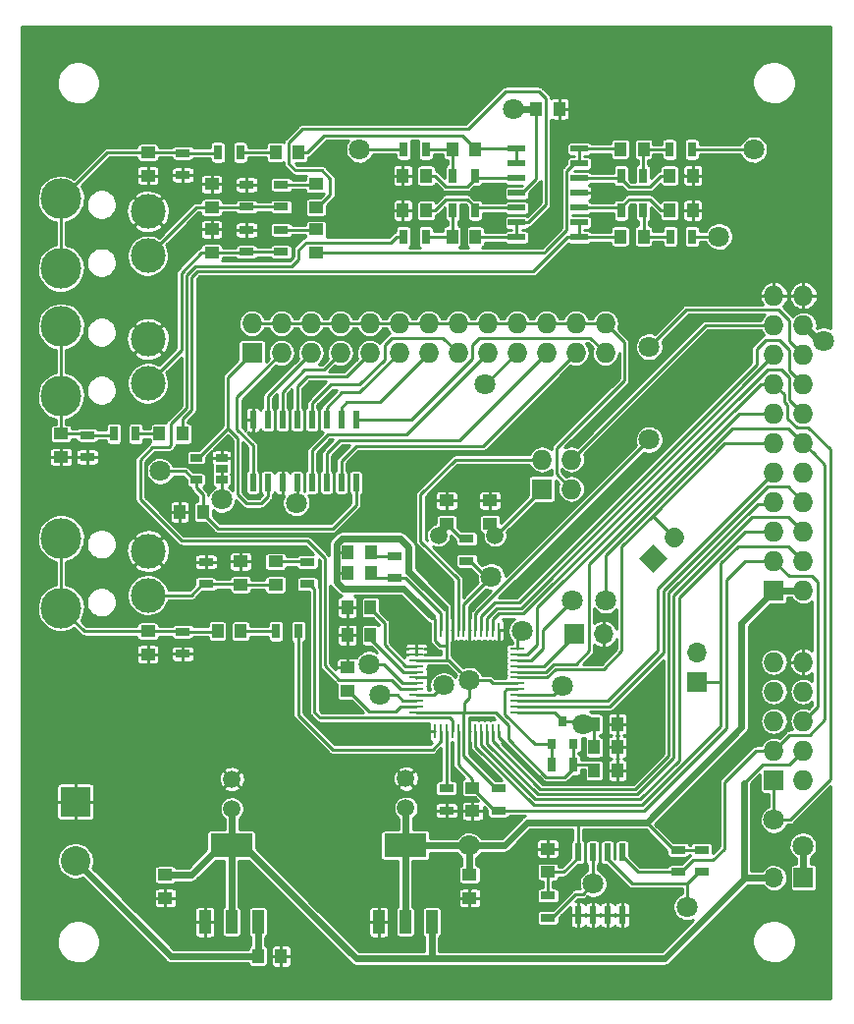
<source format=gbr>
G04 #@! TF.FileFunction,Copper,L1,Top,Signal*
%FSLAX46Y46*%
G04 Gerber Fmt 4.6, Leading zero omitted, Abs format (unit mm)*
G04 Created by KiCad (PCBNEW 4.0.1-stable) date 10.10.2017 21:56:15*
%MOMM*%
G01*
G04 APERTURE LIST*
%ADD10C,0.100000*%
%ADD11R,0.250000X1.300000*%
%ADD12R,1.300000X0.250000*%
%ADD13R,1.300000X0.700000*%
%ADD14R,0.600000X1.500000*%
%ADD15R,1.727200X1.727200*%
%ADD16O,1.727200X1.727200*%
%ADD17R,1.250000X1.000000*%
%ADD18C,1.501140*%
%ADD19R,0.700000X1.300000*%
%ADD20R,1.000000X1.250000*%
%ADD21R,0.600000X1.550000*%
%ADD22R,1.500000X0.600000*%
%ADD23R,2.540000X2.540000*%
%ADD24C,2.540000*%
%ADD25R,3.657600X2.032000*%
%ADD26R,1.016000X2.032000*%
%ADD27R,1.060000X0.650000*%
%ADD28C,3.000000*%
%ADD29C,3.500000*%
%ADD30R,0.800000X0.900000*%
%ADD31R,1.700000X1.700000*%
%ADD32O,1.700000X1.700000*%
%ADD33C,1.700000*%
%ADD34C,1.800000*%
%ADD35C,0.250000*%
%ADD36C,0.600000*%
G04 APERTURE END LIST*
D10*
D11*
X35950000Y-61050000D03*
X36450000Y-61050000D03*
X36950000Y-61050000D03*
X37450000Y-61050000D03*
X37950000Y-61050000D03*
X38450000Y-61050000D03*
X38950000Y-61050000D03*
X39450000Y-61050000D03*
X39950000Y-61050000D03*
X40450000Y-61050000D03*
X40950000Y-61050000D03*
X41450000Y-61050000D03*
D12*
X43050000Y-59450000D03*
X43050000Y-58950000D03*
X43050000Y-58450000D03*
X43050000Y-57950000D03*
X43050000Y-57450000D03*
X43050000Y-56950000D03*
X43050000Y-56450000D03*
X43050000Y-55950000D03*
X43050000Y-55450000D03*
X43050000Y-54950000D03*
X43050000Y-54450000D03*
X43050000Y-53950000D03*
D11*
X41450000Y-52350000D03*
X40950000Y-52350000D03*
X40450000Y-52350000D03*
X39950000Y-52350000D03*
X39450000Y-52350000D03*
X38950000Y-52350000D03*
X38450000Y-52350000D03*
X37950000Y-52350000D03*
X37450000Y-52350000D03*
X36950000Y-52350000D03*
X36450000Y-52350000D03*
X35950000Y-52350000D03*
D12*
X34350000Y-53950000D03*
X34350000Y-54450000D03*
X34350000Y-54950000D03*
X34350000Y-55450000D03*
X34350000Y-55950000D03*
X34350000Y-56450000D03*
X34350000Y-56950000D03*
X34350000Y-57450000D03*
X34350000Y-57950000D03*
X34350000Y-58450000D03*
X34350000Y-58950000D03*
X34350000Y-59450000D03*
D13*
X24950000Y-46500000D03*
X24950000Y-48400000D03*
D14*
X29145000Y-34250000D03*
X27875000Y-34250000D03*
X26605000Y-34250000D03*
X25335000Y-34250000D03*
X24065000Y-34250000D03*
X22795000Y-34250000D03*
X21525000Y-34250000D03*
X20255000Y-34250000D03*
X20255000Y-39650000D03*
X21525000Y-39650000D03*
X22795000Y-39650000D03*
X24065000Y-39650000D03*
X25335000Y-39650000D03*
X26605000Y-39650000D03*
X27875000Y-39650000D03*
X29145000Y-39650000D03*
D15*
X20166000Y-28485732D03*
D16*
X20166000Y-25945732D03*
X22706000Y-28485732D03*
X22706000Y-25945732D03*
X25246000Y-28485732D03*
X25246000Y-25945732D03*
X27786000Y-28485732D03*
X27786000Y-25945732D03*
X30326000Y-28485732D03*
X30326000Y-25945732D03*
X32866000Y-28485732D03*
X32866000Y-25945732D03*
X35406000Y-28485732D03*
X35406000Y-25945732D03*
X37946000Y-28485732D03*
X37946000Y-25945732D03*
X40486000Y-28485732D03*
X40486000Y-25945732D03*
X43026000Y-28485732D03*
X43026000Y-25945732D03*
X45566000Y-28485732D03*
X45566000Y-25945732D03*
X48106000Y-28485732D03*
X48106000Y-25945732D03*
X50646000Y-28485732D03*
X50646000Y-25945732D03*
D17*
X36950000Y-43200000D03*
X36950000Y-41200000D03*
D18*
X36259060Y-44200000D03*
X41140940Y-44200000D03*
D17*
X40700000Y-43200000D03*
X40700000Y-41200000D03*
D15*
X45200000Y-40200000D03*
D16*
X47740000Y-40200000D03*
X45200000Y-37660000D03*
X47740000Y-37660000D03*
D19*
X35150000Y-18450000D03*
X33250000Y-18450000D03*
D15*
X65200000Y-65280000D03*
D16*
X67740000Y-65280000D03*
X65200000Y-62740000D03*
X67740000Y-62740000D03*
X65200000Y-60200000D03*
X67740000Y-60200000D03*
X65200000Y-57660000D03*
X67740000Y-57660000D03*
X65200000Y-55120000D03*
X67740000Y-55120000D03*
D13*
X38700000Y-46400000D03*
X38700000Y-44500000D03*
D17*
X16700000Y-19838000D03*
X16700000Y-17838000D03*
D13*
X22700000Y-17888000D03*
X22700000Y-19788000D03*
X19700000Y-19788000D03*
X19700000Y-17888000D03*
D17*
X25700000Y-17838000D03*
X25700000Y-19838000D03*
D20*
X30400000Y-50400000D03*
X28400000Y-50400000D03*
D15*
X65200000Y-48950000D03*
D16*
X67740000Y-48950000D03*
X65200000Y-46410000D03*
X67740000Y-46410000D03*
X65200000Y-43870000D03*
X67740000Y-43870000D03*
X65200000Y-41330000D03*
X67740000Y-41330000D03*
X65200000Y-38790000D03*
X67740000Y-38790000D03*
X65200000Y-36250000D03*
X67740000Y-36250000D03*
X65200000Y-33710000D03*
X67740000Y-33710000D03*
X65200000Y-31170000D03*
X67740000Y-31170000D03*
X65200000Y-28630000D03*
X67740000Y-28630000D03*
X65200000Y-26090000D03*
X67740000Y-26090000D03*
X65200000Y-23550000D03*
X67740000Y-23550000D03*
D19*
X46000000Y-63950000D03*
X47900000Y-63950000D03*
D21*
X48295000Y-76900000D03*
X49565000Y-76900000D03*
X50835000Y-76900000D03*
X52105000Y-76900000D03*
X52105000Y-71500000D03*
X50835000Y-71500000D03*
X49565000Y-71500000D03*
X48295000Y-71500000D03*
D13*
X58950000Y-73200000D03*
X58950000Y-71300000D03*
X56950000Y-73200000D03*
X56950000Y-71300000D03*
D20*
X39450000Y-18450000D03*
X37450000Y-18450000D03*
D22*
X43000000Y-10890000D03*
X43000000Y-12160000D03*
X43000000Y-13430000D03*
X43000000Y-14700000D03*
X43000000Y-15970000D03*
X43000000Y-17240000D03*
X43000000Y-18510000D03*
X48400000Y-18510000D03*
X48400000Y-17240000D03*
X48400000Y-15970000D03*
X48400000Y-14700000D03*
X48400000Y-13430000D03*
X48400000Y-12160000D03*
X48400000Y-10890000D03*
D20*
X46700000Y-7450000D03*
X44700000Y-7450000D03*
D19*
X39400000Y-16200000D03*
X37500000Y-16200000D03*
D17*
X25700000Y-13950000D03*
X25700000Y-15950000D03*
D19*
X35150000Y-10950000D03*
X33250000Y-10950000D03*
X39400000Y-13200000D03*
X37500000Y-13200000D03*
D18*
X18450000Y-65200000D03*
X18450000Y-67740000D03*
X33450000Y-65160000D03*
X33450000Y-67700000D03*
D23*
X4950000Y-67160000D03*
D24*
X4950000Y-72240000D03*
D20*
X33200000Y-13200000D03*
X35200000Y-13200000D03*
X33200000Y-16200000D03*
X35200000Y-16200000D03*
X39450000Y-10950000D03*
X37450000Y-10950000D03*
D17*
X11200000Y-52450000D03*
X11200000Y-54450000D03*
X38950000Y-73450000D03*
X38950000Y-75450000D03*
X19200000Y-48450000D03*
X19200000Y-46450000D03*
D20*
X22200000Y-11200000D03*
X24200000Y-11200000D03*
X19200000Y-52450000D03*
X17200000Y-52450000D03*
D17*
X22200000Y-46450000D03*
X22200000Y-48450000D03*
X39200000Y-65950000D03*
X39200000Y-67950000D03*
X11200000Y-11200000D03*
X11200000Y-13200000D03*
X16700000Y-15950000D03*
X16700000Y-13950000D03*
D20*
X49700000Y-62450000D03*
X51700000Y-62450000D03*
D17*
X28400000Y-57600000D03*
X28400000Y-55600000D03*
D20*
X49700000Y-60450000D03*
X51700000Y-60450000D03*
X30400000Y-52800000D03*
X28400000Y-52800000D03*
X58200000Y-16200000D03*
X56200000Y-16200000D03*
X58200000Y-13200000D03*
X56200000Y-13200000D03*
X51950000Y-18450000D03*
X53950000Y-18450000D03*
X51950000Y-10950000D03*
X53950000Y-10950000D03*
X28450000Y-47450000D03*
X30450000Y-47450000D03*
X28450000Y-45700000D03*
X30450000Y-45700000D03*
X12200000Y-35450000D03*
X14200000Y-35450000D03*
D17*
X3700000Y-35450000D03*
X3700000Y-37450000D03*
X45700000Y-73200000D03*
X45700000Y-71200000D03*
D20*
X49700000Y-64450000D03*
X51700000Y-64450000D03*
D13*
X14200000Y-54400000D03*
X14200000Y-52500000D03*
X16200000Y-46500000D03*
X16200000Y-48400000D03*
D19*
X19150000Y-11200000D03*
X17250000Y-11200000D03*
D13*
X22700000Y-14000000D03*
X22700000Y-15900000D03*
X41450000Y-67900000D03*
X41450000Y-66000000D03*
X14200000Y-11250000D03*
X14200000Y-13150000D03*
X19700000Y-15900000D03*
X19700000Y-14000000D03*
X36950000Y-67900000D03*
X36950000Y-66000000D03*
D19*
X22250000Y-52450000D03*
X24150000Y-52450000D03*
X56250000Y-18450000D03*
X58150000Y-18450000D03*
X56200000Y-10950000D03*
X58100000Y-10950000D03*
X52000000Y-16200000D03*
X53900000Y-16200000D03*
X52000000Y-13200000D03*
X53900000Y-13200000D03*
D13*
X32450000Y-46000000D03*
X32450000Y-47900000D03*
D19*
X10150000Y-35450000D03*
X8250000Y-35450000D03*
D13*
X5950000Y-35550000D03*
X5950000Y-37450000D03*
D25*
X33400000Y-70898000D03*
D26*
X33400000Y-77502000D03*
X35686000Y-77502000D03*
X31114000Y-77502000D03*
D20*
X20700000Y-80450000D03*
X22700000Y-80450000D03*
D17*
X12700000Y-73450000D03*
X12700000Y-75450000D03*
D25*
X18400000Y-70898000D03*
D26*
X18400000Y-77502000D03*
X20686000Y-77502000D03*
X16114000Y-77502000D03*
D27*
X17550000Y-39400000D03*
X17550000Y-38450000D03*
X17550000Y-37500000D03*
X15350000Y-37500000D03*
X15350000Y-39400000D03*
D20*
X15950000Y-42200000D03*
X13950000Y-42200000D03*
D13*
X45700000Y-77150000D03*
X45700000Y-75250000D03*
D28*
X11200000Y-45550000D03*
X11200000Y-49350000D03*
D29*
X3700000Y-44450000D03*
X3700000Y-50450000D03*
D28*
X11200000Y-16300000D03*
X11200000Y-20100000D03*
D29*
X3700000Y-15200000D03*
X3700000Y-21200000D03*
D28*
X11200000Y-27300000D03*
X11200000Y-31100000D03*
D29*
X3700000Y-26200000D03*
X3700000Y-32200000D03*
D30*
X46000000Y-62200000D03*
X47900000Y-62200000D03*
X46950000Y-60200000D03*
D31*
X67740000Y-73700000D03*
D32*
X65200000Y-73700000D03*
D31*
X58600000Y-56800000D03*
D32*
X58600000Y-54260000D03*
D10*
G36*
X56002082Y-46200000D02*
X54800000Y-47402082D01*
X53597918Y-46200000D01*
X54800000Y-44997918D01*
X56002082Y-46200000D01*
X56002082Y-46200000D01*
G37*
D33*
X56596051Y-44403949D02*
X56596051Y-44403949D01*
D31*
X47950000Y-52700000D03*
D32*
X50490000Y-52700000D03*
D34*
X33450000Y-51700000D03*
X54450000Y-61450000D03*
X5000000Y-62600000D03*
X38898645Y-70924467D03*
X12250449Y-38668141D03*
X42700000Y-7450000D03*
X38900021Y-56690798D03*
X43450000Y-52450000D03*
X48700000Y-60450000D03*
X49600000Y-74200000D03*
X40811978Y-47749515D03*
X17567787Y-41115251D03*
X30261523Y-55298586D03*
X29450000Y-10950000D03*
X36697659Y-57129912D03*
X63450000Y-10950000D03*
X69450000Y-27450000D03*
X67700000Y-70950000D03*
X40311732Y-31200000D03*
X24000000Y-41400000D03*
X31200000Y-57950000D03*
X60450000Y-18450000D03*
X46999938Y-57188959D03*
X50700000Y-49800000D03*
X47783368Y-49822019D03*
X57700000Y-76200000D03*
X65200000Y-68700000D03*
X54450000Y-35950000D03*
X54450000Y-27950000D03*
D35*
X34350000Y-53950000D02*
X34350000Y-52600000D01*
X34350000Y-52600000D02*
X33450000Y-51700000D01*
X41450000Y-61050000D02*
X41450000Y-61575000D01*
X41450000Y-61575000D02*
X41950000Y-62075000D01*
X51700000Y-62450000D02*
X53450000Y-62450000D01*
X53450000Y-62450000D02*
X54450000Y-61450000D01*
X4950000Y-67160000D02*
X4950000Y-62650000D01*
X4950000Y-62650000D02*
X5000000Y-62600000D01*
X43000000Y-13430000D02*
X39630000Y-13430000D01*
X39630000Y-13430000D02*
X39400000Y-13200000D01*
X35200000Y-13200000D02*
X35950000Y-13200000D01*
X35950000Y-13200000D02*
X36925001Y-14175001D01*
X36925001Y-14175001D02*
X38724999Y-14175001D01*
X38724999Y-14175001D02*
X39400000Y-13500000D01*
X39400000Y-13500000D02*
X39400000Y-13200000D01*
X39450000Y-13250000D02*
X39400000Y-13200000D01*
X37219198Y-15224999D02*
X38724999Y-15224999D01*
X35200000Y-16200000D02*
X35950000Y-16200000D01*
X35950000Y-16200000D02*
X36925001Y-15224999D01*
X36925001Y-15224999D02*
X37219198Y-15224999D01*
X43000000Y-15970000D02*
X39630000Y-15970000D01*
X39630000Y-15970000D02*
X39400000Y-16200000D01*
X39400000Y-16200000D02*
X39400000Y-15900000D01*
X38724999Y-15224999D02*
X39400000Y-15900000D01*
X24200000Y-11200000D02*
X24950000Y-11200000D01*
X24950000Y-11200000D02*
X26425001Y-9724999D01*
X26425001Y-9724999D02*
X38349999Y-9724999D01*
X38349999Y-9724999D02*
X39450000Y-10825000D01*
X39450000Y-10825000D02*
X39450000Y-10950000D01*
X43000000Y-10890000D02*
X39510000Y-10890000D01*
X39510000Y-10890000D02*
X39450000Y-10950000D01*
X43000000Y-10890000D02*
X43000000Y-12160000D01*
X35150000Y-10950000D02*
X37450000Y-10950000D01*
X37500000Y-10900000D02*
X37450000Y-10950000D01*
X37500000Y-13200000D02*
X37500000Y-11000000D01*
X37500000Y-11000000D02*
X37450000Y-10950000D01*
X43000000Y-17240000D02*
X44000000Y-17240000D01*
X42064229Y-5935771D02*
X38800000Y-9200000D01*
X44000000Y-17240000D02*
X45525001Y-15714999D01*
X44895773Y-5935771D02*
X42064229Y-5935771D01*
X23937913Y-12762914D02*
X26243278Y-12762914D01*
X45525001Y-15714999D02*
X45525001Y-6564999D01*
X24489998Y-9200000D02*
X23374999Y-10314999D01*
X45525001Y-6564999D02*
X44895773Y-5935771D01*
X23374999Y-12200000D02*
X23937913Y-12762914D01*
X38800000Y-9200000D02*
X24489998Y-9200000D01*
X23374999Y-10314999D02*
X23374999Y-12200000D01*
X26243278Y-12762914D02*
X26930364Y-13450000D01*
X26930364Y-13450000D02*
X26930364Y-14844636D01*
X26930364Y-14844636D02*
X25825000Y-15950000D01*
X25825000Y-15950000D02*
X25700000Y-15950000D01*
X43000000Y-18510000D02*
X39510000Y-18510000D01*
X39510000Y-18510000D02*
X39450000Y-18450000D01*
X42940000Y-18450000D02*
X43000000Y-18510000D01*
X43000000Y-18510000D02*
X43000000Y-17240000D01*
X35150000Y-18450000D02*
X37450000Y-18450000D01*
X37500000Y-16200000D02*
X37500000Y-18400000D01*
X37500000Y-18400000D02*
X37450000Y-18450000D01*
X14200000Y-52500000D02*
X17150000Y-52500000D01*
X17150000Y-52500000D02*
X17200000Y-52450000D01*
X11200000Y-52450000D02*
X14150000Y-52450000D01*
X14150000Y-52450000D02*
X14200000Y-52500000D01*
X5700000Y-52450000D02*
X11200000Y-52450000D01*
X3700000Y-44450000D02*
X3700000Y-50450000D01*
X3700000Y-50450000D02*
X5700000Y-52450000D01*
X38451555Y-59450000D02*
X41174007Y-59450000D01*
X41174007Y-59450000D02*
X42284319Y-60560312D01*
X42284319Y-60560312D02*
X42284319Y-61734495D01*
X42284319Y-61734495D02*
X45561283Y-65011459D01*
X45561283Y-65011459D02*
X47138541Y-65011459D01*
X47138541Y-65011459D02*
X47900000Y-64250000D01*
X47900000Y-64250000D02*
X47900000Y-63950000D01*
X40950000Y-56950000D02*
X40690798Y-56690798D01*
X40690798Y-56690798D02*
X38900021Y-56690798D01*
X43050000Y-56950000D02*
X40950000Y-56950000D01*
D36*
X65200000Y-48950000D02*
X62400000Y-51750000D01*
X62400000Y-51750000D02*
X62400000Y-60750000D01*
X62400000Y-60750000D02*
X54200000Y-68950000D01*
D35*
X38451555Y-59450000D02*
X38451555Y-58647448D01*
X38900021Y-58198982D02*
X38900021Y-56690798D01*
X38451555Y-58647448D02*
X38900021Y-58198982D01*
X47900000Y-62150000D02*
X47900000Y-62200000D01*
X47900000Y-63950000D02*
X49200000Y-63950000D01*
X49200000Y-63950000D02*
X49700000Y-64450000D01*
X47900000Y-62200000D02*
X47900000Y-63950000D01*
X45700000Y-75250000D02*
X45700000Y-73200000D01*
X45700000Y-73200000D02*
X47070000Y-73200000D01*
X48295000Y-71975000D02*
X48295000Y-71500000D01*
X47070000Y-73200000D02*
X48295000Y-71975000D01*
D36*
X48200000Y-68950000D02*
X54200000Y-68950000D01*
D35*
X15950000Y-42200000D02*
X15950000Y-42334579D01*
X15950000Y-42334579D02*
X17215421Y-43600000D01*
X17215421Y-43600000D02*
X27132280Y-43600000D01*
X27132280Y-43600000D02*
X29145000Y-41587280D01*
X29145000Y-41587280D02*
X29145000Y-39650000D01*
D36*
X27450000Y-45700000D02*
X27450000Y-44950000D01*
X27450000Y-44950000D02*
X27950000Y-44450000D01*
X27950000Y-44450000D02*
X32950000Y-44450000D01*
X33700000Y-47316103D02*
X35200000Y-48816104D01*
X32950000Y-44450000D02*
X33700000Y-45200000D01*
X33700000Y-45200000D02*
X33700000Y-47316103D01*
X35200000Y-48816104D02*
X36766948Y-50383052D01*
X27450000Y-47450000D02*
X27450000Y-48200000D01*
X27450000Y-48200000D02*
X28035725Y-48785725D01*
X28035725Y-48785725D02*
X33285725Y-48785725D01*
X33285725Y-48785725D02*
X34200000Y-49700000D01*
X34200000Y-49700000D02*
X35700000Y-51200000D01*
D35*
X36950000Y-52350000D02*
X36950000Y-50566104D01*
X36950000Y-50566104D02*
X36766948Y-50383052D01*
X35700000Y-51200000D02*
X35950000Y-51450000D01*
X35950000Y-51450000D02*
X35950000Y-52350000D01*
D36*
X27450000Y-45700000D02*
X27450000Y-47450000D01*
D35*
X28450000Y-47450000D02*
X27450000Y-47450000D01*
X28450000Y-45700000D02*
X27450000Y-45700000D01*
X12250449Y-38668141D02*
X14410732Y-38668141D01*
X14410732Y-38668141D02*
X15142591Y-39400000D01*
X15142591Y-39400000D02*
X15350000Y-39400000D01*
X15350000Y-40100000D02*
X15950000Y-40700000D01*
X15950000Y-40700000D02*
X15950000Y-42200000D01*
X15350000Y-39400000D02*
X15350000Y-40100000D01*
D36*
X38898645Y-70924467D02*
X38898645Y-73398645D01*
X38898645Y-73398645D02*
X38950000Y-73450000D01*
X38898645Y-70924467D02*
X38886200Y-70912022D01*
X38886200Y-70912022D02*
X34412022Y-70912022D01*
X38911090Y-70912022D02*
X41929828Y-70912022D01*
X43891850Y-68950000D02*
X48200000Y-68950000D01*
X34412022Y-70912022D02*
X34398000Y-70898000D01*
X34398000Y-70898000D02*
X33400000Y-70898000D01*
X38898645Y-70924467D02*
X38911090Y-70912022D01*
X41929828Y-70912022D02*
X43891850Y-68950000D01*
X33450000Y-67700000D02*
X33450000Y-70848000D01*
X33450000Y-70848000D02*
X33400000Y-70898000D01*
X33400000Y-77502000D02*
X33400000Y-70898000D01*
D35*
X12250449Y-38668141D02*
X12256643Y-38668141D01*
X58950000Y-71300000D02*
X56950000Y-71300000D01*
X56700000Y-71250000D02*
X56500000Y-71250000D01*
X56500000Y-71250000D02*
X54200000Y-68950000D01*
X48295000Y-71500000D02*
X48295000Y-69045000D01*
X48295000Y-69045000D02*
X48200000Y-68950000D01*
D36*
X65200000Y-48950000D02*
X67740000Y-48950000D01*
X65150000Y-49000000D02*
X65200000Y-48950000D01*
X42700000Y-7450000D02*
X44700000Y-7450000D01*
D35*
X38450000Y-61050000D02*
X38450000Y-59451555D01*
X38450000Y-59451555D02*
X38451555Y-59450000D01*
X34350000Y-59450000D02*
X38451555Y-59450000D01*
X38000022Y-55790799D02*
X38900021Y-56690798D01*
X37159223Y-54950000D02*
X38000022Y-55790799D01*
X36935545Y-54950000D02*
X37159223Y-54950000D01*
X36950000Y-54935545D02*
X36950000Y-53670002D01*
X36950000Y-53670002D02*
X36950000Y-52350000D01*
X35950000Y-52350000D02*
X35950000Y-53250000D01*
X35950000Y-53250000D02*
X36370002Y-53670002D01*
X36370002Y-53670002D02*
X36950000Y-53670002D01*
X36935545Y-54950000D02*
X36950000Y-54935545D01*
X34350000Y-54950000D02*
X36935545Y-54950000D01*
X41450000Y-66000000D02*
X41238223Y-66000000D01*
X41238223Y-66000000D02*
X38450000Y-63211777D01*
X38450000Y-63211777D02*
X38450000Y-61950000D01*
X38450000Y-61950000D02*
X38450000Y-61050000D01*
X43000000Y-14700000D02*
X43450000Y-14700000D01*
X43450000Y-14700000D02*
X44700000Y-13450000D01*
X44700000Y-13450000D02*
X44700000Y-8325000D01*
X44700000Y-8325000D02*
X44700000Y-7450000D01*
X11200000Y-49350000D02*
X14978462Y-49350000D01*
X14978462Y-49350000D02*
X15928462Y-48400000D01*
X15928462Y-48400000D02*
X16200000Y-48400000D01*
X19200000Y-48450000D02*
X22200000Y-48450000D01*
X16200000Y-48400000D02*
X19150000Y-48400000D01*
X19150000Y-48400000D02*
X19200000Y-48450000D01*
X19150000Y-11200000D02*
X22200000Y-11200000D01*
X22700000Y-14000000D02*
X25650000Y-14000000D01*
X25650000Y-14000000D02*
X25700000Y-13950000D01*
X19200000Y-52450000D02*
X22250000Y-52450000D01*
X22200000Y-46450000D02*
X24900000Y-46450000D01*
X24900000Y-46450000D02*
X24950000Y-46500000D01*
X14200000Y-11250000D02*
X17200000Y-11250000D01*
X17200000Y-11250000D02*
X17250000Y-11200000D01*
X11200000Y-11200000D02*
X14150000Y-11200000D01*
X14150000Y-11200000D02*
X14200000Y-11250000D01*
X7700000Y-11200000D02*
X11200000Y-11200000D01*
X3700000Y-15200000D02*
X3700000Y-21200000D01*
X3700000Y-15200000D02*
X7700000Y-11200000D01*
X15350000Y-15950000D02*
X11200000Y-20100000D01*
X16700000Y-15950000D02*
X15350000Y-15950000D01*
X19700000Y-15900000D02*
X22700000Y-15900000D01*
X16700000Y-15950000D02*
X19650000Y-15950000D01*
X19650000Y-15950000D02*
X19700000Y-15900000D01*
X43050000Y-53950000D02*
X43050000Y-52850000D01*
X43050000Y-52850000D02*
X43450000Y-52450000D01*
X49700000Y-60450000D02*
X48700000Y-60450000D01*
X43050000Y-59450000D02*
X46250000Y-59450000D01*
X46250000Y-59450000D02*
X46950000Y-60150000D01*
X46950000Y-60150000D02*
X46950000Y-60200000D01*
X49700000Y-62450000D02*
X49700000Y-60450000D01*
X46950000Y-60200000D02*
X49450000Y-60200000D01*
X49450000Y-60200000D02*
X49700000Y-60450000D01*
X49450000Y-62200000D02*
X49700000Y-62450000D01*
X43051780Y-59448220D02*
X43050000Y-59450000D01*
X34350000Y-58950000D02*
X32963723Y-58950000D01*
X32963723Y-58950000D02*
X32524808Y-59388915D01*
X32524808Y-59388915D02*
X30313915Y-59388915D01*
X30313915Y-59388915D02*
X28525000Y-57600000D01*
X28525000Y-57600000D02*
X28400000Y-57600000D01*
X34350000Y-55950000D02*
X33256855Y-55950000D01*
X33256855Y-55950000D02*
X30400000Y-53093145D01*
X30400000Y-53093145D02*
X30400000Y-52800000D01*
X31600000Y-51725000D02*
X31600000Y-53600000D01*
X31600000Y-53600000D02*
X33450000Y-55450000D01*
X33450000Y-55450000D02*
X34350000Y-55450000D01*
X30400000Y-50400000D02*
X30400000Y-50525000D01*
X30400000Y-50525000D02*
X31600000Y-51725000D01*
X48400000Y-15970000D02*
X51770000Y-15970000D01*
X51770000Y-15970000D02*
X52000000Y-16200000D01*
X56200000Y-16200000D02*
X55450000Y-16200000D01*
X55450000Y-16200000D02*
X54474999Y-15224999D01*
X54474999Y-15224999D02*
X52675001Y-15224999D01*
X52675001Y-15224999D02*
X52000000Y-15900000D01*
X52000000Y-15900000D02*
X52000000Y-16200000D01*
X56200000Y-13200000D02*
X55450000Y-13200000D01*
X55450000Y-13200000D02*
X54474999Y-14175001D01*
X54474999Y-14175001D02*
X52675001Y-14175001D01*
X52675001Y-14175001D02*
X52000000Y-13500000D01*
X52000000Y-13500000D02*
X52000000Y-13200000D01*
X48400000Y-13430000D02*
X51770000Y-13430000D01*
X51770000Y-13430000D02*
X52000000Y-13200000D01*
X14972094Y-21960716D02*
X15482810Y-21450000D01*
X14200000Y-35450000D02*
X14200000Y-34186359D01*
X14972094Y-33414265D02*
X14972094Y-21960716D01*
X14200000Y-34186359D02*
X14972094Y-33414265D01*
X15482810Y-21450000D02*
X44460000Y-21450000D01*
X44460000Y-21450000D02*
X47400000Y-18510000D01*
X47400000Y-18510000D02*
X48400000Y-18510000D01*
X48400000Y-18510000D02*
X51890000Y-18510000D01*
X51890000Y-18510000D02*
X51950000Y-18450000D01*
X48400000Y-17240000D02*
X48400000Y-18510000D01*
X53950000Y-18450000D02*
X56250000Y-18450000D01*
X53950000Y-18450000D02*
X53950000Y-16250000D01*
X53950000Y-16250000D02*
X53900000Y-16200000D01*
X45534342Y-19700000D02*
X47324999Y-17909343D01*
X25700000Y-19838000D02*
X45396342Y-19838000D01*
X45396342Y-19838000D02*
X45534342Y-19700000D01*
X47324999Y-17909343D02*
X47324999Y-12785001D01*
X47324999Y-12785001D02*
X47950000Y-12160000D01*
X47950000Y-12160000D02*
X48400000Y-12160000D01*
X48400000Y-10890000D02*
X51890000Y-10890000D01*
X51890000Y-10890000D02*
X51950000Y-10950000D01*
X48400000Y-10890000D02*
X48400000Y-12160000D01*
X56200000Y-10950000D02*
X53950000Y-10950000D01*
X53900000Y-13200000D02*
X53900000Y-11000000D01*
X53900000Y-11000000D02*
X53950000Y-10950000D01*
X41140940Y-44200000D02*
X41200000Y-44200000D01*
X41200000Y-44200000D02*
X45200000Y-40200000D01*
X40700000Y-43759060D02*
X40700000Y-43200000D01*
X40700000Y-43200000D02*
X40575000Y-43200000D01*
X40490000Y-43410000D02*
X40700000Y-43200000D01*
X41140940Y-44200000D02*
X40700000Y-43759060D01*
X38250000Y-44500000D02*
X36950000Y-43200000D01*
X36259060Y-44200000D02*
X36950000Y-43509060D01*
X36950000Y-43509060D02*
X36950000Y-43200000D01*
X38700000Y-44500000D02*
X38250000Y-44500000D01*
X12200000Y-35450000D02*
X10150000Y-35450000D01*
X22700000Y-17888000D02*
X25650000Y-17888000D01*
X25650000Y-17888000D02*
X25700000Y-17838000D01*
X5950000Y-35550000D02*
X8150000Y-35550000D01*
X8150000Y-35550000D02*
X8250000Y-35450000D01*
X3700000Y-35450000D02*
X5850000Y-35450000D01*
X5850000Y-35450000D02*
X5950000Y-35550000D01*
X3700000Y-26200000D02*
X3700000Y-32200000D01*
X3700000Y-32200000D02*
X3700000Y-35450000D01*
X11200000Y-31100000D02*
X14072072Y-28227928D01*
X14072072Y-28227928D02*
X14072072Y-21587916D01*
X15821988Y-19838000D02*
X15825000Y-19838000D01*
X14072072Y-21587916D02*
X15821988Y-19838000D01*
X15825000Y-19838000D02*
X16700000Y-19838000D01*
X16700000Y-19838000D02*
X19650000Y-19838000D01*
X19700000Y-19788000D02*
X22700000Y-19788000D01*
X19650000Y-19838000D02*
X19700000Y-19788000D01*
X36450000Y-61050000D02*
X36450000Y-61950000D01*
X36450000Y-61950000D02*
X35743964Y-62656036D01*
X35743964Y-62656036D02*
X27124378Y-62656036D01*
X27124378Y-62656036D02*
X24150000Y-59681658D01*
X24150000Y-59681658D02*
X24150000Y-52450000D01*
X36950000Y-66000000D02*
X36950000Y-61050000D01*
X25570141Y-48820141D02*
X25150000Y-48400000D01*
X25150000Y-48400000D02*
X24950000Y-48400000D01*
X25570141Y-59437294D02*
X25570141Y-48820141D01*
X25570141Y-59437294D02*
X26054419Y-59921572D01*
X26054419Y-59921572D02*
X37221572Y-59921572D01*
X37221572Y-59921572D02*
X37450000Y-60150000D01*
X37450000Y-60150000D02*
X37450000Y-61050000D01*
X44560421Y-62200000D02*
X45350000Y-62200000D01*
X43050000Y-57450000D02*
X42150000Y-57450000D01*
X41950000Y-59589583D02*
X44560421Y-62200000D01*
X41950000Y-57650000D02*
X41950000Y-59589583D01*
X42150000Y-57450000D02*
X41950000Y-57650000D01*
X45350000Y-62200000D02*
X46000000Y-62200000D01*
X46000000Y-62200000D02*
X46000000Y-63950000D01*
X43050000Y-55450000D02*
X45346497Y-55450000D01*
X45346497Y-55450000D02*
X47950000Y-52846497D01*
X47950000Y-52846497D02*
X47950000Y-52700000D01*
X49600000Y-74200000D02*
X48700001Y-75099999D01*
X48700001Y-75099999D02*
X48085695Y-75099999D01*
X48085695Y-75099999D02*
X46035694Y-77150000D01*
X46035694Y-77150000D02*
X45700000Y-77150000D01*
X49600000Y-74200000D02*
X49565000Y-74165000D01*
X49565000Y-74165000D02*
X49565000Y-71500000D01*
X38700000Y-46400000D02*
X39000000Y-46400000D01*
X39000000Y-46400000D02*
X40349515Y-47749515D01*
X38450000Y-50111493D02*
X40811978Y-47749515D01*
X38450000Y-52350000D02*
X38450000Y-50111493D01*
X40349515Y-47749515D02*
X40811978Y-47749515D01*
X17567787Y-41115251D02*
X17567787Y-40567787D01*
X17567787Y-40567787D02*
X17550000Y-40550000D01*
X17550000Y-40550000D02*
X17550000Y-39400000D01*
X17550000Y-38450000D02*
X17550000Y-39400000D01*
X37740000Y-37660000D02*
X45200000Y-37660000D01*
X34700000Y-40700000D02*
X37740000Y-37660000D01*
X34700000Y-44700000D02*
X34700000Y-40700000D01*
X37950000Y-47950000D02*
X34700000Y-44700000D01*
X37950000Y-52350000D02*
X37950000Y-47950000D01*
X31548586Y-55298586D02*
X33200000Y-56950000D01*
X30261523Y-55298586D02*
X31548586Y-55298586D01*
X33200000Y-56950000D02*
X34350000Y-56950000D01*
X33250000Y-10950000D02*
X29450000Y-10950000D01*
X33250000Y-18450000D02*
X32650000Y-18450000D01*
X27683072Y-56628503D02*
X32199588Y-56628503D01*
X32650000Y-18450000D02*
X32150000Y-18950000D01*
X26483114Y-55428545D02*
X27683072Y-56628503D01*
X23591692Y-20999989D02*
X15296410Y-20999989D01*
X32150000Y-18950000D02*
X24826801Y-18950000D01*
X10524230Y-37675770D02*
X10524230Y-41084048D01*
X24826801Y-18950000D02*
X24200000Y-19576801D01*
X14522083Y-21774316D02*
X14522083Y-33227865D01*
X13000000Y-36600000D02*
X11600000Y-36600000D01*
X14522083Y-33227865D02*
X13200000Y-34549948D01*
X24200000Y-19576801D02*
X24200000Y-20391681D01*
X13200000Y-36400000D02*
X13000000Y-36600000D01*
X24200000Y-20391681D02*
X23591692Y-20999989D01*
X15296410Y-20999989D02*
X14522083Y-21774316D01*
X13200000Y-34549948D02*
X13200000Y-36400000D01*
X11600000Y-36600000D02*
X10524230Y-37675770D01*
X10524230Y-41084048D02*
X14103989Y-44663807D01*
X14103989Y-44663807D02*
X24948809Y-44663807D01*
X24948809Y-44663807D02*
X26483114Y-46198112D01*
X26483114Y-46198112D02*
X26483114Y-55428545D01*
X32199588Y-56628503D02*
X33021085Y-57450000D01*
X33021085Y-57450000D02*
X33450000Y-57450000D01*
X33450000Y-57450000D02*
X34350000Y-57450000D01*
X36697659Y-57129912D02*
X35877571Y-57950000D01*
X35877571Y-57950000D02*
X34350000Y-57950000D01*
X63450000Y-10950000D02*
X58100000Y-10950000D01*
D36*
X67740000Y-26090000D02*
X69100000Y-27450000D01*
X69100000Y-27450000D02*
X69450000Y-27450000D01*
X67740000Y-73700000D02*
X67740000Y-70990000D01*
X67740000Y-70990000D02*
X67700000Y-70950000D01*
D35*
X47740000Y-40200000D02*
X46450000Y-38910000D01*
X46450000Y-38910000D02*
X46450000Y-36700000D01*
X46450000Y-36700000D02*
X52283696Y-30866304D01*
X52283696Y-30866304D02*
X52283696Y-27575003D01*
X52283696Y-27575003D02*
X50648425Y-25939732D01*
X48112000Y-25939732D02*
X48106000Y-25945732D01*
X50648425Y-25939732D02*
X48112000Y-25939732D01*
X45312000Y-25945732D02*
X48106000Y-25945732D01*
X42518000Y-25939732D02*
X45306000Y-25939732D01*
X45306000Y-25939732D02*
X45312000Y-25945732D01*
X39724000Y-25945732D02*
X42512000Y-25945732D01*
X42512000Y-25945732D02*
X42518000Y-25939732D01*
X36930000Y-25945732D02*
X39724000Y-25945732D01*
X34136000Y-25945732D02*
X36930000Y-25945732D01*
X31342000Y-25945732D02*
X34136000Y-25945732D01*
X28548000Y-25939732D02*
X31336000Y-25939732D01*
X31336000Y-25939732D02*
X31342000Y-25945732D01*
X25754000Y-25945732D02*
X28542000Y-25945732D01*
X28542000Y-25945732D02*
X28548000Y-25939732D01*
X22960000Y-25945732D02*
X25754000Y-25945732D01*
X20166000Y-25945732D02*
X22960000Y-25945732D01*
X39800000Y-27200000D02*
X49360268Y-27200000D01*
X49360268Y-27200000D02*
X50646000Y-28485732D01*
X39200000Y-27800000D02*
X39800000Y-27200000D01*
X39200000Y-29000000D02*
X39200000Y-27800000D01*
X33950000Y-34250000D02*
X39200000Y-29000000D01*
X29145000Y-34250000D02*
X33950000Y-34250000D01*
X27875000Y-34250000D02*
X27875000Y-33205000D01*
X27875000Y-33205000D02*
X28366300Y-32713700D01*
X28366300Y-32713700D02*
X31178032Y-32713700D01*
X31178032Y-32713700D02*
X35406000Y-28485732D01*
X26605000Y-34250000D02*
X26605000Y-33205000D01*
X26605000Y-33205000D02*
X27918839Y-31891161D01*
X27918839Y-31891161D02*
X29460571Y-31891161D01*
X29460571Y-31891161D02*
X32866000Y-28485732D01*
X32200000Y-27200000D02*
X36660268Y-27200000D01*
X36660268Y-27200000D02*
X37946000Y-28485732D01*
X31600000Y-27800000D02*
X32200000Y-27200000D01*
X31600000Y-29050000D02*
X31600000Y-27800000D01*
X29450000Y-31200000D02*
X31600000Y-29050000D01*
X26950000Y-31200000D02*
X29450000Y-31200000D01*
X25335000Y-32815000D02*
X26950000Y-31200000D01*
X25335000Y-34250000D02*
X25335000Y-32815000D01*
X24065000Y-34250000D02*
X24065000Y-31389045D01*
X24065000Y-31389045D02*
X24933770Y-30520275D01*
X24933770Y-30520275D02*
X28291457Y-30520275D01*
X28291457Y-30520275D02*
X30326000Y-28485732D01*
X22795000Y-34250000D02*
X22795000Y-31822982D01*
X22795000Y-31822982D02*
X24719738Y-29898244D01*
X24719738Y-29898244D02*
X26373488Y-29898244D01*
X26373488Y-29898244D02*
X27786000Y-28485732D01*
X21525000Y-34250000D02*
X21525000Y-32206732D01*
X21525000Y-32206732D02*
X25246000Y-28485732D01*
X20255000Y-39650000D02*
X20255000Y-36426722D01*
X20255000Y-36426722D02*
X18872000Y-35043722D01*
X18872000Y-35043722D02*
X18872000Y-32319732D01*
X18872000Y-32319732D02*
X22706000Y-28485732D01*
X24065000Y-39650000D02*
X24065000Y-41335000D01*
X24065000Y-41335000D02*
X24000000Y-41400000D01*
X43026000Y-28485732D02*
X40311732Y-31200000D01*
X26746000Y-35477000D02*
X25335000Y-36888000D01*
X25335000Y-36888000D02*
X25335000Y-39650000D01*
X33494732Y-35477000D02*
X26746000Y-35477000D01*
X40486000Y-28485732D02*
X33494732Y-35477000D01*
X45566000Y-28485732D02*
X38084557Y-35967175D01*
X38084557Y-35967175D02*
X27779825Y-35967175D01*
X27779825Y-35967175D02*
X26605000Y-37142000D01*
X26605000Y-37142000D02*
X26605000Y-39650000D01*
X48106000Y-28485732D02*
X40085861Y-36505871D01*
X40085861Y-36505871D02*
X29146129Y-36505871D01*
X29146129Y-36505871D02*
X27875000Y-37777000D01*
X27875000Y-37777000D02*
X27875000Y-39650000D01*
D36*
X65200000Y-73700000D02*
X62700000Y-73700000D01*
X62700000Y-73700000D02*
X62616932Y-73783068D01*
X29160303Y-80660303D02*
X35700000Y-80660303D01*
X35700000Y-80660303D02*
X55739697Y-80660303D01*
X35686000Y-77502000D02*
X35686000Y-80646303D01*
X35686000Y-80646303D02*
X35700000Y-80660303D01*
X62616932Y-65533068D02*
X62616932Y-73783068D01*
X62616932Y-73783068D02*
X55739697Y-80660303D01*
X18400000Y-70898000D02*
X19398000Y-70898000D01*
X19398000Y-70898000D02*
X29160303Y-80660303D01*
X14950000Y-73450000D02*
X17502000Y-70898000D01*
X17502000Y-70898000D02*
X18400000Y-70898000D01*
X12700000Y-73450000D02*
X14950000Y-73450000D01*
X18400000Y-74450000D02*
X18400000Y-70898000D01*
X18400000Y-77502000D02*
X18400000Y-74450000D01*
X18450000Y-67740000D02*
X18450000Y-70848000D01*
X18450000Y-70848000D02*
X18400000Y-70898000D01*
D35*
X67740000Y-62740000D02*
X66551399Y-63928601D01*
X66551399Y-63928601D02*
X64221399Y-63928601D01*
X64221399Y-63928601D02*
X62616932Y-65533068D01*
D36*
X20700000Y-80450000D02*
X13160000Y-80450000D01*
X13160000Y-80450000D02*
X4950000Y-72240000D01*
X20686000Y-77502000D02*
X20686000Y-80436000D01*
X20686000Y-80436000D02*
X20700000Y-80450000D01*
D35*
X18950000Y-40700000D02*
X18950000Y-35827153D01*
X18950000Y-35827153D02*
X18079948Y-34957101D01*
X19700000Y-41450000D02*
X18950000Y-40700000D01*
X20950000Y-41450000D02*
X19700000Y-41450000D01*
X21525000Y-40875000D02*
X20950000Y-41450000D01*
X21525000Y-39650000D02*
X21525000Y-40875000D01*
X15350000Y-37500000D02*
X15537049Y-37500000D01*
X15537049Y-37500000D02*
X18079948Y-34957101D01*
X18079948Y-34957101D02*
X18079948Y-30571784D01*
X18079948Y-30571784D02*
X20166000Y-28485732D01*
X33200000Y-58450000D02*
X32700000Y-57950000D01*
X32700000Y-57950000D02*
X31200000Y-57950000D01*
X34350000Y-58450000D02*
X33200000Y-58450000D01*
X60450000Y-18450000D02*
X58150000Y-18450000D01*
X58200000Y-18500000D02*
X58150000Y-18450000D01*
X41450000Y-67900000D02*
X54000001Y-67900000D01*
X62696148Y-46410000D02*
X63978686Y-46410000D01*
X54000001Y-67900000D02*
X61078964Y-60821037D01*
X61078964Y-60821037D02*
X61078964Y-48027184D01*
X61078964Y-48027184D02*
X62696148Y-46410000D01*
X63978686Y-46410000D02*
X65200000Y-46410000D01*
X68450000Y-47700000D02*
X66490000Y-47700000D01*
X66490000Y-47700000D02*
X65200000Y-46410000D01*
X68950000Y-48200000D02*
X68450000Y-47700000D01*
X68950000Y-58990000D02*
X68950000Y-48200000D01*
X67740000Y-60200000D02*
X68950000Y-58990000D01*
X41450000Y-67900000D02*
X41150000Y-67900000D01*
X41150000Y-67900000D02*
X39200000Y-65950000D01*
X39200000Y-65950000D02*
X39200000Y-65200000D01*
X39200000Y-65200000D02*
X37950000Y-63950000D01*
X37950000Y-63950000D02*
X37950000Y-61950000D01*
X37950000Y-61950000D02*
X37950000Y-61050000D01*
X32450000Y-47900000D02*
X30900000Y-47900000D01*
X30900000Y-47900000D02*
X30450000Y-47450000D01*
X33400000Y-47900000D02*
X36450000Y-50950000D01*
X36450000Y-50950000D02*
X36450000Y-52350000D01*
X32450000Y-47900000D02*
X33400000Y-47900000D01*
X32450000Y-46000000D02*
X30750000Y-46000000D01*
X30750000Y-46000000D02*
X30450000Y-45700000D01*
X60628953Y-60634637D02*
X60628953Y-56774841D01*
X60628953Y-56774841D02*
X60628953Y-54726628D01*
X58600000Y-56800000D02*
X60603794Y-56800000D01*
X60603794Y-56800000D02*
X60628953Y-56774841D01*
X60628953Y-54726628D02*
X60628953Y-46579506D01*
X60628953Y-46579506D02*
X62092522Y-45115937D01*
X62092522Y-45115937D02*
X66445937Y-45115937D01*
X66445937Y-45115937D02*
X66876401Y-45546401D01*
X66876401Y-45546401D02*
X67740000Y-46410000D01*
X60615581Y-54740000D02*
X60628953Y-54726628D01*
X44492830Y-67449989D02*
X53813601Y-67449989D01*
X39450000Y-61050000D02*
X39450000Y-62407159D01*
X39450000Y-62407159D02*
X44492830Y-67449989D01*
X53813601Y-67449989D02*
X60628953Y-60634637D01*
X56999989Y-63627191D02*
X56999989Y-59549607D01*
X56999989Y-59549607D02*
X56999989Y-49545261D01*
X39950000Y-61050000D02*
X39950000Y-62270749D01*
X39950000Y-62270749D02*
X44629251Y-66950000D01*
X44629251Y-66950000D02*
X53677180Y-66950000D01*
X53677180Y-66950000D02*
X56999989Y-63627191D01*
X56999989Y-49545261D02*
X62675250Y-43870000D01*
X62675250Y-43870000D02*
X65200000Y-43870000D01*
X40450000Y-61050000D02*
X40450000Y-62134339D01*
X40450000Y-62134339D02*
X44815650Y-66499989D01*
X44815650Y-66499989D02*
X53400011Y-66499989D01*
X53400011Y-66499989D02*
X56549978Y-63350022D01*
X56549978Y-63350022D02*
X56549978Y-49358861D01*
X56549978Y-49358861D02*
X63331309Y-42577530D01*
X63331309Y-42577530D02*
X66447530Y-42577530D01*
X66447530Y-42577530D02*
X66876401Y-43006401D01*
X66876401Y-43006401D02*
X67740000Y-43870000D01*
X40950000Y-61950000D02*
X45049978Y-66049978D01*
X56099967Y-63163623D02*
X56099967Y-49172461D01*
X56099967Y-49172461D02*
X63798808Y-41473620D01*
X63798808Y-41473620D02*
X65056380Y-41473620D01*
X53213612Y-66049978D02*
X56099967Y-63163623D01*
X65056380Y-41473620D02*
X65200000Y-41330000D01*
X45049978Y-66049978D02*
X53213612Y-66049978D01*
X40950000Y-61050000D02*
X40950000Y-61950000D01*
X67740000Y-41330000D02*
X66429596Y-40019596D01*
X66429596Y-40019596D02*
X64616422Y-40019596D01*
X64616422Y-40019596D02*
X55649961Y-48986057D01*
X55649961Y-48986057D02*
X55649961Y-54307220D01*
X55649961Y-54307220D02*
X51007181Y-58950000D01*
X51007181Y-58950000D02*
X43950000Y-58950000D01*
X43950000Y-58950000D02*
X43050000Y-58950000D01*
X65200000Y-38790000D02*
X55184560Y-48805440D01*
X50870770Y-58450000D02*
X43950000Y-58450000D01*
X55184560Y-48805440D02*
X55184560Y-54136210D01*
X55184560Y-54136210D02*
X50870770Y-58450000D01*
X43950000Y-58450000D02*
X43050000Y-58450000D01*
X46238897Y-57950000D02*
X46999938Y-57188959D01*
X43050000Y-57950000D02*
X46238897Y-57950000D01*
X43050000Y-56450000D02*
X45623889Y-56450000D01*
X45623889Y-56450000D02*
X46345246Y-55728643D01*
X50499117Y-55728643D02*
X52080505Y-54147255D01*
X46345246Y-55728643D02*
X50499117Y-55728643D01*
X52080505Y-54147255D02*
X52080505Y-45129734D01*
X52080505Y-45129734D02*
X54708981Y-42501258D01*
X60960239Y-36250000D02*
X54708981Y-42501258D01*
X56596051Y-44403949D02*
X54708981Y-42516879D01*
X54708981Y-42516879D02*
X54708981Y-42501258D01*
X65200000Y-36250000D02*
X60960239Y-36250000D01*
X43050000Y-55950000D02*
X45482907Y-55950000D01*
X45482907Y-55950000D02*
X45732907Y-55700000D01*
X45732907Y-55700000D02*
X45737479Y-55700000D01*
X45737479Y-55700000D02*
X46158846Y-55278633D01*
X49259254Y-46678163D02*
X62227417Y-33710000D01*
X46158846Y-55278633D02*
X48121367Y-55278633D01*
X48121367Y-55278633D02*
X49259254Y-54140746D01*
X49259254Y-54140746D02*
X49259254Y-46678163D01*
X62227417Y-33710000D02*
X65200000Y-33710000D01*
X50700000Y-45873827D02*
X51623828Y-44950000D01*
X51623828Y-44950000D02*
X61592481Y-34981347D01*
X50700000Y-49800000D02*
X50700000Y-45873827D01*
X47783368Y-49822019D02*
X45242385Y-52363002D01*
X45242385Y-52363002D02*
X45242385Y-53916724D01*
X66471347Y-34981347D02*
X67740000Y-36250000D01*
X61592481Y-34981347D02*
X66471347Y-34981347D01*
X44209109Y-54950000D02*
X45242385Y-53916724D01*
X43050000Y-54950000D02*
X44209109Y-54950000D01*
X58200000Y-72200000D02*
X57200000Y-73200000D01*
X57200000Y-73200000D02*
X56950000Y-73200000D01*
X59950000Y-72200000D02*
X58200000Y-72200000D01*
X60950000Y-71200000D02*
X59950000Y-72200000D01*
X60950000Y-65450000D02*
X60950000Y-71200000D01*
X63660000Y-62740000D02*
X60950000Y-65450000D01*
X65200000Y-62740000D02*
X63660000Y-62740000D01*
X68603599Y-37113599D02*
X67740000Y-36250000D01*
X69597103Y-38107103D02*
X68603599Y-37113599D01*
X68261399Y-61388601D02*
X69597103Y-60052897D01*
X69597103Y-60052897D02*
X69597103Y-38107103D01*
X66551399Y-61388601D02*
X68261399Y-61388601D01*
X65200000Y-62740000D02*
X66551399Y-61388601D01*
X53450000Y-73200000D02*
X52105000Y-71855000D01*
X52105000Y-71855000D02*
X52105000Y-71500000D01*
X56950000Y-73200000D02*
X53450000Y-73200000D01*
X65200000Y-31170000D02*
X64024808Y-31170000D01*
X64024808Y-31170000D02*
X44792374Y-50402434D01*
X44792374Y-50402434D02*
X44792374Y-53607626D01*
X44792374Y-53607626D02*
X43950000Y-54450000D01*
X43950000Y-54450000D02*
X43050000Y-54450000D01*
X65200000Y-68700000D02*
X66578234Y-68700000D01*
X66388601Y-32995011D02*
X66063599Y-32670009D01*
X66578234Y-68700000D02*
X70049663Y-65228571D01*
X67169471Y-34898601D02*
X66388601Y-34117731D01*
X70049663Y-65228571D02*
X70049663Y-36800533D01*
X70049663Y-36800533D02*
X68147731Y-34898601D01*
X66388601Y-34117731D02*
X66388601Y-32995011D01*
X68147731Y-34898601D02*
X67169471Y-34898601D01*
X66063599Y-32033599D02*
X65200000Y-31170000D01*
X66063599Y-32670009D02*
X66063599Y-32033599D01*
X57700000Y-76200000D02*
X57700000Y-74200000D01*
X65200000Y-67038906D02*
X65200000Y-68700000D01*
X65200000Y-65280000D02*
X65200000Y-67038906D01*
X52950000Y-74200000D02*
X50835000Y-72085000D01*
X50835000Y-72085000D02*
X50835000Y-71500000D01*
X57700000Y-74200000D02*
X52950000Y-74200000D01*
X58700000Y-73200000D02*
X57700000Y-74200000D01*
X58950000Y-73200000D02*
X58700000Y-73200000D01*
X67740000Y-33710000D02*
X66541183Y-32511183D01*
X40950000Y-51450000D02*
X40950000Y-52350000D01*
X66541183Y-32511183D02*
X66541183Y-30589255D01*
X66541183Y-30589255D02*
X65835360Y-29883432D01*
X65835360Y-29883432D02*
X64674966Y-29883432D01*
X64674966Y-29883432D02*
X43608398Y-50950000D01*
X43608398Y-50950000D02*
X41450000Y-50950000D01*
X41450000Y-50950000D02*
X40950000Y-51450000D01*
X65200000Y-28630000D02*
X43380000Y-50450000D01*
X43380000Y-50450000D02*
X41313590Y-50450000D01*
X41313590Y-50450000D02*
X40450000Y-51313590D01*
X40450000Y-51313590D02*
X40450000Y-51450000D01*
X40450000Y-51450000D02*
X40450000Y-52350000D01*
X39950000Y-52350000D02*
X39950000Y-51177180D01*
X39950000Y-51177180D02*
X41127190Y-49999990D01*
X66551399Y-28222269D02*
X66551399Y-29963061D01*
X67740000Y-31151662D02*
X67740000Y-31170000D01*
X41127190Y-49999990D02*
X43193600Y-49999990D01*
X43193600Y-49999990D02*
X63685147Y-29508443D01*
X64488776Y-27340818D02*
X65669948Y-27340818D01*
X63685147Y-29508443D02*
X63685147Y-28144447D01*
X63685147Y-28144447D02*
X64488776Y-27340818D01*
X65669948Y-27340818D02*
X66551399Y-28222269D01*
X66551399Y-29963061D02*
X67740000Y-31151662D01*
X39450000Y-50950000D02*
X39450000Y-51040770D01*
X54450000Y-35950000D02*
X39450000Y-50950000D01*
X65612877Y-24743747D02*
X57656253Y-24743747D01*
X57656253Y-24743747D02*
X54450000Y-27950000D01*
X67740000Y-28630000D02*
X66551399Y-27441399D01*
X66551399Y-25682269D02*
X65612877Y-24743747D01*
X66551399Y-27441399D02*
X66551399Y-25682269D01*
X39450000Y-52350000D02*
X39450000Y-51040770D01*
X39450000Y-51040770D02*
X39499991Y-50990779D01*
X65200000Y-26090000D02*
X59310000Y-26090000D01*
X59310000Y-26090000D02*
X47740000Y-37660000D01*
G36*
X70075000Y-26393888D02*
X70035459Y-26367217D01*
X69813995Y-26274122D01*
X69578667Y-26225816D01*
X69338438Y-26224139D01*
X69102458Y-26269155D01*
X68903748Y-26349439D01*
X68910074Y-26329001D01*
X68934322Y-26098298D01*
X68913298Y-25867279D01*
X68847802Y-25644743D01*
X68740329Y-25439166D01*
X68594973Y-25258380D01*
X68417271Y-25109270D01*
X68213990Y-24997516D01*
X67992875Y-24927374D01*
X67762346Y-24901516D01*
X67745751Y-24901400D01*
X67734249Y-24901400D01*
X67503382Y-24924037D01*
X67281309Y-24991085D01*
X67076488Y-25099990D01*
X66896721Y-25246604D01*
X66831259Y-25325733D01*
X65998366Y-24492840D01*
X66041809Y-24459927D01*
X66203152Y-24278214D01*
X66325944Y-24068516D01*
X66405467Y-23838892D01*
X66424260Y-23744410D01*
X66515740Y-23744410D01*
X66534533Y-23838892D01*
X66614056Y-24068516D01*
X66736848Y-24278214D01*
X66898191Y-24459927D01*
X67091884Y-24606672D01*
X67310484Y-24712809D01*
X67545590Y-24774260D01*
X67739500Y-24695600D01*
X67739500Y-23550500D01*
X67740500Y-23550500D01*
X67740500Y-24695600D01*
X67934410Y-24774260D01*
X68169516Y-24712809D01*
X68388116Y-24606672D01*
X68581809Y-24459927D01*
X68743152Y-24278214D01*
X68865944Y-24068516D01*
X68945467Y-23838892D01*
X68964260Y-23744410D01*
X68885600Y-23550500D01*
X67740500Y-23550500D01*
X67739500Y-23550500D01*
X66594400Y-23550500D01*
X66515740Y-23744410D01*
X66424260Y-23744410D01*
X66345600Y-23550500D01*
X65200500Y-23550500D01*
X65200500Y-23570500D01*
X65199500Y-23570500D01*
X65199500Y-23550500D01*
X64054400Y-23550500D01*
X63975740Y-23744410D01*
X63994533Y-23838892D01*
X64074056Y-24068516D01*
X64196848Y-24278214D01*
X64210640Y-24293747D01*
X57656253Y-24293747D01*
X57614864Y-24297805D01*
X57573475Y-24301427D01*
X57571208Y-24302086D01*
X57568848Y-24302317D01*
X57528975Y-24314355D01*
X57489137Y-24325929D01*
X57487040Y-24327016D01*
X57484771Y-24327701D01*
X57448005Y-24347250D01*
X57411165Y-24366346D01*
X57409319Y-24367820D01*
X57407227Y-24368932D01*
X57374992Y-24395222D01*
X57342528Y-24421138D01*
X57339235Y-24424385D01*
X57339168Y-24424440D01*
X57339117Y-24424502D01*
X57338055Y-24425549D01*
X54937546Y-26826058D01*
X54813995Y-26774122D01*
X54578667Y-26725816D01*
X54338438Y-26724139D01*
X54102458Y-26769155D01*
X53879716Y-26859148D01*
X53678696Y-26990692D01*
X53507055Y-27158775D01*
X53371330Y-27356996D01*
X53276692Y-27577805D01*
X53226744Y-27812790D01*
X53223390Y-28053001D01*
X53266757Y-28289289D01*
X53355193Y-28512654D01*
X53485331Y-28714588D01*
X53652212Y-28887398D01*
X53849480Y-29024503D01*
X54069623Y-29120681D01*
X54304253Y-29172268D01*
X54544436Y-29177299D01*
X54781021Y-29135583D01*
X55004997Y-29048708D01*
X55207834Y-28919984D01*
X55381806Y-28754313D01*
X55520285Y-28558006D01*
X55617997Y-28338541D01*
X55671221Y-28104276D01*
X55675052Y-27829883D01*
X55628390Y-27594223D01*
X55574039Y-27462357D01*
X57842649Y-25193747D01*
X64421530Y-25193747D01*
X64356721Y-25246604D01*
X64208855Y-25425343D01*
X64098522Y-25629399D01*
X64095240Y-25640000D01*
X59310000Y-25640000D01*
X59268661Y-25644053D01*
X59227222Y-25647679D01*
X59224950Y-25648339D01*
X59222595Y-25648570D01*
X59182796Y-25660586D01*
X59142885Y-25672181D01*
X59140785Y-25673270D01*
X59138518Y-25673954D01*
X59101749Y-25693505D01*
X59064913Y-25712599D01*
X59063069Y-25714071D01*
X59060974Y-25715185D01*
X59028724Y-25741488D01*
X58996276Y-25767390D01*
X58992982Y-25770638D01*
X58992915Y-25770693D01*
X58992864Y-25770755D01*
X58991802Y-25771802D01*
X48200399Y-36563205D01*
X47992875Y-36497374D01*
X47762346Y-36471516D01*
X47745751Y-36471400D01*
X47734249Y-36471400D01*
X47503382Y-36494037D01*
X47281309Y-36561085D01*
X47161730Y-36624666D01*
X52601894Y-31184502D01*
X52628264Y-31152399D01*
X52654997Y-31120539D01*
X52656137Y-31118466D01*
X52657639Y-31116637D01*
X52677289Y-31079990D01*
X52697307Y-31043578D01*
X52698022Y-31041324D01*
X52699141Y-31039237D01*
X52711306Y-30999447D01*
X52723862Y-30959864D01*
X52724125Y-30957515D01*
X52724818Y-30955250D01*
X52729020Y-30913880D01*
X52733652Y-30872587D01*
X52733684Y-30867960D01*
X52733693Y-30867875D01*
X52733686Y-30867796D01*
X52733696Y-30866304D01*
X52733696Y-27575003D01*
X52729638Y-27533614D01*
X52726016Y-27492225D01*
X52725357Y-27489958D01*
X52725126Y-27487598D01*
X52713075Y-27447682D01*
X52701514Y-27407887D01*
X52700427Y-27405790D01*
X52699742Y-27403521D01*
X52680193Y-27366755D01*
X52661097Y-27329915D01*
X52659623Y-27328069D01*
X52658511Y-27325977D01*
X52632201Y-27293718D01*
X52606305Y-27261279D01*
X52603059Y-27257987D01*
X52603003Y-27257918D01*
X52602940Y-27257866D01*
X52601894Y-27256805D01*
X51744824Y-26399735D01*
X51808626Y-26198607D01*
X51834484Y-25968078D01*
X51834600Y-25951483D01*
X51834600Y-25939981D01*
X51811963Y-25709114D01*
X51744915Y-25487041D01*
X51636010Y-25282220D01*
X51489396Y-25102453D01*
X51310657Y-24954587D01*
X51106601Y-24844254D01*
X50885001Y-24775658D01*
X50654298Y-24751410D01*
X50423279Y-24772434D01*
X50200743Y-24837930D01*
X49995166Y-24945403D01*
X49814380Y-25090759D01*
X49665270Y-25268461D01*
X49553516Y-25471742D01*
X49547809Y-25489732D01*
X49205727Y-25489732D01*
X49204915Y-25487041D01*
X49096010Y-25282220D01*
X48949396Y-25102453D01*
X48770657Y-24954587D01*
X48566601Y-24844254D01*
X48345001Y-24775658D01*
X48114298Y-24751410D01*
X47883279Y-24772434D01*
X47660743Y-24837930D01*
X47455166Y-24945403D01*
X47274380Y-25090759D01*
X47125270Y-25268461D01*
X47013516Y-25471742D01*
X47005906Y-25495732D01*
X46667539Y-25495732D01*
X46664915Y-25487041D01*
X46556010Y-25282220D01*
X46409396Y-25102453D01*
X46230657Y-24954587D01*
X46026601Y-24844254D01*
X45805001Y-24775658D01*
X45574298Y-24751410D01*
X45343279Y-24772434D01*
X45120743Y-24837930D01*
X44915166Y-24945403D01*
X44734380Y-25090759D01*
X44585270Y-25268461D01*
X44473516Y-25471742D01*
X44467809Y-25489732D01*
X44125727Y-25489732D01*
X44124915Y-25487041D01*
X44016010Y-25282220D01*
X43869396Y-25102453D01*
X43690657Y-24954587D01*
X43486601Y-24844254D01*
X43265001Y-24775658D01*
X43034298Y-24751410D01*
X42803279Y-24772434D01*
X42580743Y-24837930D01*
X42375166Y-24945403D01*
X42194380Y-25090759D01*
X42045270Y-25268461D01*
X41933516Y-25471742D01*
X41925906Y-25495732D01*
X41587539Y-25495732D01*
X41584915Y-25487041D01*
X41476010Y-25282220D01*
X41329396Y-25102453D01*
X41150657Y-24954587D01*
X40946601Y-24844254D01*
X40725001Y-24775658D01*
X40494298Y-24751410D01*
X40263279Y-24772434D01*
X40040743Y-24837930D01*
X39835166Y-24945403D01*
X39654380Y-25090759D01*
X39505270Y-25268461D01*
X39393516Y-25471742D01*
X39385906Y-25495732D01*
X39047539Y-25495732D01*
X39044915Y-25487041D01*
X38936010Y-25282220D01*
X38789396Y-25102453D01*
X38610657Y-24954587D01*
X38406601Y-24844254D01*
X38185001Y-24775658D01*
X37954298Y-24751410D01*
X37723279Y-24772434D01*
X37500743Y-24837930D01*
X37295166Y-24945403D01*
X37114380Y-25090759D01*
X36965270Y-25268461D01*
X36853516Y-25471742D01*
X36845906Y-25495732D01*
X36507539Y-25495732D01*
X36504915Y-25487041D01*
X36396010Y-25282220D01*
X36249396Y-25102453D01*
X36070657Y-24954587D01*
X35866601Y-24844254D01*
X35645001Y-24775658D01*
X35414298Y-24751410D01*
X35183279Y-24772434D01*
X34960743Y-24837930D01*
X34755166Y-24945403D01*
X34574380Y-25090759D01*
X34425270Y-25268461D01*
X34313516Y-25471742D01*
X34305906Y-25495732D01*
X33967539Y-25495732D01*
X33964915Y-25487041D01*
X33856010Y-25282220D01*
X33709396Y-25102453D01*
X33530657Y-24954587D01*
X33326601Y-24844254D01*
X33105001Y-24775658D01*
X32874298Y-24751410D01*
X32643279Y-24772434D01*
X32420743Y-24837930D01*
X32215166Y-24945403D01*
X32034380Y-25090759D01*
X31885270Y-25268461D01*
X31773516Y-25471742D01*
X31765906Y-25495732D01*
X31427539Y-25495732D01*
X31424915Y-25487041D01*
X31316010Y-25282220D01*
X31169396Y-25102453D01*
X30990657Y-24954587D01*
X30786601Y-24844254D01*
X30565001Y-24775658D01*
X30334298Y-24751410D01*
X30103279Y-24772434D01*
X29880743Y-24837930D01*
X29675166Y-24945403D01*
X29494380Y-25090759D01*
X29345270Y-25268461D01*
X29233516Y-25471742D01*
X29227809Y-25489732D01*
X28885727Y-25489732D01*
X28884915Y-25487041D01*
X28776010Y-25282220D01*
X28629396Y-25102453D01*
X28450657Y-24954587D01*
X28246601Y-24844254D01*
X28025001Y-24775658D01*
X27794298Y-24751410D01*
X27563279Y-24772434D01*
X27340743Y-24837930D01*
X27135166Y-24945403D01*
X26954380Y-25090759D01*
X26805270Y-25268461D01*
X26693516Y-25471742D01*
X26685906Y-25495732D01*
X26347539Y-25495732D01*
X26344915Y-25487041D01*
X26236010Y-25282220D01*
X26089396Y-25102453D01*
X25910657Y-24954587D01*
X25706601Y-24844254D01*
X25485001Y-24775658D01*
X25254298Y-24751410D01*
X25023279Y-24772434D01*
X24800743Y-24837930D01*
X24595166Y-24945403D01*
X24414380Y-25090759D01*
X24265270Y-25268461D01*
X24153516Y-25471742D01*
X24145906Y-25495732D01*
X23807539Y-25495732D01*
X23804915Y-25487041D01*
X23696010Y-25282220D01*
X23549396Y-25102453D01*
X23370657Y-24954587D01*
X23166601Y-24844254D01*
X22945001Y-24775658D01*
X22714298Y-24751410D01*
X22483279Y-24772434D01*
X22260743Y-24837930D01*
X22055166Y-24945403D01*
X21874380Y-25090759D01*
X21725270Y-25268461D01*
X21613516Y-25471742D01*
X21605906Y-25495732D01*
X21267539Y-25495732D01*
X21264915Y-25487041D01*
X21156010Y-25282220D01*
X21009396Y-25102453D01*
X20830657Y-24954587D01*
X20626601Y-24844254D01*
X20405001Y-24775658D01*
X20174298Y-24751410D01*
X19943279Y-24772434D01*
X19720743Y-24837930D01*
X19515166Y-24945403D01*
X19334380Y-25090759D01*
X19185270Y-25268461D01*
X19073516Y-25471742D01*
X19003374Y-25692857D01*
X18977516Y-25923386D01*
X18977400Y-25939981D01*
X18977400Y-25951483D01*
X19000037Y-26182350D01*
X19067085Y-26404423D01*
X19175990Y-26609244D01*
X19322604Y-26789011D01*
X19501343Y-26936877D01*
X19705399Y-27047210D01*
X19926999Y-27115806D01*
X20157702Y-27140054D01*
X20388721Y-27119030D01*
X20611257Y-27053534D01*
X20816834Y-26946061D01*
X20997620Y-26800705D01*
X21146730Y-26623003D01*
X21258484Y-26419722D01*
X21266094Y-26395732D01*
X21604461Y-26395732D01*
X21607085Y-26404423D01*
X21715990Y-26609244D01*
X21862604Y-26789011D01*
X22041343Y-26936877D01*
X22245399Y-27047210D01*
X22466999Y-27115806D01*
X22697702Y-27140054D01*
X22928721Y-27119030D01*
X23151257Y-27053534D01*
X23356834Y-26946061D01*
X23537620Y-26800705D01*
X23686730Y-26623003D01*
X23798484Y-26419722D01*
X23806094Y-26395732D01*
X24144461Y-26395732D01*
X24147085Y-26404423D01*
X24255990Y-26609244D01*
X24402604Y-26789011D01*
X24581343Y-26936877D01*
X24785399Y-27047210D01*
X25006999Y-27115806D01*
X25237702Y-27140054D01*
X25468721Y-27119030D01*
X25691257Y-27053534D01*
X25896834Y-26946061D01*
X26077620Y-26800705D01*
X26226730Y-26623003D01*
X26338484Y-26419722D01*
X26346094Y-26395732D01*
X26684461Y-26395732D01*
X26687085Y-26404423D01*
X26795990Y-26609244D01*
X26942604Y-26789011D01*
X27121343Y-26936877D01*
X27325399Y-27047210D01*
X27546999Y-27115806D01*
X27777702Y-27140054D01*
X28008721Y-27119030D01*
X28231257Y-27053534D01*
X28436834Y-26946061D01*
X28617620Y-26800705D01*
X28766730Y-26623003D01*
X28878484Y-26419722D01*
X28887997Y-26389732D01*
X29222650Y-26389732D01*
X29227085Y-26404423D01*
X29335990Y-26609244D01*
X29482604Y-26789011D01*
X29661343Y-26936877D01*
X29865399Y-27047210D01*
X30086999Y-27115806D01*
X30317702Y-27140054D01*
X30548721Y-27119030D01*
X30771257Y-27053534D01*
X30976834Y-26946061D01*
X31157620Y-26800705D01*
X31306730Y-26623003D01*
X31418484Y-26419722D01*
X31426094Y-26395732D01*
X31764461Y-26395732D01*
X31767085Y-26404423D01*
X31875990Y-26609244D01*
X32021516Y-26787677D01*
X31991788Y-26803484D01*
X31954912Y-26822599D01*
X31953066Y-26824073D01*
X31950974Y-26825185D01*
X31918746Y-26851470D01*
X31886276Y-26877390D01*
X31882982Y-26880638D01*
X31882915Y-26880693D01*
X31882864Y-26880755D01*
X31881802Y-26881802D01*
X31281802Y-27481802D01*
X31255432Y-27513905D01*
X31228699Y-27545765D01*
X31227559Y-27547838D01*
X31226057Y-27549667D01*
X31206407Y-27586314D01*
X31186389Y-27622726D01*
X31185674Y-27624980D01*
X31184555Y-27627067D01*
X31177000Y-27651777D01*
X31169396Y-27642453D01*
X30990657Y-27494587D01*
X30786601Y-27384254D01*
X30565001Y-27315658D01*
X30334298Y-27291410D01*
X30103279Y-27312434D01*
X29880743Y-27377930D01*
X29675166Y-27485403D01*
X29494380Y-27630759D01*
X29345270Y-27808461D01*
X29233516Y-28011742D01*
X29163374Y-28232857D01*
X29137516Y-28463386D01*
X29137400Y-28479981D01*
X29137400Y-28491483D01*
X29160037Y-28722350D01*
X29227085Y-28944423D01*
X29228414Y-28946922D01*
X28105061Y-30070275D01*
X26837853Y-30070275D01*
X27322491Y-29585637D01*
X27325399Y-29587210D01*
X27546999Y-29655806D01*
X27777702Y-29680054D01*
X28008721Y-29659030D01*
X28231257Y-29593534D01*
X28436834Y-29486061D01*
X28617620Y-29340705D01*
X28766730Y-29163003D01*
X28878484Y-28959722D01*
X28948626Y-28738607D01*
X28974484Y-28508078D01*
X28974600Y-28491483D01*
X28974600Y-28479981D01*
X28951963Y-28249114D01*
X28884915Y-28027041D01*
X28776010Y-27822220D01*
X28629396Y-27642453D01*
X28450657Y-27494587D01*
X28246601Y-27384254D01*
X28025001Y-27315658D01*
X27794298Y-27291410D01*
X27563279Y-27312434D01*
X27340743Y-27377930D01*
X27135166Y-27485403D01*
X26954380Y-27630759D01*
X26805270Y-27808461D01*
X26693516Y-28011742D01*
X26623374Y-28232857D01*
X26597516Y-28463386D01*
X26597400Y-28479981D01*
X26597400Y-28491483D01*
X26620037Y-28722350D01*
X26687085Y-28944423D01*
X26688414Y-28946922D01*
X26187092Y-29448244D01*
X25943869Y-29448244D01*
X26077620Y-29340705D01*
X26226730Y-29163003D01*
X26338484Y-28959722D01*
X26408626Y-28738607D01*
X26434484Y-28508078D01*
X26434600Y-28491483D01*
X26434600Y-28479981D01*
X26411963Y-28249114D01*
X26344915Y-28027041D01*
X26236010Y-27822220D01*
X26089396Y-27642453D01*
X25910657Y-27494587D01*
X25706601Y-27384254D01*
X25485001Y-27315658D01*
X25254298Y-27291410D01*
X25023279Y-27312434D01*
X24800743Y-27377930D01*
X24595166Y-27485403D01*
X24414380Y-27630759D01*
X24265270Y-27808461D01*
X24153516Y-28011742D01*
X24083374Y-28232857D01*
X24057516Y-28463386D01*
X24057400Y-28479981D01*
X24057400Y-28491483D01*
X24080037Y-28722350D01*
X24147085Y-28944423D01*
X24148414Y-28946922D01*
X21206802Y-31888534D01*
X21180432Y-31920637D01*
X21153699Y-31952497D01*
X21152559Y-31954570D01*
X21151057Y-31956399D01*
X21131407Y-31993046D01*
X21111389Y-32029458D01*
X21110674Y-32031712D01*
X21109555Y-32033799D01*
X21097390Y-32073589D01*
X21084834Y-32113172D01*
X21084571Y-32115521D01*
X21083878Y-32117786D01*
X21079676Y-32159156D01*
X21075044Y-32200449D01*
X21075012Y-32205076D01*
X21075003Y-32205161D01*
X21075010Y-32205240D01*
X21075000Y-32206732D01*
X21075000Y-33211635D01*
X21008730Y-33255303D01*
X20949121Y-33325242D01*
X20917540Y-33395302D01*
X20916550Y-33390325D01*
X20888207Y-33321897D01*
X20847058Y-33260314D01*
X20794686Y-33207942D01*
X20733103Y-33166793D01*
X20664675Y-33138449D01*
X20592033Y-33124000D01*
X20349500Y-33124000D01*
X20255500Y-33218000D01*
X20255500Y-34249500D01*
X20275500Y-34249500D01*
X20275500Y-34250500D01*
X20255500Y-34250500D01*
X20255500Y-35282000D01*
X20349500Y-35376000D01*
X20592033Y-35376000D01*
X20664675Y-35361551D01*
X20733103Y-35333207D01*
X20794686Y-35292058D01*
X20847058Y-35239686D01*
X20888207Y-35178103D01*
X20916550Y-35109675D01*
X20918092Y-35101924D01*
X20929740Y-35139537D01*
X20980303Y-35216270D01*
X21050242Y-35275879D01*
X21134019Y-35313643D01*
X21225000Y-35326572D01*
X21825000Y-35326572D01*
X21876755Y-35322445D01*
X21964537Y-35295260D01*
X22041270Y-35244697D01*
X22100879Y-35174758D01*
X22138643Y-35090981D01*
X22151572Y-35000000D01*
X22151572Y-33500000D01*
X22147445Y-33448245D01*
X22120260Y-33360463D01*
X22069697Y-33283730D01*
X21999758Y-33224121D01*
X21975000Y-33212961D01*
X21975000Y-32393128D01*
X22345000Y-32023128D01*
X22345000Y-33211635D01*
X22278730Y-33255303D01*
X22219121Y-33325242D01*
X22181357Y-33409019D01*
X22168428Y-33500000D01*
X22168428Y-35000000D01*
X22172555Y-35051755D01*
X22199740Y-35139537D01*
X22250303Y-35216270D01*
X22320242Y-35275879D01*
X22404019Y-35313643D01*
X22495000Y-35326572D01*
X23095000Y-35326572D01*
X23146755Y-35322445D01*
X23234537Y-35295260D01*
X23311270Y-35244697D01*
X23370879Y-35174758D01*
X23408643Y-35090981D01*
X23421572Y-35000000D01*
X23421572Y-33500000D01*
X23417445Y-33448245D01*
X23390260Y-33360463D01*
X23339697Y-33283730D01*
X23269758Y-33224121D01*
X23245000Y-33212961D01*
X23245000Y-32009378D01*
X23615000Y-31639378D01*
X23615000Y-33211635D01*
X23548730Y-33255303D01*
X23489121Y-33325242D01*
X23451357Y-33409019D01*
X23438428Y-33500000D01*
X23438428Y-35000000D01*
X23442555Y-35051755D01*
X23469740Y-35139537D01*
X23520303Y-35216270D01*
X23590242Y-35275879D01*
X23674019Y-35313643D01*
X23765000Y-35326572D01*
X24365000Y-35326572D01*
X24416755Y-35322445D01*
X24504537Y-35295260D01*
X24581270Y-35244697D01*
X24640879Y-35174758D01*
X24678643Y-35090981D01*
X24691572Y-35000000D01*
X24691572Y-33500000D01*
X24687445Y-33448245D01*
X24660260Y-33360463D01*
X24609697Y-33283730D01*
X24539758Y-33224121D01*
X24515000Y-33212961D01*
X24515000Y-31575441D01*
X25120166Y-30970275D01*
X26543329Y-30970275D01*
X25016802Y-32496802D01*
X24990432Y-32528905D01*
X24963699Y-32560765D01*
X24962559Y-32562838D01*
X24961057Y-32564667D01*
X24941407Y-32601314D01*
X24921389Y-32637726D01*
X24920674Y-32639980D01*
X24919555Y-32642067D01*
X24907390Y-32681857D01*
X24894834Y-32721440D01*
X24894571Y-32723789D01*
X24893878Y-32726054D01*
X24889676Y-32767424D01*
X24885044Y-32808717D01*
X24885012Y-32813344D01*
X24885003Y-32813429D01*
X24885010Y-32813508D01*
X24885000Y-32815000D01*
X24885000Y-33211635D01*
X24818730Y-33255303D01*
X24759121Y-33325242D01*
X24721357Y-33409019D01*
X24708428Y-33500000D01*
X24708428Y-35000000D01*
X24712555Y-35051755D01*
X24739740Y-35139537D01*
X24790303Y-35216270D01*
X24860242Y-35275879D01*
X24944019Y-35313643D01*
X25035000Y-35326572D01*
X25635000Y-35326572D01*
X25686755Y-35322445D01*
X25774537Y-35295260D01*
X25851270Y-35244697D01*
X25910879Y-35174758D01*
X25948643Y-35090981D01*
X25961572Y-35000000D01*
X25961572Y-33500000D01*
X25957445Y-33448245D01*
X25930260Y-33360463D01*
X25879697Y-33283730D01*
X25809758Y-33224121D01*
X25785000Y-33212961D01*
X25785000Y-33001396D01*
X27136396Y-31650000D01*
X27523604Y-31650000D01*
X26286802Y-32886802D01*
X26260432Y-32918905D01*
X26233699Y-32950765D01*
X26232559Y-32952838D01*
X26231057Y-32954667D01*
X26211407Y-32991314D01*
X26191389Y-33027726D01*
X26190674Y-33029980D01*
X26189555Y-33032067D01*
X26177390Y-33071857D01*
X26164834Y-33111440D01*
X26164571Y-33113789D01*
X26163878Y-33116054D01*
X26159676Y-33157424D01*
X26155044Y-33198717D01*
X26155012Y-33203344D01*
X26155003Y-33203429D01*
X26155010Y-33203508D01*
X26155000Y-33205000D01*
X26155000Y-33211635D01*
X26088730Y-33255303D01*
X26029121Y-33325242D01*
X25991357Y-33409019D01*
X25978428Y-33500000D01*
X25978428Y-35000000D01*
X25982555Y-35051755D01*
X26009740Y-35139537D01*
X26060303Y-35216270D01*
X26130242Y-35275879D01*
X26214019Y-35313643D01*
X26265627Y-35320977D01*
X25016802Y-36569802D01*
X24990432Y-36601905D01*
X24963699Y-36633765D01*
X24962559Y-36635838D01*
X24961057Y-36637667D01*
X24941407Y-36674314D01*
X24921389Y-36710726D01*
X24920674Y-36712980D01*
X24919555Y-36715067D01*
X24907390Y-36754857D01*
X24894834Y-36794440D01*
X24894571Y-36796789D01*
X24893878Y-36799054D01*
X24889676Y-36840424D01*
X24885044Y-36881717D01*
X24885012Y-36886344D01*
X24885003Y-36886429D01*
X24885010Y-36886508D01*
X24885000Y-36888000D01*
X24885000Y-38611635D01*
X24818730Y-38655303D01*
X24759121Y-38725242D01*
X24721357Y-38809019D01*
X24708428Y-38900000D01*
X24708428Y-40400000D01*
X24708442Y-40400170D01*
X24691572Y-40388791D01*
X24691572Y-38900000D01*
X24687445Y-38848245D01*
X24660260Y-38760463D01*
X24609697Y-38683730D01*
X24539758Y-38624121D01*
X24455981Y-38586357D01*
X24365000Y-38573428D01*
X23765000Y-38573428D01*
X23713245Y-38577555D01*
X23625463Y-38604740D01*
X23548730Y-38655303D01*
X23489121Y-38725242D01*
X23457540Y-38795302D01*
X23456550Y-38790325D01*
X23428207Y-38721897D01*
X23387058Y-38660314D01*
X23334686Y-38607942D01*
X23273103Y-38566793D01*
X23204675Y-38538449D01*
X23132033Y-38524000D01*
X22889500Y-38524000D01*
X22795500Y-38618000D01*
X22795500Y-39649500D01*
X22815500Y-39649500D01*
X22815500Y-39650500D01*
X22795500Y-39650500D01*
X22795500Y-40682000D01*
X22889500Y-40776000D01*
X22942553Y-40776000D01*
X22921330Y-40806996D01*
X22826692Y-41027805D01*
X22776744Y-41262790D01*
X22773390Y-41503001D01*
X22816757Y-41739289D01*
X22905193Y-41962654D01*
X23035331Y-42164588D01*
X23202212Y-42337398D01*
X23399480Y-42474503D01*
X23619623Y-42570681D01*
X23854253Y-42622268D01*
X24094436Y-42627299D01*
X24331021Y-42585583D01*
X24554997Y-42498708D01*
X24757834Y-42369984D01*
X24931806Y-42204313D01*
X25070285Y-42008006D01*
X25167997Y-41788541D01*
X25221221Y-41554276D01*
X25225052Y-41279883D01*
X25178390Y-41044223D01*
X25086844Y-40822115D01*
X25022152Y-40724746D01*
X25035000Y-40726572D01*
X25635000Y-40726572D01*
X25686755Y-40722445D01*
X25774537Y-40695260D01*
X25851270Y-40644697D01*
X25910879Y-40574758D01*
X25948643Y-40490981D01*
X25961572Y-40400000D01*
X25961572Y-38900000D01*
X25957445Y-38848245D01*
X25930260Y-38760463D01*
X25879697Y-38683730D01*
X25809758Y-38624121D01*
X25785000Y-38612961D01*
X25785000Y-37074396D01*
X26932396Y-35927000D01*
X27183604Y-35927000D01*
X26286802Y-36823802D01*
X26260432Y-36855905D01*
X26233699Y-36887765D01*
X26232559Y-36889838D01*
X26231057Y-36891667D01*
X26211407Y-36928314D01*
X26191389Y-36964726D01*
X26190674Y-36966980D01*
X26189555Y-36969067D01*
X26177390Y-37008857D01*
X26164834Y-37048440D01*
X26164571Y-37050789D01*
X26163878Y-37053054D01*
X26159676Y-37094424D01*
X26155044Y-37135717D01*
X26155012Y-37140344D01*
X26155003Y-37140429D01*
X26155010Y-37140508D01*
X26155000Y-37142000D01*
X26155000Y-38611635D01*
X26088730Y-38655303D01*
X26029121Y-38725242D01*
X25991357Y-38809019D01*
X25978428Y-38900000D01*
X25978428Y-40400000D01*
X25982555Y-40451755D01*
X26009740Y-40539537D01*
X26060303Y-40616270D01*
X26130242Y-40675879D01*
X26214019Y-40713643D01*
X26305000Y-40726572D01*
X26905000Y-40726572D01*
X26956755Y-40722445D01*
X27044537Y-40695260D01*
X27121270Y-40644697D01*
X27180879Y-40574758D01*
X27218643Y-40490981D01*
X27231572Y-40400000D01*
X27231572Y-38900000D01*
X27227445Y-38848245D01*
X27200260Y-38760463D01*
X27149697Y-38683730D01*
X27079758Y-38624121D01*
X27055000Y-38612961D01*
X27055000Y-37328396D01*
X27966221Y-36417175D01*
X28598429Y-36417175D01*
X27556802Y-37458802D01*
X27530432Y-37490905D01*
X27503699Y-37522765D01*
X27502559Y-37524838D01*
X27501057Y-37526667D01*
X27481407Y-37563314D01*
X27461389Y-37599726D01*
X27460674Y-37601980D01*
X27459555Y-37604067D01*
X27447390Y-37643857D01*
X27434834Y-37683440D01*
X27434571Y-37685789D01*
X27433878Y-37688054D01*
X27429676Y-37729424D01*
X27425044Y-37770717D01*
X27425012Y-37775344D01*
X27425003Y-37775429D01*
X27425010Y-37775508D01*
X27425000Y-37777000D01*
X27425000Y-38611635D01*
X27358730Y-38655303D01*
X27299121Y-38725242D01*
X27261357Y-38809019D01*
X27248428Y-38900000D01*
X27248428Y-40400000D01*
X27252555Y-40451755D01*
X27279740Y-40539537D01*
X27330303Y-40616270D01*
X27400242Y-40675879D01*
X27484019Y-40713643D01*
X27575000Y-40726572D01*
X28175000Y-40726572D01*
X28226755Y-40722445D01*
X28314537Y-40695260D01*
X28391270Y-40644697D01*
X28450879Y-40574758D01*
X28488643Y-40490981D01*
X28501572Y-40400000D01*
X28501572Y-38900000D01*
X28497445Y-38848245D01*
X28470260Y-38760463D01*
X28419697Y-38683730D01*
X28349758Y-38624121D01*
X28325000Y-38612961D01*
X28325000Y-37963396D01*
X29332525Y-36955871D01*
X40085861Y-36955871D01*
X40127200Y-36951818D01*
X40168639Y-36948192D01*
X40170911Y-36947532D01*
X40173266Y-36947301D01*
X40213065Y-36935285D01*
X40252976Y-36923690D01*
X40255076Y-36922601D01*
X40257343Y-36921917D01*
X40294112Y-36902366D01*
X40330948Y-36883272D01*
X40332792Y-36881800D01*
X40334887Y-36880686D01*
X40367137Y-36854383D01*
X40399585Y-36828481D01*
X40402879Y-36825233D01*
X40402946Y-36825178D01*
X40402997Y-36825116D01*
X40404059Y-36824069D01*
X47642491Y-29585637D01*
X47645399Y-29587210D01*
X47866999Y-29655806D01*
X48097702Y-29680054D01*
X48328721Y-29659030D01*
X48551257Y-29593534D01*
X48756834Y-29486061D01*
X48937620Y-29340705D01*
X49086730Y-29163003D01*
X49198484Y-28959722D01*
X49268626Y-28738607D01*
X49294484Y-28508078D01*
X49294600Y-28491483D01*
X49294600Y-28479981D01*
X49271963Y-28249114D01*
X49204915Y-28027041D01*
X49096010Y-27822220D01*
X48955551Y-27650000D01*
X49173872Y-27650000D01*
X49549205Y-28025333D01*
X49483374Y-28232857D01*
X49457516Y-28463386D01*
X49457400Y-28479981D01*
X49457400Y-28491483D01*
X49480037Y-28722350D01*
X49547085Y-28944423D01*
X49655990Y-29149244D01*
X49802604Y-29329011D01*
X49981343Y-29476877D01*
X50185399Y-29587210D01*
X50406999Y-29655806D01*
X50637702Y-29680054D01*
X50868721Y-29659030D01*
X51091257Y-29593534D01*
X51296834Y-29486061D01*
X51477620Y-29340705D01*
X51626730Y-29163003D01*
X51738484Y-28959722D01*
X51808626Y-28738607D01*
X51833696Y-28515103D01*
X51833696Y-30679908D01*
X46131802Y-36381802D01*
X46105432Y-36413905D01*
X46078699Y-36445765D01*
X46077559Y-36447838D01*
X46076057Y-36449667D01*
X46056407Y-36486314D01*
X46036389Y-36522726D01*
X46035674Y-36524980D01*
X46034555Y-36527067D01*
X46022390Y-36566857D01*
X46009834Y-36606440D01*
X46009571Y-36608789D01*
X46008878Y-36611054D01*
X46004676Y-36652424D01*
X46000044Y-36693717D01*
X46000012Y-36698344D01*
X46000003Y-36698429D01*
X46000010Y-36698508D01*
X46000000Y-36700000D01*
X46000000Y-36782252D01*
X45877271Y-36679270D01*
X45673990Y-36567516D01*
X45452875Y-36497374D01*
X45222346Y-36471516D01*
X45205751Y-36471400D01*
X45194249Y-36471400D01*
X44963382Y-36494037D01*
X44741309Y-36561085D01*
X44536488Y-36669990D01*
X44356721Y-36816604D01*
X44208855Y-36995343D01*
X44098522Y-37199399D01*
X44095240Y-37210000D01*
X37740000Y-37210000D01*
X37698661Y-37214053D01*
X37657222Y-37217679D01*
X37654950Y-37218339D01*
X37652595Y-37218570D01*
X37612810Y-37230582D01*
X37572884Y-37242181D01*
X37570783Y-37243270D01*
X37568518Y-37243954D01*
X37531788Y-37263484D01*
X37494912Y-37282599D01*
X37493066Y-37284073D01*
X37490974Y-37285185D01*
X37458746Y-37311470D01*
X37426276Y-37337390D01*
X37422982Y-37340638D01*
X37422915Y-37340693D01*
X37422864Y-37340755D01*
X37421802Y-37341802D01*
X34381802Y-40381802D01*
X34355432Y-40413905D01*
X34328699Y-40445765D01*
X34327559Y-40447838D01*
X34326057Y-40449667D01*
X34306407Y-40486314D01*
X34286389Y-40522726D01*
X34285674Y-40524980D01*
X34284555Y-40527067D01*
X34272390Y-40566857D01*
X34259834Y-40606440D01*
X34259571Y-40608789D01*
X34258878Y-40611054D01*
X34254676Y-40652424D01*
X34250044Y-40693717D01*
X34250012Y-40698344D01*
X34250003Y-40698429D01*
X34250010Y-40698508D01*
X34250000Y-40700000D01*
X34250000Y-44700000D01*
X34254053Y-44741339D01*
X34257679Y-44782778D01*
X34258339Y-44785050D01*
X34258570Y-44787405D01*
X34270586Y-44827204D01*
X34282181Y-44867115D01*
X34283270Y-44869215D01*
X34283954Y-44871482D01*
X34303505Y-44908251D01*
X34322599Y-44945087D01*
X34324071Y-44946931D01*
X34325185Y-44949026D01*
X34351488Y-44981276D01*
X34377390Y-45013724D01*
X34380638Y-45017018D01*
X34380693Y-45017085D01*
X34380755Y-45017136D01*
X34381802Y-45018198D01*
X37500000Y-48136396D01*
X37500000Y-51368500D01*
X37450500Y-51418000D01*
X37450500Y-52349500D01*
X37470500Y-52349500D01*
X37470500Y-52350500D01*
X37450500Y-52350500D01*
X37450500Y-53282000D01*
X37544500Y-53376000D01*
X37612033Y-53376000D01*
X37684675Y-53361551D01*
X37753103Y-53333207D01*
X37773900Y-53319310D01*
X37825000Y-53326572D01*
X38075000Y-53326572D01*
X38126755Y-53322445D01*
X38201911Y-53299170D01*
X38234019Y-53313643D01*
X38325000Y-53326572D01*
X38575000Y-53326572D01*
X38626755Y-53322445D01*
X38629513Y-53321591D01*
X38646897Y-53333207D01*
X38715325Y-53361551D01*
X38787967Y-53376000D01*
X38855500Y-53376000D01*
X38949500Y-53282000D01*
X38949500Y-52350500D01*
X38929500Y-52350500D01*
X38929500Y-52349500D01*
X38949500Y-52349500D01*
X38949500Y-51418000D01*
X38900000Y-51368500D01*
X38900000Y-50297889D01*
X40324489Y-48873400D01*
X40431601Y-48920196D01*
X40666231Y-48971783D01*
X40789244Y-48974360D01*
X39131802Y-50631802D01*
X39105432Y-50663905D01*
X39078699Y-50695765D01*
X39077559Y-50697838D01*
X39076057Y-50699667D01*
X39056407Y-50736314D01*
X39036389Y-50772726D01*
X39035674Y-50774980D01*
X39034555Y-50777067D01*
X39022390Y-50816857D01*
X39009834Y-50856440D01*
X39009571Y-50858789D01*
X39008878Y-50861054D01*
X39004677Y-50902417D01*
X39000044Y-50943717D01*
X39000012Y-50948344D01*
X39000003Y-50948429D01*
X39000010Y-50948508D01*
X39000000Y-50950000D01*
X39000000Y-51368500D01*
X38950500Y-51418000D01*
X38950500Y-52349500D01*
X38970500Y-52349500D01*
X38970500Y-52350500D01*
X38950500Y-52350500D01*
X38950500Y-53282000D01*
X39044500Y-53376000D01*
X39112033Y-53376000D01*
X39184675Y-53361551D01*
X39253103Y-53333207D01*
X39273900Y-53319310D01*
X39325000Y-53326572D01*
X39575000Y-53326572D01*
X39626755Y-53322445D01*
X39701911Y-53299170D01*
X39734019Y-53313643D01*
X39825000Y-53326572D01*
X40075000Y-53326572D01*
X40126755Y-53322445D01*
X40201911Y-53299170D01*
X40234019Y-53313643D01*
X40325000Y-53326572D01*
X40575000Y-53326572D01*
X40626755Y-53322445D01*
X40701911Y-53299170D01*
X40734019Y-53313643D01*
X40825000Y-53326572D01*
X41075000Y-53326572D01*
X41126755Y-53322445D01*
X41129513Y-53321591D01*
X41146897Y-53333207D01*
X41215325Y-53361551D01*
X41287967Y-53376000D01*
X41355500Y-53376000D01*
X41449500Y-53282000D01*
X41449500Y-52350500D01*
X41450500Y-52350500D01*
X41450500Y-53282000D01*
X41544500Y-53376000D01*
X41612033Y-53376000D01*
X41684675Y-53361551D01*
X41753103Y-53333207D01*
X41814686Y-53292058D01*
X41867058Y-53239686D01*
X41908207Y-53178103D01*
X41936550Y-53109675D01*
X41951000Y-53037033D01*
X41951000Y-52444500D01*
X41857000Y-52350500D01*
X41450500Y-52350500D01*
X41449500Y-52350500D01*
X41429500Y-52350500D01*
X41429500Y-52349500D01*
X41449500Y-52349500D01*
X41449500Y-52329500D01*
X41450500Y-52329500D01*
X41450500Y-52349500D01*
X41857000Y-52349500D01*
X41951000Y-52255500D01*
X41951000Y-51662967D01*
X41936550Y-51590325D01*
X41908207Y-51521897D01*
X41867058Y-51460314D01*
X41814686Y-51407942D01*
X41802800Y-51400000D01*
X42817288Y-51400000D01*
X42678696Y-51490692D01*
X42507055Y-51658775D01*
X42371330Y-51856996D01*
X42276692Y-52077805D01*
X42226744Y-52312790D01*
X42223390Y-52553001D01*
X42266757Y-52789289D01*
X42355193Y-53012654D01*
X42485331Y-53214588D01*
X42600000Y-53333331D01*
X42600000Y-53498428D01*
X42400000Y-53498428D01*
X42348245Y-53502555D01*
X42260463Y-53529740D01*
X42183730Y-53580303D01*
X42124121Y-53650242D01*
X42086357Y-53734019D01*
X42073428Y-53825000D01*
X42073428Y-54075000D01*
X42077555Y-54126755D01*
X42100830Y-54201911D01*
X42086357Y-54234019D01*
X42073428Y-54325000D01*
X42073428Y-54575000D01*
X42077555Y-54626755D01*
X42100830Y-54701911D01*
X42086357Y-54734019D01*
X42073428Y-54825000D01*
X42073428Y-55075000D01*
X42077555Y-55126755D01*
X42100830Y-55201911D01*
X42086357Y-55234019D01*
X42073428Y-55325000D01*
X42073428Y-55575000D01*
X42077555Y-55626755D01*
X42100830Y-55701911D01*
X42086357Y-55734019D01*
X42073428Y-55825000D01*
X42073428Y-56075000D01*
X42077555Y-56126755D01*
X42100830Y-56201911D01*
X42086357Y-56234019D01*
X42073428Y-56325000D01*
X42073428Y-56500000D01*
X41136396Y-56500000D01*
X41008996Y-56372600D01*
X40976893Y-56346230D01*
X40945033Y-56319497D01*
X40942960Y-56318357D01*
X40941131Y-56316855D01*
X40904484Y-56297205D01*
X40868072Y-56277187D01*
X40865818Y-56276472D01*
X40863731Y-56275353D01*
X40823941Y-56263188D01*
X40784358Y-56250632D01*
X40782009Y-56250369D01*
X40779744Y-56249676D01*
X40738374Y-56245474D01*
X40697081Y-56240842D01*
X40692454Y-56240810D01*
X40692369Y-56240801D01*
X40692290Y-56240808D01*
X40690798Y-56240798D01*
X40039575Y-56240798D01*
X39986865Y-56112913D01*
X39853921Y-55912816D01*
X39684643Y-55742352D01*
X39485480Y-55608015D01*
X39264016Y-55514920D01*
X39028688Y-55466614D01*
X38788459Y-55464937D01*
X38552479Y-55509953D01*
X38412234Y-55566615D01*
X37477421Y-54631802D01*
X37445318Y-54605432D01*
X37413458Y-54578699D01*
X37411385Y-54577559D01*
X37409556Y-54576057D01*
X37400000Y-54570933D01*
X37400000Y-53331500D01*
X37449500Y-53282000D01*
X37449500Y-52350500D01*
X37429500Y-52350500D01*
X37429500Y-52349500D01*
X37449500Y-52349500D01*
X37449500Y-51418000D01*
X37400000Y-51368500D01*
X37400000Y-50566104D01*
X37395947Y-50524765D01*
X37392321Y-50483326D01*
X37391661Y-50481054D01*
X37391430Y-50478699D01*
X37384667Y-50456300D01*
X37391914Y-50389596D01*
X37381282Y-50268082D01*
X37347252Y-50150947D01*
X37291117Y-50042653D01*
X37215017Y-49947324D01*
X37208890Y-49941110D01*
X35641942Y-48374162D01*
X34325000Y-47057219D01*
X34325000Y-45200000D01*
X34319365Y-45142532D01*
X34314334Y-45085030D01*
X34313418Y-45081877D01*
X34313097Y-45078604D01*
X34296415Y-45023350D01*
X34280304Y-44967895D01*
X34278790Y-44964974D01*
X34277841Y-44961831D01*
X34250737Y-44910856D01*
X34224169Y-44859601D01*
X34222121Y-44857035D01*
X34220576Y-44854130D01*
X34184080Y-44809382D01*
X34148069Y-44764271D01*
X34143556Y-44759694D01*
X34143482Y-44759604D01*
X34143398Y-44759535D01*
X34141942Y-44758058D01*
X33391942Y-44008058D01*
X33347312Y-43971399D01*
X33303104Y-43934304D01*
X33300225Y-43932721D01*
X33297685Y-43930635D01*
X33246853Y-43903379D01*
X33196214Y-43875540D01*
X33193076Y-43874544D01*
X33190184Y-43872994D01*
X33134990Y-43856119D01*
X33079945Y-43838658D01*
X33076683Y-43838292D01*
X33073536Y-43837330D01*
X33016063Y-43831492D01*
X32958726Y-43825061D01*
X32952301Y-43825016D01*
X32952182Y-43825004D01*
X32952071Y-43825014D01*
X32950000Y-43825000D01*
X27950000Y-43825000D01*
X27892581Y-43830630D01*
X27835030Y-43835665D01*
X27831872Y-43836583D01*
X27828604Y-43836903D01*
X27773391Y-43853573D01*
X27717895Y-43869696D01*
X27714974Y-43871210D01*
X27711831Y-43872159D01*
X27660856Y-43899263D01*
X27609601Y-43925831D01*
X27607035Y-43927879D01*
X27604130Y-43929424D01*
X27559358Y-43965940D01*
X27514272Y-44001931D01*
X27509696Y-44006443D01*
X27509604Y-44006518D01*
X27509534Y-44006603D01*
X27508058Y-44008058D01*
X27008058Y-44508058D01*
X26971399Y-44552688D01*
X26934304Y-44596896D01*
X26932721Y-44599775D01*
X26930635Y-44602315D01*
X26903379Y-44653147D01*
X26875540Y-44703786D01*
X26874544Y-44706924D01*
X26872994Y-44709816D01*
X26856119Y-44765010D01*
X26838658Y-44820055D01*
X26838292Y-44823317D01*
X26837330Y-44826464D01*
X26831492Y-44883937D01*
X26825061Y-44941274D01*
X26825016Y-44947699D01*
X26825004Y-44947818D01*
X26825014Y-44947929D01*
X26825000Y-44950000D01*
X26825000Y-45908535D01*
X26805724Y-45884388D01*
X26802476Y-45881094D01*
X26802421Y-45881027D01*
X26802359Y-45880976D01*
X26801312Y-45879914D01*
X25267007Y-44345609D01*
X25234904Y-44319239D01*
X25203044Y-44292506D01*
X25200971Y-44291366D01*
X25199142Y-44289864D01*
X25162495Y-44270214D01*
X25126083Y-44250196D01*
X25123829Y-44249481D01*
X25121742Y-44248362D01*
X25081952Y-44236197D01*
X25042369Y-44223641D01*
X25040020Y-44223378D01*
X25037755Y-44222685D01*
X24996385Y-44218483D01*
X24955092Y-44213851D01*
X24950465Y-44213819D01*
X24950380Y-44213810D01*
X24950301Y-44213817D01*
X24948809Y-44213807D01*
X14290385Y-44213807D01*
X12371078Y-42294500D01*
X13074000Y-42294500D01*
X13074000Y-42862033D01*
X13088449Y-42934675D01*
X13116793Y-43003103D01*
X13157942Y-43064686D01*
X13210314Y-43117058D01*
X13271897Y-43158207D01*
X13340325Y-43186550D01*
X13412967Y-43201000D01*
X13855500Y-43201000D01*
X13949500Y-43107000D01*
X13949500Y-42200500D01*
X13950500Y-42200500D01*
X13950500Y-43107000D01*
X14044500Y-43201000D01*
X14487033Y-43201000D01*
X14559675Y-43186550D01*
X14628103Y-43158207D01*
X14689686Y-43117058D01*
X14742058Y-43064686D01*
X14783207Y-43003103D01*
X14811551Y-42934675D01*
X14826000Y-42862033D01*
X14826000Y-42294500D01*
X14732000Y-42200500D01*
X13950500Y-42200500D01*
X13949500Y-42200500D01*
X13168000Y-42200500D01*
X13074000Y-42294500D01*
X12371078Y-42294500D01*
X11614545Y-41537967D01*
X13074000Y-41537967D01*
X13074000Y-42105500D01*
X13168000Y-42199500D01*
X13949500Y-42199500D01*
X13949500Y-41293000D01*
X13950500Y-41293000D01*
X13950500Y-42199500D01*
X14732000Y-42199500D01*
X14826000Y-42105500D01*
X14826000Y-41537967D01*
X14811551Y-41465325D01*
X14783207Y-41396897D01*
X14742058Y-41335314D01*
X14689686Y-41282942D01*
X14628103Y-41241793D01*
X14559675Y-41213450D01*
X14487033Y-41199000D01*
X14044500Y-41199000D01*
X13950500Y-41293000D01*
X13949500Y-41293000D01*
X13855500Y-41199000D01*
X13412967Y-41199000D01*
X13340325Y-41213450D01*
X13271897Y-41241793D01*
X13210314Y-41282942D01*
X13157942Y-41335314D01*
X13116793Y-41396897D01*
X13088449Y-41465325D01*
X13074000Y-41537967D01*
X11614545Y-41537967D01*
X10974230Y-40897652D01*
X10974230Y-38771142D01*
X11023839Y-38771142D01*
X11067206Y-39007430D01*
X11155642Y-39230795D01*
X11285780Y-39432729D01*
X11452661Y-39605539D01*
X11649929Y-39742644D01*
X11870072Y-39838822D01*
X12104702Y-39890409D01*
X12344885Y-39895440D01*
X12581470Y-39853724D01*
X12805446Y-39766849D01*
X13008283Y-39638125D01*
X13182255Y-39472454D01*
X13320734Y-39276147D01*
X13391083Y-39118141D01*
X14224336Y-39118141D01*
X14493428Y-39387233D01*
X14493428Y-39725000D01*
X14497555Y-39776755D01*
X14524740Y-39864537D01*
X14575303Y-39941270D01*
X14645242Y-40000879D01*
X14729019Y-40038643D01*
X14820000Y-40051572D01*
X14900000Y-40051572D01*
X14900000Y-40100000D01*
X14904053Y-40141339D01*
X14907679Y-40182778D01*
X14908339Y-40185050D01*
X14908570Y-40187405D01*
X14920586Y-40227204D01*
X14932181Y-40267115D01*
X14933270Y-40269215D01*
X14933954Y-40271482D01*
X14953505Y-40308251D01*
X14972599Y-40345087D01*
X14974071Y-40346931D01*
X14975185Y-40349026D01*
X15001488Y-40381276D01*
X15027390Y-40413724D01*
X15030638Y-40417018D01*
X15030693Y-40417085D01*
X15030755Y-40417136D01*
X15031802Y-40418198D01*
X15500000Y-40886396D01*
X15500000Y-41248428D01*
X15450000Y-41248428D01*
X15398245Y-41252555D01*
X15310463Y-41279740D01*
X15233730Y-41330303D01*
X15174121Y-41400242D01*
X15136357Y-41484019D01*
X15123428Y-41575000D01*
X15123428Y-42825000D01*
X15127555Y-42876755D01*
X15154740Y-42964537D01*
X15205303Y-43041270D01*
X15275242Y-43100879D01*
X15359019Y-43138643D01*
X15450000Y-43151572D01*
X16130597Y-43151572D01*
X16897223Y-43918198D01*
X16929326Y-43944568D01*
X16961186Y-43971301D01*
X16963259Y-43972441D01*
X16965088Y-43973943D01*
X17001735Y-43993593D01*
X17038147Y-44013611D01*
X17040401Y-44014326D01*
X17042488Y-44015445D01*
X17082319Y-44027623D01*
X17121861Y-44040166D01*
X17124205Y-44040429D01*
X17126475Y-44041123D01*
X17167895Y-44045330D01*
X17209138Y-44049956D01*
X17213765Y-44049988D01*
X17213850Y-44049997D01*
X17213929Y-44049990D01*
X17215421Y-44050000D01*
X27132280Y-44050000D01*
X27173619Y-44045947D01*
X27215058Y-44042321D01*
X27217330Y-44041661D01*
X27219685Y-44041430D01*
X27259484Y-44029414D01*
X27299395Y-44017819D01*
X27301495Y-44016730D01*
X27303762Y-44016046D01*
X27340531Y-43996495D01*
X27377367Y-43977401D01*
X27379211Y-43975929D01*
X27381306Y-43974815D01*
X27413556Y-43948512D01*
X27446004Y-43922610D01*
X27449298Y-43919362D01*
X27449365Y-43919307D01*
X27449416Y-43919245D01*
X27450478Y-43918198D01*
X29463198Y-41905478D01*
X29489568Y-41873375D01*
X29516301Y-41841515D01*
X29517441Y-41839442D01*
X29518943Y-41837613D01*
X29538593Y-41800966D01*
X29558611Y-41764554D01*
X29559326Y-41762300D01*
X29560445Y-41760213D01*
X29572610Y-41720423D01*
X29585166Y-41680840D01*
X29585429Y-41678491D01*
X29586122Y-41676226D01*
X29590324Y-41634856D01*
X29594956Y-41593563D01*
X29594988Y-41588936D01*
X29594997Y-41588851D01*
X29594990Y-41588772D01*
X29595000Y-41587280D01*
X29595000Y-40688365D01*
X29661270Y-40644697D01*
X29720879Y-40574758D01*
X29758643Y-40490981D01*
X29771572Y-40400000D01*
X29771572Y-38900000D01*
X29767445Y-38848245D01*
X29740260Y-38760463D01*
X29689697Y-38683730D01*
X29619758Y-38624121D01*
X29535981Y-38586357D01*
X29445000Y-38573428D01*
X28845000Y-38573428D01*
X28793245Y-38577555D01*
X28705463Y-38604740D01*
X28628730Y-38655303D01*
X28569121Y-38725242D01*
X28531357Y-38809019D01*
X28518428Y-38900000D01*
X28518428Y-40400000D01*
X28522555Y-40451755D01*
X28549740Y-40539537D01*
X28600303Y-40616270D01*
X28670242Y-40675879D01*
X28695000Y-40687039D01*
X28695000Y-41400884D01*
X26945884Y-43150000D01*
X17401817Y-43150000D01*
X16776572Y-42524755D01*
X16776572Y-42057217D01*
X16967267Y-42189754D01*
X17187410Y-42285932D01*
X17422040Y-42337519D01*
X17662223Y-42342550D01*
X17898808Y-42300834D01*
X18122784Y-42213959D01*
X18325621Y-42085235D01*
X18499593Y-41919564D01*
X18638072Y-41723257D01*
X18735784Y-41503792D01*
X18789008Y-41269527D01*
X18790304Y-41176700D01*
X19381802Y-41768198D01*
X19413927Y-41794586D01*
X19445765Y-41821301D01*
X19447835Y-41822439D01*
X19449666Y-41823943D01*
X19486335Y-41843605D01*
X19522726Y-41863611D01*
X19524980Y-41864326D01*
X19527067Y-41865445D01*
X19566857Y-41877610D01*
X19606440Y-41890166D01*
X19608789Y-41890429D01*
X19611054Y-41891122D01*
X19652424Y-41895324D01*
X19693717Y-41899956D01*
X19698344Y-41899988D01*
X19698429Y-41899997D01*
X19698508Y-41899990D01*
X19700000Y-41900000D01*
X20950000Y-41900000D01*
X20991339Y-41895947D01*
X21032778Y-41892321D01*
X21035050Y-41891661D01*
X21037405Y-41891430D01*
X21077204Y-41879414D01*
X21117115Y-41867819D01*
X21119215Y-41866730D01*
X21121482Y-41866046D01*
X21158251Y-41846495D01*
X21195087Y-41827401D01*
X21196931Y-41825929D01*
X21199026Y-41824815D01*
X21231276Y-41798512D01*
X21263724Y-41772610D01*
X21267018Y-41769362D01*
X21267085Y-41769307D01*
X21267136Y-41769245D01*
X21268198Y-41768198D01*
X21843198Y-41193198D01*
X21869568Y-41161095D01*
X21896301Y-41129235D01*
X21897441Y-41127162D01*
X21898943Y-41125333D01*
X21918593Y-41088686D01*
X21938611Y-41052274D01*
X21939326Y-41050020D01*
X21940445Y-41047933D01*
X21952610Y-41008143D01*
X21965166Y-40968560D01*
X21965429Y-40966211D01*
X21966122Y-40963946D01*
X21970324Y-40922576D01*
X21974956Y-40881283D01*
X21974988Y-40876656D01*
X21974997Y-40876571D01*
X21974990Y-40876492D01*
X21975000Y-40875000D01*
X21975000Y-40688365D01*
X22041270Y-40644697D01*
X22100879Y-40574758D01*
X22132460Y-40504698D01*
X22133450Y-40509675D01*
X22161793Y-40578103D01*
X22202942Y-40639686D01*
X22255314Y-40692058D01*
X22316897Y-40733207D01*
X22385325Y-40761551D01*
X22457967Y-40776000D01*
X22700500Y-40776000D01*
X22794500Y-40682000D01*
X22794500Y-39650500D01*
X22774500Y-39650500D01*
X22774500Y-39649500D01*
X22794500Y-39649500D01*
X22794500Y-38618000D01*
X22700500Y-38524000D01*
X22457967Y-38524000D01*
X22385325Y-38538449D01*
X22316897Y-38566793D01*
X22255314Y-38607942D01*
X22202942Y-38660314D01*
X22161793Y-38721897D01*
X22133450Y-38790325D01*
X22131908Y-38798076D01*
X22120260Y-38760463D01*
X22069697Y-38683730D01*
X21999758Y-38624121D01*
X21915981Y-38586357D01*
X21825000Y-38573428D01*
X21225000Y-38573428D01*
X21173245Y-38577555D01*
X21085463Y-38604740D01*
X21008730Y-38655303D01*
X20949121Y-38725242D01*
X20911357Y-38809019D01*
X20898428Y-38900000D01*
X20898428Y-40400000D01*
X20902555Y-40451755D01*
X20929740Y-40539537D01*
X20980303Y-40616270D01*
X21050242Y-40675879D01*
X21075000Y-40687039D01*
X21075000Y-40688604D01*
X20763604Y-41000000D01*
X19886396Y-41000000D01*
X19400000Y-40513604D01*
X19400000Y-36208118D01*
X19805000Y-36613118D01*
X19805000Y-38611635D01*
X19738730Y-38655303D01*
X19679121Y-38725242D01*
X19641357Y-38809019D01*
X19628428Y-38900000D01*
X19628428Y-40400000D01*
X19632555Y-40451755D01*
X19659740Y-40539537D01*
X19710303Y-40616270D01*
X19780242Y-40675879D01*
X19864019Y-40713643D01*
X19955000Y-40726572D01*
X20555000Y-40726572D01*
X20606755Y-40722445D01*
X20694537Y-40695260D01*
X20771270Y-40644697D01*
X20830879Y-40574758D01*
X20868643Y-40490981D01*
X20881572Y-40400000D01*
X20881572Y-38900000D01*
X20877445Y-38848245D01*
X20850260Y-38760463D01*
X20799697Y-38683730D01*
X20729758Y-38624121D01*
X20705000Y-38612961D01*
X20705000Y-36426722D01*
X20700942Y-36385333D01*
X20697320Y-36343944D01*
X20696661Y-36341677D01*
X20696430Y-36339317D01*
X20684406Y-36299490D01*
X20672819Y-36259606D01*
X20671730Y-36257505D01*
X20671046Y-36255240D01*
X20651516Y-36218510D01*
X20632401Y-36181634D01*
X20630927Y-36179788D01*
X20629815Y-36177696D01*
X20603505Y-36145437D01*
X20577609Y-36112998D01*
X20574363Y-36109706D01*
X20574307Y-36109637D01*
X20574244Y-36109585D01*
X20573198Y-36108524D01*
X19812719Y-35348045D01*
X19845325Y-35361551D01*
X19917967Y-35376000D01*
X20160500Y-35376000D01*
X20254500Y-35282000D01*
X20254500Y-34250500D01*
X19673000Y-34250500D01*
X19579000Y-34344500D01*
X19579000Y-35037033D01*
X19593450Y-35109675D01*
X19606956Y-35142282D01*
X19322000Y-34857326D01*
X19322000Y-33462967D01*
X19579000Y-33462967D01*
X19579000Y-34155500D01*
X19673000Y-34249500D01*
X20254500Y-34249500D01*
X20254500Y-33218000D01*
X20160500Y-33124000D01*
X19917967Y-33124000D01*
X19845325Y-33138449D01*
X19776897Y-33166793D01*
X19715314Y-33207942D01*
X19662942Y-33260314D01*
X19621793Y-33321897D01*
X19593450Y-33390325D01*
X19579000Y-33462967D01*
X19322000Y-33462967D01*
X19322000Y-32506128D01*
X22242491Y-29585637D01*
X22245399Y-29587210D01*
X22466999Y-29655806D01*
X22697702Y-29680054D01*
X22928721Y-29659030D01*
X23151257Y-29593534D01*
X23356834Y-29486061D01*
X23537620Y-29340705D01*
X23686730Y-29163003D01*
X23798484Y-28959722D01*
X23868626Y-28738607D01*
X23894484Y-28508078D01*
X23894600Y-28491483D01*
X23894600Y-28479981D01*
X23871963Y-28249114D01*
X23804915Y-28027041D01*
X23696010Y-27822220D01*
X23549396Y-27642453D01*
X23370657Y-27494587D01*
X23166601Y-27384254D01*
X22945001Y-27315658D01*
X22714298Y-27291410D01*
X22483279Y-27312434D01*
X22260743Y-27377930D01*
X22055166Y-27485403D01*
X21874380Y-27630759D01*
X21725270Y-27808461D01*
X21613516Y-28011742D01*
X21543374Y-28232857D01*
X21517516Y-28463386D01*
X21517400Y-28479981D01*
X21517400Y-28491483D01*
X21540037Y-28722350D01*
X21607085Y-28944423D01*
X21608414Y-28946922D01*
X21356172Y-29199164D01*
X21356172Y-27622132D01*
X21352045Y-27570377D01*
X21324860Y-27482595D01*
X21274297Y-27405862D01*
X21204358Y-27346253D01*
X21120581Y-27308489D01*
X21029600Y-27295560D01*
X19302400Y-27295560D01*
X19250645Y-27299687D01*
X19162863Y-27326872D01*
X19086130Y-27377435D01*
X19026521Y-27447374D01*
X18988757Y-27531151D01*
X18975828Y-27622132D01*
X18975828Y-29039508D01*
X17761750Y-30253586D01*
X17735380Y-30285689D01*
X17708647Y-30317549D01*
X17707507Y-30319622D01*
X17706005Y-30321451D01*
X17686355Y-30358098D01*
X17666337Y-30394510D01*
X17665622Y-30396764D01*
X17664503Y-30398851D01*
X17652338Y-30438641D01*
X17639782Y-30478224D01*
X17639519Y-30480573D01*
X17638826Y-30482838D01*
X17634624Y-30524208D01*
X17629992Y-30565501D01*
X17629960Y-30570128D01*
X17629951Y-30570213D01*
X17629958Y-30570292D01*
X17629948Y-30571784D01*
X17629948Y-34770705D01*
X15552225Y-36848428D01*
X14820000Y-36848428D01*
X14768245Y-36852555D01*
X14680463Y-36879740D01*
X14603730Y-36930303D01*
X14544121Y-37000242D01*
X14506357Y-37084019D01*
X14493428Y-37175000D01*
X14493428Y-37825000D01*
X14497555Y-37876755D01*
X14524740Y-37964537D01*
X14575303Y-38041270D01*
X14645242Y-38100879D01*
X14729019Y-38138643D01*
X14820000Y-38151572D01*
X15880000Y-38151572D01*
X15931755Y-38147445D01*
X16019537Y-38120260D01*
X16096270Y-38069697D01*
X16155879Y-37999758D01*
X16193643Y-37915981D01*
X16206572Y-37825000D01*
X16206572Y-37466873D01*
X16707424Y-36966021D01*
X16686793Y-36996897D01*
X16658449Y-37065325D01*
X16644000Y-37137967D01*
X16644000Y-37405500D01*
X16738000Y-37499500D01*
X17549500Y-37499500D01*
X17549500Y-36893000D01*
X17550500Y-36893000D01*
X17550500Y-37499500D01*
X18362000Y-37499500D01*
X18456000Y-37405500D01*
X18456000Y-37137967D01*
X18441551Y-37065325D01*
X18413207Y-36996897D01*
X18372058Y-36935314D01*
X18319686Y-36882942D01*
X18258103Y-36841793D01*
X18189675Y-36813450D01*
X18117033Y-36799000D01*
X17644500Y-36799000D01*
X17550500Y-36893000D01*
X17549500Y-36893000D01*
X17455500Y-36799000D01*
X16982967Y-36799000D01*
X16910325Y-36813450D01*
X16841897Y-36841793D01*
X16811021Y-36862424D01*
X18079948Y-35593497D01*
X18500000Y-36013549D01*
X18500000Y-40315430D01*
X18352409Y-40166805D01*
X18161701Y-40038171D01*
X18219537Y-40020260D01*
X18296270Y-39969697D01*
X18355879Y-39899758D01*
X18393643Y-39815981D01*
X18406572Y-39725000D01*
X18406572Y-39075000D01*
X18402445Y-39023245D01*
X18375260Y-38935463D01*
X18367578Y-38923805D01*
X18393643Y-38865981D01*
X18406572Y-38775000D01*
X18406572Y-38125000D01*
X18402445Y-38073245D01*
X18391010Y-38036322D01*
X18413207Y-38003103D01*
X18441551Y-37934675D01*
X18456000Y-37862033D01*
X18456000Y-37594500D01*
X18362000Y-37500500D01*
X17550500Y-37500500D01*
X17550500Y-37520500D01*
X17549500Y-37520500D01*
X17549500Y-37500500D01*
X16738000Y-37500500D01*
X16644000Y-37594500D01*
X16644000Y-37862033D01*
X16658449Y-37934675D01*
X16686793Y-38003103D01*
X16706798Y-38033042D01*
X16706357Y-38034019D01*
X16693428Y-38125000D01*
X16693428Y-38775000D01*
X16697555Y-38826755D01*
X16724740Y-38914537D01*
X16732422Y-38926195D01*
X16706357Y-38984019D01*
X16693428Y-39075000D01*
X16693428Y-39725000D01*
X16697555Y-39776755D01*
X16724740Y-39864537D01*
X16775303Y-39941270D01*
X16845242Y-40000879D01*
X16929019Y-40038643D01*
X16967401Y-40044097D01*
X16796483Y-40155943D01*
X16624842Y-40324026D01*
X16489117Y-40522247D01*
X16400000Y-40730174D01*
X16400000Y-40700000D01*
X16395947Y-40658661D01*
X16392321Y-40617222D01*
X16391661Y-40614950D01*
X16391430Y-40612595D01*
X16379418Y-40572810D01*
X16367819Y-40532884D01*
X16366730Y-40530783D01*
X16366046Y-40528518D01*
X16346516Y-40491788D01*
X16327401Y-40454912D01*
X16325927Y-40453066D01*
X16324815Y-40450974D01*
X16298530Y-40418746D01*
X16272610Y-40386276D01*
X16269362Y-40382982D01*
X16269307Y-40382915D01*
X16269245Y-40382864D01*
X16268198Y-40381802D01*
X15933348Y-40046952D01*
X16019537Y-40020260D01*
X16096270Y-39969697D01*
X16155879Y-39899758D01*
X16193643Y-39815981D01*
X16206572Y-39725000D01*
X16206572Y-39075000D01*
X16202445Y-39023245D01*
X16175260Y-38935463D01*
X16124697Y-38858730D01*
X16054758Y-38799121D01*
X15970981Y-38761357D01*
X15880000Y-38748428D01*
X15127415Y-38748428D01*
X14728930Y-38349943D01*
X14696827Y-38323573D01*
X14664967Y-38296840D01*
X14662894Y-38295700D01*
X14661065Y-38294198D01*
X14624418Y-38274548D01*
X14588006Y-38254530D01*
X14585752Y-38253815D01*
X14583665Y-38252696D01*
X14543875Y-38240531D01*
X14504292Y-38227975D01*
X14501943Y-38227712D01*
X14499678Y-38227019D01*
X14458308Y-38222817D01*
X14417015Y-38218185D01*
X14412388Y-38218153D01*
X14412303Y-38218144D01*
X14412224Y-38218151D01*
X14410732Y-38218141D01*
X13390003Y-38218141D01*
X13337293Y-38090256D01*
X13204349Y-37890159D01*
X13035071Y-37719695D01*
X12835908Y-37585358D01*
X12614444Y-37492263D01*
X12379116Y-37443957D01*
X12138887Y-37442280D01*
X11902907Y-37487296D01*
X11680165Y-37577289D01*
X11479145Y-37708833D01*
X11307504Y-37876916D01*
X11171779Y-38075137D01*
X11077141Y-38295946D01*
X11027193Y-38530931D01*
X11023839Y-38771142D01*
X10974230Y-38771142D01*
X10974230Y-37862166D01*
X11786396Y-37050000D01*
X13000000Y-37050000D01*
X13041339Y-37045947D01*
X13082778Y-37042321D01*
X13085050Y-37041661D01*
X13087405Y-37041430D01*
X13127204Y-37029414D01*
X13167115Y-37017819D01*
X13169215Y-37016730D01*
X13171482Y-37016046D01*
X13208251Y-36996495D01*
X13245087Y-36977401D01*
X13246931Y-36975929D01*
X13249026Y-36974815D01*
X13281276Y-36948512D01*
X13313724Y-36922610D01*
X13317018Y-36919362D01*
X13317085Y-36919307D01*
X13317136Y-36919245D01*
X13318198Y-36918198D01*
X13518198Y-36718198D01*
X13544568Y-36686095D01*
X13571301Y-36654235D01*
X13572441Y-36652162D01*
X13573943Y-36650333D01*
X13593593Y-36613686D01*
X13613611Y-36577274D01*
X13614326Y-36575020D01*
X13615445Y-36572933D01*
X13627610Y-36533143D01*
X13640166Y-36493560D01*
X13640429Y-36491211D01*
X13641122Y-36488946D01*
X13645324Y-36447576D01*
X13649956Y-36406283D01*
X13649988Y-36401656D01*
X13649997Y-36401571D01*
X13649990Y-36401492D01*
X13650000Y-36400000D01*
X13650000Y-36394467D01*
X13700000Y-36401572D01*
X14700000Y-36401572D01*
X14751755Y-36397445D01*
X14839537Y-36370260D01*
X14916270Y-36319697D01*
X14975879Y-36249758D01*
X15013643Y-36165981D01*
X15026572Y-36075000D01*
X15026572Y-34825000D01*
X15022445Y-34773245D01*
X14995260Y-34685463D01*
X14944697Y-34608730D01*
X14874758Y-34549121D01*
X14790981Y-34511357D01*
X14700000Y-34498428D01*
X14650000Y-34498428D01*
X14650000Y-34372755D01*
X15290292Y-33732463D01*
X15316662Y-33700360D01*
X15343395Y-33668500D01*
X15344535Y-33666427D01*
X15346037Y-33664598D01*
X15365687Y-33627951D01*
X15385705Y-33591539D01*
X15386420Y-33589285D01*
X15387539Y-33587198D01*
X15399704Y-33547408D01*
X15412260Y-33507825D01*
X15412523Y-33505476D01*
X15413216Y-33503211D01*
X15417418Y-33461841D01*
X15422050Y-33420548D01*
X15422082Y-33415921D01*
X15422091Y-33415836D01*
X15422084Y-33415757D01*
X15422094Y-33414265D01*
X15422094Y-23355590D01*
X63975740Y-23355590D01*
X64054400Y-23549500D01*
X65199500Y-23549500D01*
X65199500Y-22404400D01*
X65200500Y-22404400D01*
X65200500Y-23549500D01*
X66345600Y-23549500D01*
X66424260Y-23355590D01*
X66515740Y-23355590D01*
X66594400Y-23549500D01*
X67739500Y-23549500D01*
X67739500Y-22404400D01*
X67740500Y-22404400D01*
X67740500Y-23549500D01*
X68885600Y-23549500D01*
X68964260Y-23355590D01*
X68945467Y-23261108D01*
X68865944Y-23031484D01*
X68743152Y-22821786D01*
X68581809Y-22640073D01*
X68388116Y-22493328D01*
X68169516Y-22387191D01*
X67934410Y-22325740D01*
X67740500Y-22404400D01*
X67739500Y-22404400D01*
X67545590Y-22325740D01*
X67310484Y-22387191D01*
X67091884Y-22493328D01*
X66898191Y-22640073D01*
X66736848Y-22821786D01*
X66614056Y-23031484D01*
X66534533Y-23261108D01*
X66515740Y-23355590D01*
X66424260Y-23355590D01*
X66405467Y-23261108D01*
X66325944Y-23031484D01*
X66203152Y-22821786D01*
X66041809Y-22640073D01*
X65848116Y-22493328D01*
X65629516Y-22387191D01*
X65394410Y-22325740D01*
X65200500Y-22404400D01*
X65199500Y-22404400D01*
X65005590Y-22325740D01*
X64770484Y-22387191D01*
X64551884Y-22493328D01*
X64358191Y-22640073D01*
X64196848Y-22821786D01*
X64074056Y-23031484D01*
X63994533Y-23261108D01*
X63975740Y-23355590D01*
X15422094Y-23355590D01*
X15422094Y-22147112D01*
X15669206Y-21900000D01*
X44460000Y-21900000D01*
X44501339Y-21895947D01*
X44542778Y-21892321D01*
X44545050Y-21891661D01*
X44547405Y-21891430D01*
X44587204Y-21879414D01*
X44627115Y-21867819D01*
X44629215Y-21866730D01*
X44631482Y-21866046D01*
X44668251Y-21846495D01*
X44705087Y-21827401D01*
X44706931Y-21825929D01*
X44709026Y-21824815D01*
X44741276Y-21798512D01*
X44773724Y-21772610D01*
X44777018Y-21769362D01*
X44777085Y-21769307D01*
X44777136Y-21769245D01*
X44778198Y-21768198D01*
X47467292Y-19079104D01*
X47475242Y-19085879D01*
X47559019Y-19123643D01*
X47650000Y-19136572D01*
X49150000Y-19136572D01*
X49201755Y-19132445D01*
X49289537Y-19105260D01*
X49366270Y-19054697D01*
X49425879Y-18984758D01*
X49437039Y-18960000D01*
X51123428Y-18960000D01*
X51123428Y-19075000D01*
X51127555Y-19126755D01*
X51154740Y-19214537D01*
X51205303Y-19291270D01*
X51275242Y-19350879D01*
X51359019Y-19388643D01*
X51450000Y-19401572D01*
X52450000Y-19401572D01*
X52501755Y-19397445D01*
X52589537Y-19370260D01*
X52666270Y-19319697D01*
X52725879Y-19249758D01*
X52763643Y-19165981D01*
X52776572Y-19075000D01*
X52776572Y-17825000D01*
X52772445Y-17773245D01*
X52745260Y-17685463D01*
X52694697Y-17608730D01*
X52624758Y-17549121D01*
X52540981Y-17511357D01*
X52450000Y-17498428D01*
X51450000Y-17498428D01*
X51398245Y-17502555D01*
X51310463Y-17529740D01*
X51233730Y-17580303D01*
X51174121Y-17650242D01*
X51136357Y-17734019D01*
X51123428Y-17825000D01*
X51123428Y-18060000D01*
X49438365Y-18060000D01*
X49394697Y-17993730D01*
X49324758Y-17934121D01*
X49240981Y-17896357D01*
X49150000Y-17883428D01*
X48850000Y-17883428D01*
X48850000Y-17866572D01*
X49150000Y-17866572D01*
X49201755Y-17862445D01*
X49289537Y-17835260D01*
X49366270Y-17784697D01*
X49425879Y-17714758D01*
X49463643Y-17630981D01*
X49476572Y-17540000D01*
X49476572Y-16940000D01*
X49472445Y-16888245D01*
X49445260Y-16800463D01*
X49394697Y-16723730D01*
X49324758Y-16664121D01*
X49240981Y-16626357D01*
X49150000Y-16613428D01*
X47774999Y-16613428D01*
X47774999Y-16596572D01*
X49150000Y-16596572D01*
X49201755Y-16592445D01*
X49289537Y-16565260D01*
X49366270Y-16514697D01*
X49425879Y-16444758D01*
X49437039Y-16420000D01*
X51323428Y-16420000D01*
X51323428Y-16850000D01*
X51327555Y-16901755D01*
X51354740Y-16989537D01*
X51405303Y-17066270D01*
X51475242Y-17125879D01*
X51559019Y-17163643D01*
X51650000Y-17176572D01*
X52350000Y-17176572D01*
X52401755Y-17172445D01*
X52489537Y-17145260D01*
X52566270Y-17094697D01*
X52625879Y-17024758D01*
X52663643Y-16940981D01*
X52676572Y-16850000D01*
X52676572Y-15859824D01*
X52861397Y-15674999D01*
X53223428Y-15674999D01*
X53223428Y-16850000D01*
X53227555Y-16901755D01*
X53254740Y-16989537D01*
X53305303Y-17066270D01*
X53375242Y-17125879D01*
X53459019Y-17163643D01*
X53500000Y-17169467D01*
X53500000Y-17498428D01*
X53450000Y-17498428D01*
X53398245Y-17502555D01*
X53310463Y-17529740D01*
X53233730Y-17580303D01*
X53174121Y-17650242D01*
X53136357Y-17734019D01*
X53123428Y-17825000D01*
X53123428Y-19075000D01*
X53127555Y-19126755D01*
X53154740Y-19214537D01*
X53205303Y-19291270D01*
X53275242Y-19350879D01*
X53359019Y-19388643D01*
X53450000Y-19401572D01*
X54450000Y-19401572D01*
X54501755Y-19397445D01*
X54589537Y-19370260D01*
X54666270Y-19319697D01*
X54725879Y-19249758D01*
X54763643Y-19165981D01*
X54776572Y-19075000D01*
X54776572Y-18900000D01*
X55573428Y-18900000D01*
X55573428Y-19100000D01*
X55577555Y-19151755D01*
X55604740Y-19239537D01*
X55655303Y-19316270D01*
X55725242Y-19375879D01*
X55809019Y-19413643D01*
X55900000Y-19426572D01*
X56600000Y-19426572D01*
X56651755Y-19422445D01*
X56739537Y-19395260D01*
X56816270Y-19344697D01*
X56875879Y-19274758D01*
X56913643Y-19190981D01*
X56926572Y-19100000D01*
X56926572Y-17800000D01*
X57473428Y-17800000D01*
X57473428Y-19100000D01*
X57477555Y-19151755D01*
X57504740Y-19239537D01*
X57555303Y-19316270D01*
X57625242Y-19375879D01*
X57709019Y-19413643D01*
X57800000Y-19426572D01*
X58500000Y-19426572D01*
X58551755Y-19422445D01*
X58639537Y-19395260D01*
X58716270Y-19344697D01*
X58775879Y-19274758D01*
X58813643Y-19190981D01*
X58826572Y-19100000D01*
X58826572Y-18900000D01*
X59310590Y-18900000D01*
X59355193Y-19012654D01*
X59485331Y-19214588D01*
X59652212Y-19387398D01*
X59849480Y-19524503D01*
X60069623Y-19620681D01*
X60304253Y-19672268D01*
X60544436Y-19677299D01*
X60781021Y-19635583D01*
X61004997Y-19548708D01*
X61207834Y-19419984D01*
X61381806Y-19254313D01*
X61520285Y-19058006D01*
X61617997Y-18838541D01*
X61671221Y-18604276D01*
X61675052Y-18329883D01*
X61628390Y-18094223D01*
X61536844Y-17872115D01*
X61403900Y-17672018D01*
X61234622Y-17501554D01*
X61035459Y-17367217D01*
X60813995Y-17274122D01*
X60578667Y-17225816D01*
X60338438Y-17224139D01*
X60102458Y-17269155D01*
X59879716Y-17359148D01*
X59678696Y-17490692D01*
X59507055Y-17658775D01*
X59371330Y-17856996D01*
X59310039Y-18000000D01*
X58826572Y-18000000D01*
X58826572Y-17800000D01*
X58822445Y-17748245D01*
X58795260Y-17660463D01*
X58744697Y-17583730D01*
X58674758Y-17524121D01*
X58590981Y-17486357D01*
X58500000Y-17473428D01*
X57800000Y-17473428D01*
X57748245Y-17477555D01*
X57660463Y-17504740D01*
X57583730Y-17555303D01*
X57524121Y-17625242D01*
X57486357Y-17709019D01*
X57473428Y-17800000D01*
X56926572Y-17800000D01*
X56922445Y-17748245D01*
X56895260Y-17660463D01*
X56844697Y-17583730D01*
X56774758Y-17524121D01*
X56690981Y-17486357D01*
X56600000Y-17473428D01*
X55900000Y-17473428D01*
X55848245Y-17477555D01*
X55760463Y-17504740D01*
X55683730Y-17555303D01*
X55624121Y-17625242D01*
X55586357Y-17709019D01*
X55573428Y-17800000D01*
X55573428Y-18000000D01*
X54776572Y-18000000D01*
X54776572Y-17825000D01*
X54772445Y-17773245D01*
X54745260Y-17685463D01*
X54694697Y-17608730D01*
X54624758Y-17549121D01*
X54540981Y-17511357D01*
X54450000Y-17498428D01*
X54400000Y-17498428D01*
X54400000Y-17138365D01*
X54466270Y-17094697D01*
X54525879Y-17024758D01*
X54563643Y-16940981D01*
X54576572Y-16850000D01*
X54576572Y-15962968D01*
X55131802Y-16518198D01*
X55163905Y-16544568D01*
X55195765Y-16571301D01*
X55197838Y-16572441D01*
X55199667Y-16573943D01*
X55236314Y-16593593D01*
X55272726Y-16613611D01*
X55274980Y-16614326D01*
X55277067Y-16615445D01*
X55316857Y-16627610D01*
X55356440Y-16640166D01*
X55358789Y-16640429D01*
X55361054Y-16641122D01*
X55373428Y-16642379D01*
X55373428Y-16825000D01*
X55377555Y-16876755D01*
X55404740Y-16964537D01*
X55455303Y-17041270D01*
X55525242Y-17100879D01*
X55609019Y-17138643D01*
X55700000Y-17151572D01*
X56700000Y-17151572D01*
X56751755Y-17147445D01*
X56839537Y-17120260D01*
X56916270Y-17069697D01*
X56975879Y-16999758D01*
X57013643Y-16915981D01*
X57026572Y-16825000D01*
X57026572Y-16294500D01*
X57324000Y-16294500D01*
X57324000Y-16862033D01*
X57338449Y-16934675D01*
X57366793Y-17003103D01*
X57407942Y-17064686D01*
X57460314Y-17117058D01*
X57521897Y-17158207D01*
X57590325Y-17186550D01*
X57662967Y-17201000D01*
X58105500Y-17201000D01*
X58199500Y-17107000D01*
X58199500Y-16200500D01*
X58200500Y-16200500D01*
X58200500Y-17107000D01*
X58294500Y-17201000D01*
X58737033Y-17201000D01*
X58809675Y-17186550D01*
X58878103Y-17158207D01*
X58939686Y-17117058D01*
X58992058Y-17064686D01*
X59033207Y-17003103D01*
X59061551Y-16934675D01*
X59076000Y-16862033D01*
X59076000Y-16294500D01*
X58982000Y-16200500D01*
X58200500Y-16200500D01*
X58199500Y-16200500D01*
X57418000Y-16200500D01*
X57324000Y-16294500D01*
X57026572Y-16294500D01*
X57026572Y-15575000D01*
X57023619Y-15537967D01*
X57324000Y-15537967D01*
X57324000Y-16105500D01*
X57418000Y-16199500D01*
X58199500Y-16199500D01*
X58199500Y-15293000D01*
X58200500Y-15293000D01*
X58200500Y-16199500D01*
X58982000Y-16199500D01*
X59076000Y-16105500D01*
X59076000Y-15537967D01*
X59061551Y-15465325D01*
X59033207Y-15396897D01*
X58992058Y-15335314D01*
X58939686Y-15282942D01*
X58878103Y-15241793D01*
X58809675Y-15213450D01*
X58737033Y-15199000D01*
X58294500Y-15199000D01*
X58200500Y-15293000D01*
X58199500Y-15293000D01*
X58105500Y-15199000D01*
X57662967Y-15199000D01*
X57590325Y-15213450D01*
X57521897Y-15241793D01*
X57460314Y-15282942D01*
X57407942Y-15335314D01*
X57366793Y-15396897D01*
X57338449Y-15465325D01*
X57324000Y-15537967D01*
X57023619Y-15537967D01*
X57022445Y-15523245D01*
X56995260Y-15435463D01*
X56944697Y-15358730D01*
X56874758Y-15299121D01*
X56790981Y-15261357D01*
X56700000Y-15248428D01*
X55700000Y-15248428D01*
X55648245Y-15252555D01*
X55560463Y-15279740D01*
X55483730Y-15330303D01*
X55424121Y-15400242D01*
X55386357Y-15484019D01*
X55384373Y-15497977D01*
X54793197Y-14906801D01*
X54761094Y-14880431D01*
X54729234Y-14853698D01*
X54727161Y-14852558D01*
X54725332Y-14851056D01*
X54688685Y-14831406D01*
X54652273Y-14811388D01*
X54650019Y-14810673D01*
X54647932Y-14809554D01*
X54608142Y-14797389D01*
X54568559Y-14784833D01*
X54566210Y-14784570D01*
X54563945Y-14783877D01*
X54522575Y-14779675D01*
X54481282Y-14775043D01*
X54476655Y-14775011D01*
X54476570Y-14775002D01*
X54476491Y-14775009D01*
X54474999Y-14774999D01*
X52675001Y-14774999D01*
X52633662Y-14779052D01*
X52592223Y-14782678D01*
X52589951Y-14783338D01*
X52587596Y-14783569D01*
X52547797Y-14795585D01*
X52507886Y-14807180D01*
X52505786Y-14808269D01*
X52503519Y-14808953D01*
X52466789Y-14828483D01*
X52429914Y-14847597D01*
X52428066Y-14849072D01*
X52425975Y-14850184D01*
X52393752Y-14876465D01*
X52361277Y-14902389D01*
X52357983Y-14905637D01*
X52357916Y-14905692D01*
X52357865Y-14905754D01*
X52356803Y-14906801D01*
X52040176Y-15223428D01*
X51650000Y-15223428D01*
X51598245Y-15227555D01*
X51510463Y-15254740D01*
X51433730Y-15305303D01*
X51374121Y-15375242D01*
X51336357Y-15459019D01*
X51327691Y-15520000D01*
X49438365Y-15520000D01*
X49394697Y-15453730D01*
X49324758Y-15394121D01*
X49254698Y-15362540D01*
X49259675Y-15361550D01*
X49328103Y-15333207D01*
X49389686Y-15292058D01*
X49442058Y-15239686D01*
X49483207Y-15178103D01*
X49511551Y-15109675D01*
X49526000Y-15037033D01*
X49526000Y-14794500D01*
X49432000Y-14700500D01*
X48400500Y-14700500D01*
X48400500Y-14720500D01*
X48399500Y-14720500D01*
X48399500Y-14700500D01*
X48379500Y-14700500D01*
X48379500Y-14699500D01*
X48399500Y-14699500D01*
X48399500Y-14679500D01*
X48400500Y-14679500D01*
X48400500Y-14699500D01*
X49432000Y-14699500D01*
X49526000Y-14605500D01*
X49526000Y-14362967D01*
X49511551Y-14290325D01*
X49483207Y-14221897D01*
X49442058Y-14160314D01*
X49389686Y-14107942D01*
X49328103Y-14066793D01*
X49259675Y-14038450D01*
X49251924Y-14036908D01*
X49289537Y-14025260D01*
X49366270Y-13974697D01*
X49425879Y-13904758D01*
X49437039Y-13880000D01*
X51325820Y-13880000D01*
X51327555Y-13901755D01*
X51354740Y-13989537D01*
X51405303Y-14066270D01*
X51475242Y-14125879D01*
X51559019Y-14163643D01*
X51650000Y-14176572D01*
X52040176Y-14176572D01*
X52356803Y-14493199D01*
X52388906Y-14519569D01*
X52420766Y-14546302D01*
X52422839Y-14547442D01*
X52424668Y-14548944D01*
X52461315Y-14568594D01*
X52497727Y-14588612D01*
X52499981Y-14589327D01*
X52502068Y-14590446D01*
X52541899Y-14602624D01*
X52581441Y-14615167D01*
X52583785Y-14615430D01*
X52586055Y-14616124D01*
X52627475Y-14620331D01*
X52668718Y-14624957D01*
X52673345Y-14624989D01*
X52673430Y-14624998D01*
X52673509Y-14624991D01*
X52675001Y-14625001D01*
X54474999Y-14625001D01*
X54516338Y-14620948D01*
X54557777Y-14617322D01*
X54560049Y-14616662D01*
X54562404Y-14616431D01*
X54602203Y-14604415D01*
X54642114Y-14592820D01*
X54644214Y-14591731D01*
X54646481Y-14591047D01*
X54683250Y-14571496D01*
X54720086Y-14552402D01*
X54721930Y-14550930D01*
X54724025Y-14549816D01*
X54756275Y-14523513D01*
X54788723Y-14497611D01*
X54792017Y-14494363D01*
X54792084Y-14494308D01*
X54792135Y-14494246D01*
X54793197Y-14493199D01*
X55385142Y-13901254D01*
X55404740Y-13964537D01*
X55455303Y-14041270D01*
X55525242Y-14100879D01*
X55609019Y-14138643D01*
X55700000Y-14151572D01*
X56700000Y-14151572D01*
X56751755Y-14147445D01*
X56839537Y-14120260D01*
X56916270Y-14069697D01*
X56975879Y-13999758D01*
X57013643Y-13915981D01*
X57026572Y-13825000D01*
X57026572Y-13294500D01*
X57324000Y-13294500D01*
X57324000Y-13862033D01*
X57338449Y-13934675D01*
X57366793Y-14003103D01*
X57407942Y-14064686D01*
X57460314Y-14117058D01*
X57521897Y-14158207D01*
X57590325Y-14186550D01*
X57662967Y-14201000D01*
X58105500Y-14201000D01*
X58199500Y-14107000D01*
X58199500Y-13200500D01*
X58200500Y-13200500D01*
X58200500Y-14107000D01*
X58294500Y-14201000D01*
X58737033Y-14201000D01*
X58809675Y-14186550D01*
X58878103Y-14158207D01*
X58939686Y-14117058D01*
X58992058Y-14064686D01*
X59033207Y-14003103D01*
X59061551Y-13934675D01*
X59076000Y-13862033D01*
X59076000Y-13294500D01*
X58982000Y-13200500D01*
X58200500Y-13200500D01*
X58199500Y-13200500D01*
X57418000Y-13200500D01*
X57324000Y-13294500D01*
X57026572Y-13294500D01*
X57026572Y-12575000D01*
X57023619Y-12537967D01*
X57324000Y-12537967D01*
X57324000Y-13105500D01*
X57418000Y-13199500D01*
X58199500Y-13199500D01*
X58199500Y-12293000D01*
X58200500Y-12293000D01*
X58200500Y-13199500D01*
X58982000Y-13199500D01*
X59076000Y-13105500D01*
X59076000Y-12537967D01*
X59061551Y-12465325D01*
X59033207Y-12396897D01*
X58992058Y-12335314D01*
X58939686Y-12282942D01*
X58878103Y-12241793D01*
X58809675Y-12213450D01*
X58737033Y-12199000D01*
X58294500Y-12199000D01*
X58200500Y-12293000D01*
X58199500Y-12293000D01*
X58105500Y-12199000D01*
X57662967Y-12199000D01*
X57590325Y-12213450D01*
X57521897Y-12241793D01*
X57460314Y-12282942D01*
X57407942Y-12335314D01*
X57366793Y-12396897D01*
X57338449Y-12465325D01*
X57324000Y-12537967D01*
X57023619Y-12537967D01*
X57022445Y-12523245D01*
X56995260Y-12435463D01*
X56944697Y-12358730D01*
X56874758Y-12299121D01*
X56790981Y-12261357D01*
X56700000Y-12248428D01*
X55700000Y-12248428D01*
X55648245Y-12252555D01*
X55560463Y-12279740D01*
X55483730Y-12330303D01*
X55424121Y-12400242D01*
X55386357Y-12484019D01*
X55373428Y-12575000D01*
X55373428Y-12757136D01*
X55367222Y-12757679D01*
X55364950Y-12758339D01*
X55362595Y-12758570D01*
X55322796Y-12770586D01*
X55282885Y-12782181D01*
X55280785Y-12783270D01*
X55278518Y-12783954D01*
X55241788Y-12803484D01*
X55204913Y-12822598D01*
X55203065Y-12824073D01*
X55200974Y-12825185D01*
X55168751Y-12851466D01*
X55136276Y-12877390D01*
X55132982Y-12880638D01*
X55132915Y-12880693D01*
X55132864Y-12880755D01*
X55131802Y-12881802D01*
X54576572Y-13437032D01*
X54576572Y-12550000D01*
X54572445Y-12498245D01*
X54545260Y-12410463D01*
X54494697Y-12333730D01*
X54424758Y-12274121D01*
X54350000Y-12240422D01*
X54350000Y-11901572D01*
X54450000Y-11901572D01*
X54501755Y-11897445D01*
X54589537Y-11870260D01*
X54666270Y-11819697D01*
X54725879Y-11749758D01*
X54763643Y-11665981D01*
X54776572Y-11575000D01*
X54776572Y-11400000D01*
X55523428Y-11400000D01*
X55523428Y-11600000D01*
X55527555Y-11651755D01*
X55554740Y-11739537D01*
X55605303Y-11816270D01*
X55675242Y-11875879D01*
X55759019Y-11913643D01*
X55850000Y-11926572D01*
X56550000Y-11926572D01*
X56601755Y-11922445D01*
X56689537Y-11895260D01*
X56766270Y-11844697D01*
X56825879Y-11774758D01*
X56863643Y-11690981D01*
X56876572Y-11600000D01*
X56876572Y-10300000D01*
X57423428Y-10300000D01*
X57423428Y-11600000D01*
X57427555Y-11651755D01*
X57454740Y-11739537D01*
X57505303Y-11816270D01*
X57575242Y-11875879D01*
X57659019Y-11913643D01*
X57750000Y-11926572D01*
X58450000Y-11926572D01*
X58501755Y-11922445D01*
X58589537Y-11895260D01*
X58666270Y-11844697D01*
X58725879Y-11774758D01*
X58763643Y-11690981D01*
X58776572Y-11600000D01*
X58776572Y-11400000D01*
X62310590Y-11400000D01*
X62355193Y-11512654D01*
X62485331Y-11714588D01*
X62652212Y-11887398D01*
X62849480Y-12024503D01*
X63069623Y-12120681D01*
X63304253Y-12172268D01*
X63544436Y-12177299D01*
X63781021Y-12135583D01*
X64004997Y-12048708D01*
X64207834Y-11919984D01*
X64381806Y-11754313D01*
X64520285Y-11558006D01*
X64617997Y-11338541D01*
X64671221Y-11104276D01*
X64675052Y-10829883D01*
X64628390Y-10594223D01*
X64536844Y-10372115D01*
X64403900Y-10172018D01*
X64234622Y-10001554D01*
X64035459Y-9867217D01*
X63813995Y-9774122D01*
X63578667Y-9725816D01*
X63338438Y-9724139D01*
X63102458Y-9769155D01*
X62879716Y-9859148D01*
X62678696Y-9990692D01*
X62507055Y-10158775D01*
X62371330Y-10356996D01*
X62310039Y-10500000D01*
X58776572Y-10500000D01*
X58776572Y-10300000D01*
X58772445Y-10248245D01*
X58745260Y-10160463D01*
X58694697Y-10083730D01*
X58624758Y-10024121D01*
X58540981Y-9986357D01*
X58450000Y-9973428D01*
X57750000Y-9973428D01*
X57698245Y-9977555D01*
X57610463Y-10004740D01*
X57533730Y-10055303D01*
X57474121Y-10125242D01*
X57436357Y-10209019D01*
X57423428Y-10300000D01*
X56876572Y-10300000D01*
X56872445Y-10248245D01*
X56845260Y-10160463D01*
X56794697Y-10083730D01*
X56724758Y-10024121D01*
X56640981Y-9986357D01*
X56550000Y-9973428D01*
X55850000Y-9973428D01*
X55798245Y-9977555D01*
X55710463Y-10004740D01*
X55633730Y-10055303D01*
X55574121Y-10125242D01*
X55536357Y-10209019D01*
X55523428Y-10300000D01*
X55523428Y-10500000D01*
X54776572Y-10500000D01*
X54776572Y-10325000D01*
X54772445Y-10273245D01*
X54745260Y-10185463D01*
X54694697Y-10108730D01*
X54624758Y-10049121D01*
X54540981Y-10011357D01*
X54450000Y-9998428D01*
X53450000Y-9998428D01*
X53398245Y-10002555D01*
X53310463Y-10029740D01*
X53233730Y-10080303D01*
X53174121Y-10150242D01*
X53136357Y-10234019D01*
X53123428Y-10325000D01*
X53123428Y-11575000D01*
X53127555Y-11626755D01*
X53154740Y-11714537D01*
X53205303Y-11791270D01*
X53275242Y-11850879D01*
X53359019Y-11888643D01*
X53450000Y-11901572D01*
X53450000Y-12242496D01*
X53410463Y-12254740D01*
X53333730Y-12305303D01*
X53274121Y-12375242D01*
X53236357Y-12459019D01*
X53223428Y-12550000D01*
X53223428Y-13725001D01*
X52861397Y-13725001D01*
X52676572Y-13540176D01*
X52676572Y-12550000D01*
X52672445Y-12498245D01*
X52645260Y-12410463D01*
X52594697Y-12333730D01*
X52524758Y-12274121D01*
X52440981Y-12236357D01*
X52350000Y-12223428D01*
X51650000Y-12223428D01*
X51598245Y-12227555D01*
X51510463Y-12254740D01*
X51433730Y-12305303D01*
X51374121Y-12375242D01*
X51336357Y-12459019D01*
X51323428Y-12550000D01*
X51323428Y-12980000D01*
X49438365Y-12980000D01*
X49394697Y-12913730D01*
X49324758Y-12854121D01*
X49240981Y-12816357D01*
X49150000Y-12803428D01*
X47942968Y-12803428D01*
X47959824Y-12786572D01*
X49150000Y-12786572D01*
X49201755Y-12782445D01*
X49289537Y-12755260D01*
X49366270Y-12704697D01*
X49425879Y-12634758D01*
X49463643Y-12550981D01*
X49476572Y-12460000D01*
X49476572Y-11860000D01*
X49472445Y-11808245D01*
X49445260Y-11720463D01*
X49394697Y-11643730D01*
X49324758Y-11584121D01*
X49240981Y-11546357D01*
X49150000Y-11533428D01*
X48850000Y-11533428D01*
X48850000Y-11516572D01*
X49150000Y-11516572D01*
X49201755Y-11512445D01*
X49289537Y-11485260D01*
X49366270Y-11434697D01*
X49425879Y-11364758D01*
X49437039Y-11340000D01*
X51123428Y-11340000D01*
X51123428Y-11575000D01*
X51127555Y-11626755D01*
X51154740Y-11714537D01*
X51205303Y-11791270D01*
X51275242Y-11850879D01*
X51359019Y-11888643D01*
X51450000Y-11901572D01*
X52450000Y-11901572D01*
X52501755Y-11897445D01*
X52589537Y-11870260D01*
X52666270Y-11819697D01*
X52725879Y-11749758D01*
X52763643Y-11665981D01*
X52776572Y-11575000D01*
X52776572Y-10325000D01*
X52772445Y-10273245D01*
X52745260Y-10185463D01*
X52694697Y-10108730D01*
X52624758Y-10049121D01*
X52540981Y-10011357D01*
X52450000Y-9998428D01*
X51450000Y-9998428D01*
X51398245Y-10002555D01*
X51310463Y-10029740D01*
X51233730Y-10080303D01*
X51174121Y-10150242D01*
X51136357Y-10234019D01*
X51123428Y-10325000D01*
X51123428Y-10440000D01*
X49438365Y-10440000D01*
X49394697Y-10373730D01*
X49324758Y-10314121D01*
X49240981Y-10276357D01*
X49150000Y-10263428D01*
X47650000Y-10263428D01*
X47598245Y-10267555D01*
X47510463Y-10294740D01*
X47433730Y-10345303D01*
X47374121Y-10415242D01*
X47336357Y-10499019D01*
X47323428Y-10590000D01*
X47323428Y-11190000D01*
X47327555Y-11241755D01*
X47354740Y-11329537D01*
X47405303Y-11406270D01*
X47475242Y-11465879D01*
X47559019Y-11503643D01*
X47650000Y-11516572D01*
X47950000Y-11516572D01*
X47950000Y-11533428D01*
X47650000Y-11533428D01*
X47598245Y-11537555D01*
X47510463Y-11564740D01*
X47433730Y-11615303D01*
X47374121Y-11685242D01*
X47336357Y-11769019D01*
X47323428Y-11860000D01*
X47323428Y-12150176D01*
X47006801Y-12466803D01*
X46980431Y-12498906D01*
X46953698Y-12530766D01*
X46952558Y-12532839D01*
X46951056Y-12534668D01*
X46931406Y-12571315D01*
X46911388Y-12607727D01*
X46910673Y-12609981D01*
X46909554Y-12612068D01*
X46897389Y-12651858D01*
X46884833Y-12691441D01*
X46884570Y-12693790D01*
X46883877Y-12696055D01*
X46879675Y-12737425D01*
X46875043Y-12778718D01*
X46875011Y-12783345D01*
X46875002Y-12783430D01*
X46875009Y-12783509D01*
X46874999Y-12785001D01*
X46874999Y-17722947D01*
X45209946Y-19388000D01*
X40032253Y-19388000D01*
X40089537Y-19370260D01*
X40166270Y-19319697D01*
X40225879Y-19249758D01*
X40263643Y-19165981D01*
X40276572Y-19075000D01*
X40276572Y-18960000D01*
X41961635Y-18960000D01*
X42005303Y-19026270D01*
X42075242Y-19085879D01*
X42159019Y-19123643D01*
X42250000Y-19136572D01*
X43750000Y-19136572D01*
X43801755Y-19132445D01*
X43889537Y-19105260D01*
X43966270Y-19054697D01*
X44025879Y-18984758D01*
X44063643Y-18900981D01*
X44076572Y-18810000D01*
X44076572Y-18210000D01*
X44072445Y-18158245D01*
X44045260Y-18070463D01*
X43994697Y-17993730D01*
X43924758Y-17934121D01*
X43840981Y-17896357D01*
X43750000Y-17883428D01*
X43450000Y-17883428D01*
X43450000Y-17866572D01*
X43750000Y-17866572D01*
X43801755Y-17862445D01*
X43889537Y-17835260D01*
X43966270Y-17784697D01*
X44025879Y-17714758D01*
X44038752Y-17686200D01*
X44041339Y-17685947D01*
X44082778Y-17682321D01*
X44085050Y-17681661D01*
X44087405Y-17681430D01*
X44127204Y-17669414D01*
X44167115Y-17657819D01*
X44169215Y-17656730D01*
X44171482Y-17656046D01*
X44208251Y-17636495D01*
X44245087Y-17617401D01*
X44246931Y-17615929D01*
X44249026Y-17614815D01*
X44281276Y-17588512D01*
X44313724Y-17562610D01*
X44317018Y-17559362D01*
X44317085Y-17559307D01*
X44317136Y-17559245D01*
X44318198Y-17558198D01*
X45843199Y-16033197D01*
X45869587Y-16001072D01*
X45896302Y-15969234D01*
X45897440Y-15967164D01*
X45898944Y-15965333D01*
X45918606Y-15928664D01*
X45938612Y-15892273D01*
X45939327Y-15890019D01*
X45940446Y-15887932D01*
X45952611Y-15848142D01*
X45965167Y-15808559D01*
X45965430Y-15806210D01*
X45966123Y-15803945D01*
X45970325Y-15762575D01*
X45974957Y-15721282D01*
X45974989Y-15716655D01*
X45974998Y-15716570D01*
X45974991Y-15716491D01*
X45975001Y-15714999D01*
X45975001Y-8376872D01*
X46021897Y-8408207D01*
X46090325Y-8436550D01*
X46162967Y-8451000D01*
X46605500Y-8451000D01*
X46699500Y-8357000D01*
X46699500Y-7450500D01*
X46700500Y-7450500D01*
X46700500Y-8357000D01*
X46794500Y-8451000D01*
X47237033Y-8451000D01*
X47309675Y-8436550D01*
X47378103Y-8408207D01*
X47439686Y-8367058D01*
X47492058Y-8314686D01*
X47533207Y-8253103D01*
X47561551Y-8184675D01*
X47576000Y-8112033D01*
X47576000Y-7544500D01*
X47482000Y-7450500D01*
X46700500Y-7450500D01*
X46699500Y-7450500D01*
X46679500Y-7450500D01*
X46679500Y-7449500D01*
X46699500Y-7449500D01*
X46699500Y-6543000D01*
X46700500Y-6543000D01*
X46700500Y-7449500D01*
X47482000Y-7449500D01*
X47576000Y-7355500D01*
X47576000Y-6787967D01*
X47561551Y-6715325D01*
X47533207Y-6646897D01*
X47492058Y-6585314D01*
X47439686Y-6532942D01*
X47378103Y-6491793D01*
X47309675Y-6463450D01*
X47237033Y-6449000D01*
X46794500Y-6449000D01*
X46700500Y-6543000D01*
X46699500Y-6543000D01*
X46605500Y-6449000D01*
X46162967Y-6449000D01*
X46090325Y-6463450D01*
X46021897Y-6491793D01*
X45971148Y-6525703D01*
X45970948Y-6523660D01*
X45967322Y-6482221D01*
X45966662Y-6479949D01*
X45966431Y-6477594D01*
X45954415Y-6437795D01*
X45942820Y-6397884D01*
X45941731Y-6395784D01*
X45941047Y-6393517D01*
X45921496Y-6356748D01*
X45902402Y-6319912D01*
X45900930Y-6318068D01*
X45899816Y-6315973D01*
X45873513Y-6283723D01*
X45847611Y-6251275D01*
X45844363Y-6247981D01*
X45844308Y-6247914D01*
X45844246Y-6247863D01*
X45843199Y-6246801D01*
X45213971Y-5617573D01*
X45181868Y-5591203D01*
X45150008Y-5564470D01*
X45147935Y-5563330D01*
X45146106Y-5561828D01*
X45109459Y-5542178D01*
X45073047Y-5522160D01*
X45070793Y-5521445D01*
X45068706Y-5520326D01*
X45028916Y-5508161D01*
X44989333Y-5495605D01*
X44986984Y-5495342D01*
X44984719Y-5494649D01*
X44943349Y-5490447D01*
X44902056Y-5485815D01*
X44897429Y-5485783D01*
X44897344Y-5485774D01*
X44897265Y-5485781D01*
X44895773Y-5485771D01*
X42064229Y-5485771D01*
X42022890Y-5489824D01*
X41981451Y-5493450D01*
X41979179Y-5494110D01*
X41976824Y-5494341D01*
X41937025Y-5506357D01*
X41897114Y-5517952D01*
X41895014Y-5519041D01*
X41892747Y-5519725D01*
X41855978Y-5539276D01*
X41819142Y-5558370D01*
X41817298Y-5559842D01*
X41815203Y-5560956D01*
X41782953Y-5587259D01*
X41750505Y-5613161D01*
X41747211Y-5616409D01*
X41747144Y-5616464D01*
X41747093Y-5616526D01*
X41746031Y-5617573D01*
X38613604Y-8750000D01*
X24489998Y-8750000D01*
X24448659Y-8754053D01*
X24407220Y-8757679D01*
X24404948Y-8758339D01*
X24402593Y-8758570D01*
X24362794Y-8770586D01*
X24322883Y-8782181D01*
X24320783Y-8783270D01*
X24318516Y-8783954D01*
X24281747Y-8803505D01*
X24244911Y-8822599D01*
X24243067Y-8824071D01*
X24240972Y-8825185D01*
X24208722Y-8851488D01*
X24176274Y-8877390D01*
X24172980Y-8880638D01*
X24172913Y-8880693D01*
X24172862Y-8880755D01*
X24171800Y-8881802D01*
X23056801Y-9996801D01*
X23030431Y-10028904D01*
X23003698Y-10060764D01*
X23002558Y-10062837D01*
X23001056Y-10064666D01*
X22981406Y-10101313D01*
X22961388Y-10137725D01*
X22960673Y-10139979D01*
X22959554Y-10142066D01*
X22947389Y-10181856D01*
X22934833Y-10221439D01*
X22934570Y-10223788D01*
X22933877Y-10226053D01*
X22929675Y-10267423D01*
X22925043Y-10308716D01*
X22925011Y-10313343D01*
X22925002Y-10313428D01*
X22925009Y-10313507D01*
X22924999Y-10314999D01*
X22924999Y-10341941D01*
X22874758Y-10299121D01*
X22790981Y-10261357D01*
X22700000Y-10248428D01*
X21700000Y-10248428D01*
X21648245Y-10252555D01*
X21560463Y-10279740D01*
X21483730Y-10330303D01*
X21424121Y-10400242D01*
X21386357Y-10484019D01*
X21373428Y-10575000D01*
X21373428Y-10750000D01*
X19826572Y-10750000D01*
X19826572Y-10550000D01*
X19822445Y-10498245D01*
X19795260Y-10410463D01*
X19744697Y-10333730D01*
X19674758Y-10274121D01*
X19590981Y-10236357D01*
X19500000Y-10223428D01*
X18800000Y-10223428D01*
X18748245Y-10227555D01*
X18660463Y-10254740D01*
X18583730Y-10305303D01*
X18524121Y-10375242D01*
X18486357Y-10459019D01*
X18473428Y-10550000D01*
X18473428Y-11850000D01*
X18477555Y-11901755D01*
X18504740Y-11989537D01*
X18555303Y-12066270D01*
X18625242Y-12125879D01*
X18709019Y-12163643D01*
X18800000Y-12176572D01*
X19500000Y-12176572D01*
X19551755Y-12172445D01*
X19639537Y-12145260D01*
X19716270Y-12094697D01*
X19775879Y-12024758D01*
X19813643Y-11940981D01*
X19826572Y-11850000D01*
X19826572Y-11650000D01*
X21373428Y-11650000D01*
X21373428Y-11825000D01*
X21377555Y-11876755D01*
X21404740Y-11964537D01*
X21455303Y-12041270D01*
X21525242Y-12100879D01*
X21609019Y-12138643D01*
X21700000Y-12151572D01*
X22700000Y-12151572D01*
X22751755Y-12147445D01*
X22839537Y-12120260D01*
X22916270Y-12069697D01*
X22924999Y-12059455D01*
X22924999Y-12200000D01*
X22929052Y-12241339D01*
X22932678Y-12282778D01*
X22933338Y-12285050D01*
X22933569Y-12287405D01*
X22945585Y-12327204D01*
X22957180Y-12367115D01*
X22958269Y-12369215D01*
X22958953Y-12371482D01*
X22978504Y-12408251D01*
X22997598Y-12445087D01*
X22999070Y-12446931D01*
X23000184Y-12449026D01*
X23026487Y-12481276D01*
X23052389Y-12513724D01*
X23055637Y-12517018D01*
X23055692Y-12517085D01*
X23055754Y-12517136D01*
X23056801Y-12518198D01*
X23619715Y-13081112D01*
X23651818Y-13107482D01*
X23683678Y-13134215D01*
X23685751Y-13135355D01*
X23687580Y-13136857D01*
X23724227Y-13156507D01*
X23760639Y-13176525D01*
X23762893Y-13177240D01*
X23764980Y-13178359D01*
X23804770Y-13190524D01*
X23844353Y-13203080D01*
X23846702Y-13203343D01*
X23848967Y-13204036D01*
X23890337Y-13208238D01*
X23931630Y-13212870D01*
X23936257Y-13212902D01*
X23936342Y-13212911D01*
X23936421Y-13212904D01*
X23937913Y-13212914D01*
X24852243Y-13212914D01*
X24799121Y-13275242D01*
X24761357Y-13359019D01*
X24748428Y-13450000D01*
X24748428Y-13550000D01*
X23657504Y-13550000D01*
X23645260Y-13510463D01*
X23594697Y-13433730D01*
X23524758Y-13374121D01*
X23440981Y-13336357D01*
X23350000Y-13323428D01*
X22050000Y-13323428D01*
X21998245Y-13327555D01*
X21910463Y-13354740D01*
X21833730Y-13405303D01*
X21774121Y-13475242D01*
X21736357Y-13559019D01*
X21723428Y-13650000D01*
X21723428Y-14350000D01*
X21727555Y-14401755D01*
X21754740Y-14489537D01*
X21805303Y-14566270D01*
X21875242Y-14625879D01*
X21959019Y-14663643D01*
X22050000Y-14676572D01*
X23350000Y-14676572D01*
X23401755Y-14672445D01*
X23489537Y-14645260D01*
X23566270Y-14594697D01*
X23625879Y-14524758D01*
X23659578Y-14450000D01*
X24748428Y-14450000D01*
X24752555Y-14501755D01*
X24779740Y-14589537D01*
X24830303Y-14666270D01*
X24900242Y-14725879D01*
X24984019Y-14763643D01*
X25075000Y-14776572D01*
X26325000Y-14776572D01*
X26365241Y-14773363D01*
X26015176Y-15123428D01*
X25075000Y-15123428D01*
X25023245Y-15127555D01*
X24935463Y-15154740D01*
X24858730Y-15205303D01*
X24799121Y-15275242D01*
X24761357Y-15359019D01*
X24748428Y-15450000D01*
X24748428Y-16450000D01*
X24752555Y-16501755D01*
X24779740Y-16589537D01*
X24830303Y-16666270D01*
X24900242Y-16725879D01*
X24984019Y-16763643D01*
X25075000Y-16776572D01*
X26325000Y-16776572D01*
X26376755Y-16772445D01*
X26464537Y-16745260D01*
X26541270Y-16694697D01*
X26600879Y-16624758D01*
X26638643Y-16540981D01*
X26651572Y-16450000D01*
X26651572Y-16294500D01*
X32324000Y-16294500D01*
X32324000Y-16862033D01*
X32338449Y-16934675D01*
X32366793Y-17003103D01*
X32407942Y-17064686D01*
X32460314Y-17117058D01*
X32521897Y-17158207D01*
X32590325Y-17186550D01*
X32662967Y-17201000D01*
X33105500Y-17201000D01*
X33199500Y-17107000D01*
X33199500Y-16200500D01*
X33200500Y-16200500D01*
X33200500Y-17107000D01*
X33294500Y-17201000D01*
X33737033Y-17201000D01*
X33809675Y-17186550D01*
X33878103Y-17158207D01*
X33939686Y-17117058D01*
X33992058Y-17064686D01*
X34033207Y-17003103D01*
X34061551Y-16934675D01*
X34076000Y-16862033D01*
X34076000Y-16294500D01*
X33982000Y-16200500D01*
X33200500Y-16200500D01*
X33199500Y-16200500D01*
X32418000Y-16200500D01*
X32324000Y-16294500D01*
X26651572Y-16294500D01*
X26651572Y-15759824D01*
X26873429Y-15537967D01*
X32324000Y-15537967D01*
X32324000Y-16105500D01*
X32418000Y-16199500D01*
X33199500Y-16199500D01*
X33199500Y-15293000D01*
X33200500Y-15293000D01*
X33200500Y-16199500D01*
X33982000Y-16199500D01*
X34076000Y-16105500D01*
X34076000Y-15537967D01*
X34061551Y-15465325D01*
X34033207Y-15396897D01*
X33992058Y-15335314D01*
X33939686Y-15282942D01*
X33878103Y-15241793D01*
X33809675Y-15213450D01*
X33737033Y-15199000D01*
X33294500Y-15199000D01*
X33200500Y-15293000D01*
X33199500Y-15293000D01*
X33105500Y-15199000D01*
X32662967Y-15199000D01*
X32590325Y-15213450D01*
X32521897Y-15241793D01*
X32460314Y-15282942D01*
X32407942Y-15335314D01*
X32366793Y-15396897D01*
X32338449Y-15465325D01*
X32324000Y-15537967D01*
X26873429Y-15537967D01*
X27248562Y-15162834D01*
X27274932Y-15130731D01*
X27301665Y-15098871D01*
X27302805Y-15096798D01*
X27304307Y-15094969D01*
X27323957Y-15058322D01*
X27343975Y-15021910D01*
X27344690Y-15019656D01*
X27345809Y-15017569D01*
X27357974Y-14977779D01*
X27370530Y-14938196D01*
X27370793Y-14935847D01*
X27371486Y-14933582D01*
X27375688Y-14892212D01*
X27380320Y-14850919D01*
X27380352Y-14846292D01*
X27380361Y-14846207D01*
X27380354Y-14846128D01*
X27380364Y-14844636D01*
X27380364Y-13450000D01*
X27376311Y-13408661D01*
X27372685Y-13367222D01*
X27372025Y-13364950D01*
X27371794Y-13362595D01*
X27359782Y-13322810D01*
X27351558Y-13294500D01*
X32324000Y-13294500D01*
X32324000Y-13862033D01*
X32338449Y-13934675D01*
X32366793Y-14003103D01*
X32407942Y-14064686D01*
X32460314Y-14117058D01*
X32521897Y-14158207D01*
X32590325Y-14186550D01*
X32662967Y-14201000D01*
X33105500Y-14201000D01*
X33199500Y-14107000D01*
X33199500Y-13200500D01*
X33200500Y-13200500D01*
X33200500Y-14107000D01*
X33294500Y-14201000D01*
X33737033Y-14201000D01*
X33809675Y-14186550D01*
X33878103Y-14158207D01*
X33939686Y-14117058D01*
X33992058Y-14064686D01*
X34033207Y-14003103D01*
X34061551Y-13934675D01*
X34076000Y-13862033D01*
X34076000Y-13294500D01*
X33982000Y-13200500D01*
X33200500Y-13200500D01*
X33199500Y-13200500D01*
X32418000Y-13200500D01*
X32324000Y-13294500D01*
X27351558Y-13294500D01*
X27348183Y-13282884D01*
X27347094Y-13280783D01*
X27346410Y-13278518D01*
X27326880Y-13241788D01*
X27307765Y-13204912D01*
X27306291Y-13203066D01*
X27305179Y-13200974D01*
X27278869Y-13168715D01*
X27252973Y-13136276D01*
X27249727Y-13132984D01*
X27249671Y-13132915D01*
X27249608Y-13132863D01*
X27248562Y-13131802D01*
X26654727Y-12537967D01*
X32324000Y-12537967D01*
X32324000Y-13105500D01*
X32418000Y-13199500D01*
X33199500Y-13199500D01*
X33199500Y-12293000D01*
X33200500Y-12293000D01*
X33200500Y-13199500D01*
X33982000Y-13199500D01*
X34076000Y-13105500D01*
X34076000Y-12537967D01*
X34061551Y-12465325D01*
X34033207Y-12396897D01*
X33992058Y-12335314D01*
X33939686Y-12282942D01*
X33878103Y-12241793D01*
X33809675Y-12213450D01*
X33737033Y-12199000D01*
X33294500Y-12199000D01*
X33200500Y-12293000D01*
X33199500Y-12293000D01*
X33105500Y-12199000D01*
X32662967Y-12199000D01*
X32590325Y-12213450D01*
X32521897Y-12241793D01*
X32460314Y-12282942D01*
X32407942Y-12335314D01*
X32366793Y-12396897D01*
X32338449Y-12465325D01*
X32324000Y-12537967D01*
X26654727Y-12537967D01*
X26561476Y-12444716D01*
X26529373Y-12418346D01*
X26497513Y-12391613D01*
X26495440Y-12390473D01*
X26493611Y-12388971D01*
X26456964Y-12369321D01*
X26420552Y-12349303D01*
X26418298Y-12348588D01*
X26416211Y-12347469D01*
X26376421Y-12335304D01*
X26336838Y-12322748D01*
X26334489Y-12322485D01*
X26332224Y-12321792D01*
X26290854Y-12317590D01*
X26249561Y-12312958D01*
X26244934Y-12312926D01*
X26244849Y-12312917D01*
X26244770Y-12312924D01*
X26243278Y-12312914D01*
X24124309Y-12312914D01*
X23962967Y-12151572D01*
X24700000Y-12151572D01*
X24751755Y-12147445D01*
X24839537Y-12120260D01*
X24916270Y-12069697D01*
X24975879Y-11999758D01*
X25013643Y-11915981D01*
X25026572Y-11825000D01*
X25026572Y-11642864D01*
X25032778Y-11642321D01*
X25035050Y-11641661D01*
X25037405Y-11641430D01*
X25077204Y-11629414D01*
X25117115Y-11617819D01*
X25119215Y-11616730D01*
X25121482Y-11616046D01*
X25158251Y-11596495D01*
X25195087Y-11577401D01*
X25196931Y-11575929D01*
X25199026Y-11574815D01*
X25231276Y-11548512D01*
X25263724Y-11522610D01*
X25267018Y-11519362D01*
X25267085Y-11519307D01*
X25267136Y-11519245D01*
X25268198Y-11518198D01*
X26611397Y-10174999D01*
X28495946Y-10174999D01*
X28371330Y-10356996D01*
X28276692Y-10577805D01*
X28226744Y-10812790D01*
X28223390Y-11053001D01*
X28266757Y-11289289D01*
X28355193Y-11512654D01*
X28485331Y-11714588D01*
X28652212Y-11887398D01*
X28849480Y-12024503D01*
X29069623Y-12120681D01*
X29304253Y-12172268D01*
X29544436Y-12177299D01*
X29781021Y-12135583D01*
X30004997Y-12048708D01*
X30207834Y-11919984D01*
X30381806Y-11754313D01*
X30520285Y-11558006D01*
X30590634Y-11400000D01*
X32573428Y-11400000D01*
X32573428Y-11600000D01*
X32577555Y-11651755D01*
X32604740Y-11739537D01*
X32655303Y-11816270D01*
X32725242Y-11875879D01*
X32809019Y-11913643D01*
X32900000Y-11926572D01*
X33600000Y-11926572D01*
X33651755Y-11922445D01*
X33739537Y-11895260D01*
X33816270Y-11844697D01*
X33875879Y-11774758D01*
X33913643Y-11690981D01*
X33926572Y-11600000D01*
X33926572Y-10300000D01*
X33922445Y-10248245D01*
X33899762Y-10174999D01*
X34501692Y-10174999D01*
X34486357Y-10209019D01*
X34473428Y-10300000D01*
X34473428Y-11600000D01*
X34477555Y-11651755D01*
X34504740Y-11739537D01*
X34555303Y-11816270D01*
X34625242Y-11875879D01*
X34709019Y-11913643D01*
X34800000Y-11926572D01*
X35500000Y-11926572D01*
X35551755Y-11922445D01*
X35639537Y-11895260D01*
X35716270Y-11844697D01*
X35775879Y-11774758D01*
X35813643Y-11690981D01*
X35826572Y-11600000D01*
X35826572Y-11400000D01*
X36623428Y-11400000D01*
X36623428Y-11575000D01*
X36627555Y-11626755D01*
X36654740Y-11714537D01*
X36705303Y-11791270D01*
X36775242Y-11850879D01*
X36859019Y-11888643D01*
X36950000Y-11901572D01*
X37050000Y-11901572D01*
X37050000Y-12242496D01*
X37010463Y-12254740D01*
X36933730Y-12305303D01*
X36874121Y-12375242D01*
X36836357Y-12459019D01*
X36823428Y-12550000D01*
X36823428Y-13437032D01*
X36268198Y-12881802D01*
X36236095Y-12855432D01*
X36204235Y-12828699D01*
X36202162Y-12827559D01*
X36200333Y-12826057D01*
X36163686Y-12806407D01*
X36127274Y-12786389D01*
X36125020Y-12785674D01*
X36122933Y-12784555D01*
X36083143Y-12772390D01*
X36043560Y-12759834D01*
X36041211Y-12759571D01*
X36038946Y-12758878D01*
X36026572Y-12757621D01*
X36026572Y-12575000D01*
X36022445Y-12523245D01*
X35995260Y-12435463D01*
X35944697Y-12358730D01*
X35874758Y-12299121D01*
X35790981Y-12261357D01*
X35700000Y-12248428D01*
X34700000Y-12248428D01*
X34648245Y-12252555D01*
X34560463Y-12279740D01*
X34483730Y-12330303D01*
X34424121Y-12400242D01*
X34386357Y-12484019D01*
X34373428Y-12575000D01*
X34373428Y-13825000D01*
X34377555Y-13876755D01*
X34404740Y-13964537D01*
X34455303Y-14041270D01*
X34525242Y-14100879D01*
X34609019Y-14138643D01*
X34700000Y-14151572D01*
X35700000Y-14151572D01*
X35751755Y-14147445D01*
X35839537Y-14120260D01*
X35916270Y-14069697D01*
X35975879Y-13999758D01*
X36013643Y-13915981D01*
X36015627Y-13902023D01*
X36606803Y-14493199D01*
X36638906Y-14519569D01*
X36670766Y-14546302D01*
X36672839Y-14547442D01*
X36674668Y-14548944D01*
X36711315Y-14568594D01*
X36747727Y-14588612D01*
X36749981Y-14589327D01*
X36752068Y-14590446D01*
X36791858Y-14602611D01*
X36831441Y-14615167D01*
X36833790Y-14615430D01*
X36836055Y-14616123D01*
X36877425Y-14620325D01*
X36918718Y-14624957D01*
X36923345Y-14624989D01*
X36923430Y-14624998D01*
X36923509Y-14624991D01*
X36925001Y-14625001D01*
X38724999Y-14625001D01*
X38766338Y-14620948D01*
X38807777Y-14617322D01*
X38810049Y-14616662D01*
X38812404Y-14616431D01*
X38852203Y-14604415D01*
X38892114Y-14592820D01*
X38894214Y-14591731D01*
X38896481Y-14591047D01*
X38933250Y-14571496D01*
X38970086Y-14552402D01*
X38971930Y-14550930D01*
X38974025Y-14549816D01*
X39006275Y-14523513D01*
X39038723Y-14497611D01*
X39042017Y-14494363D01*
X39042084Y-14494308D01*
X39042135Y-14494246D01*
X39043197Y-14493199D01*
X39359824Y-14176572D01*
X39750000Y-14176572D01*
X39801755Y-14172445D01*
X39889537Y-14145260D01*
X39966270Y-14094697D01*
X40025879Y-14024758D01*
X40063643Y-13940981D01*
X40072309Y-13880000D01*
X41961635Y-13880000D01*
X42005303Y-13946270D01*
X42075242Y-14005879D01*
X42159019Y-14043643D01*
X42250000Y-14056572D01*
X43457032Y-14056572D01*
X43440176Y-14073428D01*
X42250000Y-14073428D01*
X42198245Y-14077555D01*
X42110463Y-14104740D01*
X42033730Y-14155303D01*
X41974121Y-14225242D01*
X41936357Y-14309019D01*
X41923428Y-14400000D01*
X41923428Y-15000000D01*
X41927555Y-15051755D01*
X41954740Y-15139537D01*
X42005303Y-15216270D01*
X42075242Y-15275879D01*
X42159019Y-15313643D01*
X42250000Y-15326572D01*
X43750000Y-15326572D01*
X43801755Y-15322445D01*
X43889537Y-15295260D01*
X43966270Y-15244697D01*
X44025879Y-15174758D01*
X44063643Y-15090981D01*
X44076572Y-15000000D01*
X44076572Y-14709824D01*
X45018198Y-13768198D01*
X45044568Y-13736095D01*
X45071301Y-13704235D01*
X45072441Y-13702162D01*
X45073943Y-13700333D01*
X45075001Y-13698360D01*
X45075001Y-15528603D01*
X43932708Y-16670896D01*
X43924758Y-16664121D01*
X43840981Y-16626357D01*
X43750000Y-16613428D01*
X42250000Y-16613428D01*
X42198245Y-16617555D01*
X42110463Y-16644740D01*
X42033730Y-16695303D01*
X41974121Y-16765242D01*
X41936357Y-16849019D01*
X41923428Y-16940000D01*
X41923428Y-17540000D01*
X41927555Y-17591755D01*
X41954740Y-17679537D01*
X42005303Y-17756270D01*
X42075242Y-17815879D01*
X42159019Y-17853643D01*
X42250000Y-17866572D01*
X42550000Y-17866572D01*
X42550000Y-17883428D01*
X42250000Y-17883428D01*
X42198245Y-17887555D01*
X42110463Y-17914740D01*
X42033730Y-17965303D01*
X41974121Y-18035242D01*
X41962961Y-18060000D01*
X40276572Y-18060000D01*
X40276572Y-17825000D01*
X40272445Y-17773245D01*
X40245260Y-17685463D01*
X40194697Y-17608730D01*
X40124758Y-17549121D01*
X40040981Y-17511357D01*
X39950000Y-17498428D01*
X38950000Y-17498428D01*
X38898245Y-17502555D01*
X38810463Y-17529740D01*
X38733730Y-17580303D01*
X38674121Y-17650242D01*
X38636357Y-17734019D01*
X38623428Y-17825000D01*
X38623428Y-19075000D01*
X38627555Y-19126755D01*
X38654740Y-19214537D01*
X38705303Y-19291270D01*
X38775242Y-19350879D01*
X38857593Y-19388000D01*
X38032253Y-19388000D01*
X38089537Y-19370260D01*
X38166270Y-19319697D01*
X38225879Y-19249758D01*
X38263643Y-19165981D01*
X38276572Y-19075000D01*
X38276572Y-17825000D01*
X38272445Y-17773245D01*
X38245260Y-17685463D01*
X38194697Y-17608730D01*
X38124758Y-17549121D01*
X38040981Y-17511357D01*
X37950000Y-17498428D01*
X37950000Y-17157504D01*
X37989537Y-17145260D01*
X38066270Y-17094697D01*
X38125879Y-17024758D01*
X38163643Y-16940981D01*
X38176572Y-16850000D01*
X38176572Y-15674999D01*
X38538603Y-15674999D01*
X38723428Y-15859824D01*
X38723428Y-16850000D01*
X38727555Y-16901755D01*
X38754740Y-16989537D01*
X38805303Y-17066270D01*
X38875242Y-17125879D01*
X38959019Y-17163643D01*
X39050000Y-17176572D01*
X39750000Y-17176572D01*
X39801755Y-17172445D01*
X39889537Y-17145260D01*
X39966270Y-17094697D01*
X40025879Y-17024758D01*
X40063643Y-16940981D01*
X40076572Y-16850000D01*
X40076572Y-16420000D01*
X41961635Y-16420000D01*
X42005303Y-16486270D01*
X42075242Y-16545879D01*
X42159019Y-16583643D01*
X42250000Y-16596572D01*
X43750000Y-16596572D01*
X43801755Y-16592445D01*
X43889537Y-16565260D01*
X43966270Y-16514697D01*
X44025879Y-16444758D01*
X44063643Y-16360981D01*
X44076572Y-16270000D01*
X44076572Y-15670000D01*
X44072445Y-15618245D01*
X44045260Y-15530463D01*
X43994697Y-15453730D01*
X43924758Y-15394121D01*
X43840981Y-15356357D01*
X43750000Y-15343428D01*
X42250000Y-15343428D01*
X42198245Y-15347555D01*
X42110463Y-15374740D01*
X42033730Y-15425303D01*
X41974121Y-15495242D01*
X41962961Y-15520000D01*
X40074180Y-15520000D01*
X40072445Y-15498245D01*
X40045260Y-15410463D01*
X39994697Y-15333730D01*
X39924758Y-15274121D01*
X39840981Y-15236357D01*
X39750000Y-15223428D01*
X39359824Y-15223428D01*
X39043197Y-14906801D01*
X39011094Y-14880431D01*
X38979234Y-14853698D01*
X38977161Y-14852558D01*
X38975332Y-14851056D01*
X38938685Y-14831406D01*
X38902273Y-14811388D01*
X38900019Y-14810673D01*
X38897932Y-14809554D01*
X38858142Y-14797389D01*
X38818559Y-14784833D01*
X38816210Y-14784570D01*
X38813945Y-14783877D01*
X38772575Y-14779675D01*
X38731282Y-14775043D01*
X38726655Y-14775011D01*
X38726570Y-14775002D01*
X38726491Y-14775009D01*
X38724999Y-14774999D01*
X36925001Y-14774999D01*
X36883662Y-14779052D01*
X36842223Y-14782678D01*
X36839951Y-14783338D01*
X36837596Y-14783569D01*
X36797797Y-14795585D01*
X36757886Y-14807180D01*
X36755786Y-14808269D01*
X36753519Y-14808953D01*
X36716789Y-14828483D01*
X36679914Y-14847597D01*
X36678066Y-14849072D01*
X36675975Y-14850184D01*
X36643752Y-14876465D01*
X36611277Y-14902389D01*
X36607983Y-14905637D01*
X36607916Y-14905692D01*
X36607865Y-14905754D01*
X36606803Y-14906801D01*
X36014858Y-15498746D01*
X35995260Y-15435463D01*
X35944697Y-15358730D01*
X35874758Y-15299121D01*
X35790981Y-15261357D01*
X35700000Y-15248428D01*
X34700000Y-15248428D01*
X34648245Y-15252555D01*
X34560463Y-15279740D01*
X34483730Y-15330303D01*
X34424121Y-15400242D01*
X34386357Y-15484019D01*
X34373428Y-15575000D01*
X34373428Y-16825000D01*
X34377555Y-16876755D01*
X34404740Y-16964537D01*
X34455303Y-17041270D01*
X34525242Y-17100879D01*
X34609019Y-17138643D01*
X34700000Y-17151572D01*
X35700000Y-17151572D01*
X35751755Y-17147445D01*
X35839537Y-17120260D01*
X35916270Y-17069697D01*
X35975879Y-16999758D01*
X36013643Y-16915981D01*
X36026572Y-16825000D01*
X36026572Y-16642864D01*
X36032778Y-16642321D01*
X36035050Y-16641661D01*
X36037405Y-16641430D01*
X36077204Y-16629414D01*
X36117115Y-16617819D01*
X36119215Y-16616730D01*
X36121482Y-16616046D01*
X36158251Y-16596495D01*
X36195087Y-16577401D01*
X36196931Y-16575929D01*
X36199026Y-16574815D01*
X36231276Y-16548512D01*
X36263724Y-16522610D01*
X36267018Y-16519362D01*
X36267085Y-16519307D01*
X36267136Y-16519245D01*
X36268198Y-16518198D01*
X36823428Y-15962968D01*
X36823428Y-16850000D01*
X36827555Y-16901755D01*
X36854740Y-16989537D01*
X36905303Y-17066270D01*
X36975242Y-17125879D01*
X37050000Y-17159578D01*
X37050000Y-17498428D01*
X36950000Y-17498428D01*
X36898245Y-17502555D01*
X36810463Y-17529740D01*
X36733730Y-17580303D01*
X36674121Y-17650242D01*
X36636357Y-17734019D01*
X36623428Y-17825000D01*
X36623428Y-18000000D01*
X35826572Y-18000000D01*
X35826572Y-17800000D01*
X35822445Y-17748245D01*
X35795260Y-17660463D01*
X35744697Y-17583730D01*
X35674758Y-17524121D01*
X35590981Y-17486357D01*
X35500000Y-17473428D01*
X34800000Y-17473428D01*
X34748245Y-17477555D01*
X34660463Y-17504740D01*
X34583730Y-17555303D01*
X34524121Y-17625242D01*
X34486357Y-17709019D01*
X34473428Y-17800000D01*
X34473428Y-19100000D01*
X34477555Y-19151755D01*
X34504740Y-19239537D01*
X34555303Y-19316270D01*
X34625242Y-19375879D01*
X34652132Y-19388000D01*
X33750555Y-19388000D01*
X33816270Y-19344697D01*
X33875879Y-19274758D01*
X33913643Y-19190981D01*
X33926572Y-19100000D01*
X33926572Y-17800000D01*
X33922445Y-17748245D01*
X33895260Y-17660463D01*
X33844697Y-17583730D01*
X33774758Y-17524121D01*
X33690981Y-17486357D01*
X33600000Y-17473428D01*
X32900000Y-17473428D01*
X32848245Y-17477555D01*
X32760463Y-17504740D01*
X32683730Y-17555303D01*
X32624121Y-17625242D01*
X32586357Y-17709019D01*
X32573428Y-17800000D01*
X32573428Y-18007136D01*
X32567222Y-18007679D01*
X32564950Y-18008339D01*
X32562595Y-18008570D01*
X32522796Y-18020586D01*
X32482885Y-18032181D01*
X32480785Y-18033270D01*
X32478518Y-18033954D01*
X32441749Y-18053505D01*
X32404913Y-18072599D01*
X32403069Y-18074071D01*
X32400974Y-18075185D01*
X32368724Y-18101488D01*
X32336276Y-18127390D01*
X32332982Y-18130638D01*
X32332915Y-18130693D01*
X32332864Y-18130755D01*
X32331802Y-18131802D01*
X31963604Y-18500000D01*
X26606630Y-18500000D01*
X26638643Y-18428981D01*
X26651572Y-18338000D01*
X26651572Y-17338000D01*
X26647445Y-17286245D01*
X26620260Y-17198463D01*
X26569697Y-17121730D01*
X26499758Y-17062121D01*
X26415981Y-17024357D01*
X26325000Y-17011428D01*
X25075000Y-17011428D01*
X25023245Y-17015555D01*
X24935463Y-17042740D01*
X24858730Y-17093303D01*
X24799121Y-17163242D01*
X24761357Y-17247019D01*
X24748428Y-17338000D01*
X24748428Y-17438000D01*
X23657504Y-17438000D01*
X23645260Y-17398463D01*
X23594697Y-17321730D01*
X23524758Y-17262121D01*
X23440981Y-17224357D01*
X23350000Y-17211428D01*
X22050000Y-17211428D01*
X21998245Y-17215555D01*
X21910463Y-17242740D01*
X21833730Y-17293303D01*
X21774121Y-17363242D01*
X21736357Y-17447019D01*
X21723428Y-17538000D01*
X21723428Y-18238000D01*
X21727555Y-18289755D01*
X21754740Y-18377537D01*
X21805303Y-18454270D01*
X21875242Y-18513879D01*
X21959019Y-18551643D01*
X22050000Y-18564572D01*
X23350000Y-18564572D01*
X23401755Y-18560445D01*
X23489537Y-18533260D01*
X23566270Y-18482697D01*
X23625879Y-18412758D01*
X23659578Y-18338000D01*
X24748428Y-18338000D01*
X24752555Y-18389755D01*
X24779740Y-18477537D01*
X24796500Y-18502971D01*
X24785412Y-18504058D01*
X24744023Y-18507680D01*
X24741756Y-18508339D01*
X24739396Y-18508570D01*
X24699523Y-18520608D01*
X24659685Y-18532182D01*
X24657588Y-18533269D01*
X24655319Y-18533954D01*
X24618553Y-18553503D01*
X24581713Y-18572599D01*
X24579867Y-18574073D01*
X24577775Y-18575185D01*
X24545540Y-18601475D01*
X24513076Y-18627391D01*
X24509783Y-18630638D01*
X24509716Y-18630693D01*
X24509665Y-18630755D01*
X24508603Y-18631802D01*
X23881802Y-19258603D01*
X23855432Y-19290706D01*
X23828699Y-19322566D01*
X23827559Y-19324639D01*
X23826057Y-19326468D01*
X23806407Y-19363115D01*
X23786389Y-19399527D01*
X23785674Y-19401781D01*
X23784555Y-19403868D01*
X23772390Y-19443658D01*
X23759834Y-19483241D01*
X23759571Y-19485590D01*
X23758878Y-19487855D01*
X23754676Y-19529225D01*
X23750044Y-19570518D01*
X23750012Y-19575145D01*
X23750003Y-19575230D01*
X23750010Y-19575309D01*
X23750000Y-19576801D01*
X23750000Y-20205285D01*
X23405296Y-20549989D01*
X17569147Y-20549989D01*
X17600879Y-20512758D01*
X17638643Y-20428981D01*
X17651572Y-20338000D01*
X17651572Y-20288000D01*
X18761635Y-20288000D01*
X18805303Y-20354270D01*
X18875242Y-20413879D01*
X18959019Y-20451643D01*
X19050000Y-20464572D01*
X20350000Y-20464572D01*
X20401755Y-20460445D01*
X20489537Y-20433260D01*
X20566270Y-20382697D01*
X20625879Y-20312758D01*
X20659578Y-20238000D01*
X21742496Y-20238000D01*
X21754740Y-20277537D01*
X21805303Y-20354270D01*
X21875242Y-20413879D01*
X21959019Y-20451643D01*
X22050000Y-20464572D01*
X23350000Y-20464572D01*
X23401755Y-20460445D01*
X23489537Y-20433260D01*
X23566270Y-20382697D01*
X23625879Y-20312758D01*
X23663643Y-20228981D01*
X23676572Y-20138000D01*
X23676572Y-19438000D01*
X23672445Y-19386245D01*
X23645260Y-19298463D01*
X23594697Y-19221730D01*
X23524758Y-19162121D01*
X23440981Y-19124357D01*
X23350000Y-19111428D01*
X22050000Y-19111428D01*
X21998245Y-19115555D01*
X21910463Y-19142740D01*
X21833730Y-19193303D01*
X21774121Y-19263242D01*
X21740422Y-19338000D01*
X20657504Y-19338000D01*
X20645260Y-19298463D01*
X20594697Y-19221730D01*
X20524758Y-19162121D01*
X20440981Y-19124357D01*
X20350000Y-19111428D01*
X19050000Y-19111428D01*
X18998245Y-19115555D01*
X18910463Y-19142740D01*
X18833730Y-19193303D01*
X18774121Y-19263242D01*
X18736357Y-19347019D01*
X18730533Y-19388000D01*
X17651572Y-19388000D01*
X17651572Y-19338000D01*
X17647445Y-19286245D01*
X17620260Y-19198463D01*
X17569697Y-19121730D01*
X17499758Y-19062121D01*
X17415981Y-19024357D01*
X17325000Y-19011428D01*
X16075000Y-19011428D01*
X16023245Y-19015555D01*
X15935463Y-19042740D01*
X15858730Y-19093303D01*
X15799121Y-19163242D01*
X15761357Y-19247019D01*
X15748428Y-19338000D01*
X15748428Y-19394872D01*
X15739210Y-19395679D01*
X15736938Y-19396339D01*
X15734583Y-19396570D01*
X15694784Y-19408586D01*
X15654873Y-19420181D01*
X15652773Y-19421270D01*
X15650506Y-19421954D01*
X15613737Y-19441505D01*
X15576901Y-19460599D01*
X15575057Y-19462071D01*
X15572962Y-19463185D01*
X15540712Y-19489488D01*
X15508264Y-19515390D01*
X15504970Y-19518638D01*
X15504903Y-19518693D01*
X15504852Y-19518755D01*
X15503790Y-19519802D01*
X13753874Y-21269718D01*
X13727504Y-21301821D01*
X13700771Y-21333681D01*
X13699631Y-21335754D01*
X13698129Y-21337583D01*
X13678479Y-21374230D01*
X13658461Y-21410642D01*
X13657746Y-21412896D01*
X13656627Y-21414983D01*
X13644462Y-21454773D01*
X13631906Y-21494356D01*
X13631643Y-21496705D01*
X13630950Y-21498970D01*
X13626748Y-21540340D01*
X13622116Y-21581633D01*
X13622084Y-21586260D01*
X13622075Y-21586345D01*
X13622082Y-21586424D01*
X13622072Y-21587916D01*
X13622072Y-28041532D01*
X12134630Y-29528974D01*
X12072214Y-29486874D01*
X11742278Y-29348182D01*
X11391687Y-29276216D01*
X11033795Y-29273717D01*
X10682234Y-29340781D01*
X10350394Y-29474853D01*
X10050915Y-29670827D01*
X9795205Y-29921237D01*
X9593003Y-30216546D01*
X9452010Y-30545505D01*
X9377599Y-30895585D01*
X9372601Y-31253451D01*
X9437209Y-31605472D01*
X9568962Y-31938240D01*
X9762839Y-32239079D01*
X10011458Y-32496532D01*
X10305348Y-32700791D01*
X10633315Y-32844076D01*
X10982867Y-32920930D01*
X11340690Y-32928425D01*
X11693153Y-32866276D01*
X12026833Y-32736851D01*
X12329018Y-32545078D01*
X12588200Y-32298262D01*
X12794506Y-32005805D01*
X12940077Y-31678847D01*
X13019370Y-31329840D01*
X13025078Y-30921050D01*
X12955561Y-30569965D01*
X12819176Y-30239069D01*
X12770536Y-30165860D01*
X14072083Y-28864313D01*
X14072083Y-33041469D01*
X12881802Y-34231750D01*
X12855432Y-34263853D01*
X12828699Y-34295713D01*
X12827559Y-34297786D01*
X12826057Y-34299615D01*
X12806407Y-34336262D01*
X12786389Y-34372674D01*
X12785674Y-34374928D01*
X12784555Y-34377015D01*
X12772390Y-34416805D01*
X12759834Y-34456388D01*
X12759571Y-34458737D01*
X12758878Y-34461002D01*
X12754676Y-34502372D01*
X12754253Y-34506138D01*
X12700000Y-34498428D01*
X11700000Y-34498428D01*
X11648245Y-34502555D01*
X11560463Y-34529740D01*
X11483730Y-34580303D01*
X11424121Y-34650242D01*
X11386357Y-34734019D01*
X11373428Y-34825000D01*
X11373428Y-35000000D01*
X10826572Y-35000000D01*
X10826572Y-34800000D01*
X10822445Y-34748245D01*
X10795260Y-34660463D01*
X10744697Y-34583730D01*
X10674758Y-34524121D01*
X10590981Y-34486357D01*
X10500000Y-34473428D01*
X9800000Y-34473428D01*
X9748245Y-34477555D01*
X9660463Y-34504740D01*
X9583730Y-34555303D01*
X9524121Y-34625242D01*
X9486357Y-34709019D01*
X9473428Y-34800000D01*
X9473428Y-36100000D01*
X9477555Y-36151755D01*
X9504740Y-36239537D01*
X9555303Y-36316270D01*
X9625242Y-36375879D01*
X9709019Y-36413643D01*
X9800000Y-36426572D01*
X10500000Y-36426572D01*
X10551755Y-36422445D01*
X10639537Y-36395260D01*
X10716270Y-36344697D01*
X10775879Y-36274758D01*
X10813643Y-36190981D01*
X10826572Y-36100000D01*
X10826572Y-35900000D01*
X11373428Y-35900000D01*
X11373428Y-36075000D01*
X11377555Y-36126755D01*
X11399970Y-36199133D01*
X11391788Y-36203484D01*
X11354913Y-36222598D01*
X11353065Y-36224073D01*
X11350974Y-36225185D01*
X11318751Y-36251466D01*
X11286276Y-36277390D01*
X11282982Y-36280638D01*
X11282915Y-36280693D01*
X11282864Y-36280755D01*
X11281802Y-36281802D01*
X10206032Y-37357572D01*
X10179662Y-37389675D01*
X10152929Y-37421535D01*
X10151789Y-37423608D01*
X10150287Y-37425437D01*
X10130637Y-37462084D01*
X10110619Y-37498496D01*
X10109904Y-37500750D01*
X10108785Y-37502837D01*
X10096620Y-37542627D01*
X10084064Y-37582210D01*
X10083801Y-37584559D01*
X10083108Y-37586824D01*
X10078906Y-37628194D01*
X10074274Y-37669487D01*
X10074242Y-37674114D01*
X10074233Y-37674199D01*
X10074240Y-37674278D01*
X10074230Y-37675770D01*
X10074230Y-41084048D01*
X10078283Y-41125387D01*
X10081909Y-41166826D01*
X10082569Y-41169098D01*
X10082800Y-41171453D01*
X10094816Y-41211252D01*
X10106411Y-41251163D01*
X10107500Y-41253263D01*
X10108184Y-41255530D01*
X10127735Y-41292299D01*
X10146829Y-41329135D01*
X10148301Y-41330979D01*
X10149415Y-41333074D01*
X10175718Y-41365324D01*
X10201620Y-41397772D01*
X10204868Y-41401066D01*
X10204923Y-41401133D01*
X10204985Y-41401184D01*
X10206032Y-41402246D01*
X13785791Y-44982005D01*
X13817894Y-45008375D01*
X13849754Y-45035108D01*
X13851827Y-45036248D01*
X13853656Y-45037750D01*
X13890303Y-45057400D01*
X13926715Y-45077418D01*
X13928969Y-45078133D01*
X13931056Y-45079252D01*
X13970846Y-45091417D01*
X14010429Y-45103973D01*
X14012778Y-45104236D01*
X14015043Y-45104929D01*
X14056413Y-45109131D01*
X14097706Y-45113763D01*
X14102333Y-45113795D01*
X14102418Y-45113804D01*
X14102497Y-45113797D01*
X14103989Y-45113807D01*
X24762413Y-45113807D01*
X25472034Y-45823428D01*
X24300000Y-45823428D01*
X24248245Y-45827555D01*
X24160463Y-45854740D01*
X24083730Y-45905303D01*
X24024121Y-45975242D01*
X24012961Y-46000000D01*
X23151572Y-46000000D01*
X23151572Y-45950000D01*
X23147445Y-45898245D01*
X23120260Y-45810463D01*
X23069697Y-45733730D01*
X22999758Y-45674121D01*
X22915981Y-45636357D01*
X22825000Y-45623428D01*
X21575000Y-45623428D01*
X21523245Y-45627555D01*
X21435463Y-45654740D01*
X21358730Y-45705303D01*
X21299121Y-45775242D01*
X21261357Y-45859019D01*
X21248428Y-45950000D01*
X21248428Y-46950000D01*
X21252555Y-47001755D01*
X21279740Y-47089537D01*
X21330303Y-47166270D01*
X21400242Y-47225879D01*
X21484019Y-47263643D01*
X21575000Y-47276572D01*
X22825000Y-47276572D01*
X22876755Y-47272445D01*
X22964537Y-47245260D01*
X23041270Y-47194697D01*
X23100879Y-47124758D01*
X23138643Y-47040981D01*
X23151572Y-46950000D01*
X23151572Y-46900000D01*
X23977415Y-46900000D01*
X23977555Y-46901755D01*
X24004740Y-46989537D01*
X24055303Y-47066270D01*
X24125242Y-47125879D01*
X24209019Y-47163643D01*
X24300000Y-47176572D01*
X25600000Y-47176572D01*
X25651755Y-47172445D01*
X25739537Y-47145260D01*
X25816270Y-47094697D01*
X25875879Y-47024758D01*
X25913643Y-46940981D01*
X25926572Y-46850000D01*
X25926572Y-46277966D01*
X26033114Y-46384508D01*
X26033114Y-55428545D01*
X26037167Y-55469884D01*
X26040793Y-55511323D01*
X26041453Y-55513595D01*
X26041684Y-55515950D01*
X26053700Y-55555749D01*
X26065295Y-55595660D01*
X26066384Y-55597760D01*
X26067068Y-55600027D01*
X26086619Y-55636796D01*
X26105713Y-55673632D01*
X26107185Y-55675476D01*
X26108299Y-55677571D01*
X26134602Y-55709821D01*
X26160504Y-55742269D01*
X26163752Y-55745563D01*
X26163807Y-55745630D01*
X26163869Y-55745681D01*
X26164916Y-55746743D01*
X27364874Y-56946701D01*
X27396977Y-56973071D01*
X27428837Y-56999804D01*
X27430910Y-57000944D01*
X27432739Y-57002446D01*
X27460199Y-57017170D01*
X27448428Y-57100000D01*
X27448428Y-58100000D01*
X27452555Y-58151755D01*
X27479740Y-58239537D01*
X27530303Y-58316270D01*
X27600242Y-58375879D01*
X27684019Y-58413643D01*
X27775000Y-58426572D01*
X28715176Y-58426572D01*
X29760176Y-59471572D01*
X26240815Y-59471572D01*
X26020141Y-59250898D01*
X26020141Y-48820141D01*
X26016088Y-48778802D01*
X26012462Y-48737363D01*
X26011802Y-48735091D01*
X26011571Y-48732736D01*
X25999559Y-48692951D01*
X25987960Y-48653025D01*
X25986871Y-48650924D01*
X25986187Y-48648659D01*
X25966657Y-48611929D01*
X25947542Y-48575053D01*
X25946068Y-48573207D01*
X25944956Y-48571115D01*
X25926572Y-48548574D01*
X25926572Y-48050000D01*
X25922445Y-47998245D01*
X25895260Y-47910463D01*
X25844697Y-47833730D01*
X25774758Y-47774121D01*
X25690981Y-47736357D01*
X25600000Y-47723428D01*
X24300000Y-47723428D01*
X24248245Y-47727555D01*
X24160463Y-47754740D01*
X24083730Y-47805303D01*
X24024121Y-47875242D01*
X23986357Y-47959019D01*
X23973428Y-48050000D01*
X23973428Y-48750000D01*
X23977555Y-48801755D01*
X24004740Y-48889537D01*
X24055303Y-48966270D01*
X24125242Y-49025879D01*
X24209019Y-49063643D01*
X24300000Y-49076572D01*
X25120141Y-49076572D01*
X25120141Y-59437294D01*
X25124194Y-59478633D01*
X25127820Y-59520072D01*
X25128480Y-59522344D01*
X25128711Y-59524699D01*
X25140727Y-59564498D01*
X25152322Y-59604409D01*
X25153411Y-59606509D01*
X25154095Y-59608776D01*
X25173646Y-59645545D01*
X25192740Y-59682381D01*
X25194212Y-59684225D01*
X25195326Y-59686320D01*
X25221629Y-59718570D01*
X25247531Y-59751018D01*
X25250779Y-59754312D01*
X25250834Y-59754379D01*
X25250896Y-59754430D01*
X25251943Y-59755492D01*
X25736221Y-60239770D01*
X25768324Y-60266140D01*
X25800184Y-60292873D01*
X25802257Y-60294013D01*
X25804086Y-60295515D01*
X25840733Y-60315165D01*
X25877145Y-60335183D01*
X25879399Y-60335898D01*
X25881486Y-60337017D01*
X25921317Y-60349195D01*
X25960859Y-60361738D01*
X25963203Y-60362001D01*
X25965473Y-60362695D01*
X26006893Y-60366902D01*
X26048136Y-60371528D01*
X26052763Y-60371560D01*
X26052848Y-60371569D01*
X26052927Y-60371562D01*
X26054419Y-60371572D01*
X35449000Y-60371572D01*
X35449000Y-60955500D01*
X35543000Y-61049500D01*
X35949500Y-61049500D01*
X35949500Y-61029500D01*
X35950500Y-61029500D01*
X35950500Y-61049500D01*
X35970500Y-61049500D01*
X35970500Y-61050500D01*
X35950500Y-61050500D01*
X35950500Y-61070500D01*
X35949500Y-61070500D01*
X35949500Y-61050500D01*
X35543000Y-61050500D01*
X35449000Y-61144500D01*
X35449000Y-61737033D01*
X35463450Y-61809675D01*
X35491793Y-61878103D01*
X35532942Y-61939686D01*
X35585314Y-61992058D01*
X35646897Y-62033207D01*
X35705940Y-62057664D01*
X35557568Y-62206036D01*
X27310774Y-62206036D01*
X24600000Y-59495262D01*
X24600000Y-53407504D01*
X24639537Y-53395260D01*
X24716270Y-53344697D01*
X24775879Y-53274758D01*
X24813643Y-53190981D01*
X24826572Y-53100000D01*
X24826572Y-51800000D01*
X24822445Y-51748245D01*
X24795260Y-51660463D01*
X24744697Y-51583730D01*
X24674758Y-51524121D01*
X24590981Y-51486357D01*
X24500000Y-51473428D01*
X23800000Y-51473428D01*
X23748245Y-51477555D01*
X23660463Y-51504740D01*
X23583730Y-51555303D01*
X23524121Y-51625242D01*
X23486357Y-51709019D01*
X23473428Y-51800000D01*
X23473428Y-53100000D01*
X23477555Y-53151755D01*
X23504740Y-53239537D01*
X23555303Y-53316270D01*
X23625242Y-53375879D01*
X23700000Y-53409578D01*
X23700000Y-59681658D01*
X23704053Y-59722997D01*
X23707679Y-59764436D01*
X23708339Y-59766708D01*
X23708570Y-59769063D01*
X23720586Y-59808862D01*
X23732181Y-59848773D01*
X23733270Y-59850873D01*
X23733954Y-59853140D01*
X23753505Y-59889909D01*
X23772599Y-59926745D01*
X23774071Y-59928589D01*
X23775185Y-59930684D01*
X23801488Y-59962934D01*
X23827390Y-59995382D01*
X23830638Y-59998676D01*
X23830693Y-59998743D01*
X23830755Y-59998794D01*
X23831802Y-59999856D01*
X26806180Y-62974234D01*
X26838283Y-63000604D01*
X26870143Y-63027337D01*
X26872216Y-63028477D01*
X26874045Y-63029979D01*
X26910692Y-63049629D01*
X26947104Y-63069647D01*
X26949358Y-63070362D01*
X26951445Y-63071481D01*
X26991235Y-63083646D01*
X27030818Y-63096202D01*
X27033167Y-63096465D01*
X27035432Y-63097158D01*
X27076802Y-63101360D01*
X27118095Y-63105992D01*
X27122722Y-63106024D01*
X27122807Y-63106033D01*
X27122886Y-63106026D01*
X27124378Y-63106036D01*
X35743964Y-63106036D01*
X35785303Y-63101983D01*
X35826742Y-63098357D01*
X35829014Y-63097697D01*
X35831369Y-63097466D01*
X35871168Y-63085450D01*
X35911079Y-63073855D01*
X35913179Y-63072766D01*
X35915446Y-63072082D01*
X35952215Y-63052531D01*
X35989051Y-63033437D01*
X35990895Y-63031965D01*
X35992990Y-63030851D01*
X36025240Y-63004548D01*
X36057688Y-62978646D01*
X36060982Y-62975398D01*
X36061049Y-62975343D01*
X36061100Y-62975281D01*
X36062162Y-62974234D01*
X36500000Y-62536396D01*
X36500000Y-65323428D01*
X36300000Y-65323428D01*
X36248245Y-65327555D01*
X36160463Y-65354740D01*
X36083730Y-65405303D01*
X36024121Y-65475242D01*
X35986357Y-65559019D01*
X35973428Y-65650000D01*
X35973428Y-66350000D01*
X35977555Y-66401755D01*
X36004740Y-66489537D01*
X36055303Y-66566270D01*
X36125242Y-66625879D01*
X36209019Y-66663643D01*
X36300000Y-66676572D01*
X37600000Y-66676572D01*
X37651755Y-66672445D01*
X37739537Y-66645260D01*
X37816270Y-66594697D01*
X37875879Y-66524758D01*
X37913643Y-66440981D01*
X37926572Y-66350000D01*
X37926572Y-65650000D01*
X37922445Y-65598245D01*
X37895260Y-65510463D01*
X37844697Y-65433730D01*
X37774758Y-65374121D01*
X37690981Y-65336357D01*
X37600000Y-65323428D01*
X37400000Y-65323428D01*
X37400000Y-62026572D01*
X37500000Y-62026572D01*
X37500000Y-63950000D01*
X37504053Y-63991339D01*
X37507679Y-64032778D01*
X37508339Y-64035050D01*
X37508570Y-64037405D01*
X37520579Y-64077180D01*
X37532181Y-64117115D01*
X37533270Y-64119215D01*
X37533954Y-64121482D01*
X37553505Y-64158251D01*
X37572599Y-64195087D01*
X37574071Y-64196931D01*
X37575185Y-64199026D01*
X37601488Y-64231276D01*
X37627390Y-64263724D01*
X37630638Y-64267018D01*
X37630693Y-64267085D01*
X37630755Y-64267136D01*
X37631802Y-64268198D01*
X38498746Y-65135142D01*
X38435463Y-65154740D01*
X38358730Y-65205303D01*
X38299121Y-65275242D01*
X38261357Y-65359019D01*
X38248428Y-65450000D01*
X38248428Y-66450000D01*
X38252555Y-66501755D01*
X38279740Y-66589537D01*
X38330303Y-66666270D01*
X38400242Y-66725879D01*
X38484019Y-66763643D01*
X38575000Y-66776572D01*
X39390176Y-66776572D01*
X39687604Y-67074000D01*
X39294500Y-67074000D01*
X39200500Y-67168000D01*
X39200500Y-67949500D01*
X40107000Y-67949500D01*
X40201000Y-67855500D01*
X40201000Y-67587396D01*
X40473428Y-67859824D01*
X40473428Y-68250000D01*
X40477555Y-68301755D01*
X40504740Y-68389537D01*
X40555303Y-68466270D01*
X40625242Y-68525879D01*
X40709019Y-68563643D01*
X40800000Y-68576572D01*
X42100000Y-68576572D01*
X42151755Y-68572445D01*
X42239537Y-68545260D01*
X42316270Y-68494697D01*
X42375879Y-68424758D01*
X42409578Y-68350000D01*
X43727075Y-68350000D01*
X43715200Y-68353585D01*
X43659745Y-68369696D01*
X43656824Y-68371210D01*
X43653681Y-68372159D01*
X43602706Y-68399263D01*
X43551451Y-68425831D01*
X43548885Y-68427879D01*
X43545980Y-68429424D01*
X43501208Y-68465940D01*
X43456122Y-68501931D01*
X43451546Y-68506443D01*
X43451454Y-68506518D01*
X43451384Y-68506603D01*
X43449908Y-68508058D01*
X41670944Y-70287022D01*
X39945917Y-70287022D01*
X39852545Y-70146485D01*
X39683267Y-69976021D01*
X39484104Y-69841684D01*
X39262640Y-69748589D01*
X39027312Y-69700283D01*
X38787083Y-69698606D01*
X38551103Y-69743622D01*
X38328361Y-69833615D01*
X38127341Y-69965159D01*
X37955700Y-70133242D01*
X37850404Y-70287022D01*
X35555372Y-70287022D01*
X35555372Y-69882000D01*
X35551245Y-69830245D01*
X35524060Y-69742463D01*
X35473497Y-69665730D01*
X35403558Y-69606121D01*
X35319781Y-69568357D01*
X35228800Y-69555428D01*
X34075000Y-69555428D01*
X34075000Y-68577295D01*
X34115391Y-68551662D01*
X34268141Y-68406200D01*
X34389728Y-68233840D01*
X34475521Y-68041145D01*
X34486118Y-67994500D01*
X35924000Y-67994500D01*
X35924000Y-68287033D01*
X35938450Y-68359675D01*
X35966793Y-68428103D01*
X36007942Y-68489686D01*
X36060314Y-68542058D01*
X36121897Y-68583207D01*
X36190325Y-68611551D01*
X36262967Y-68626000D01*
X36855500Y-68626000D01*
X36949500Y-68532000D01*
X36949500Y-67900500D01*
X36950500Y-67900500D01*
X36950500Y-68532000D01*
X37044500Y-68626000D01*
X37637033Y-68626000D01*
X37709675Y-68611551D01*
X37778103Y-68583207D01*
X37839686Y-68542058D01*
X37892058Y-68489686D01*
X37933207Y-68428103D01*
X37961550Y-68359675D01*
X37976000Y-68287033D01*
X37976000Y-68044500D01*
X38199000Y-68044500D01*
X38199000Y-68487033D01*
X38213450Y-68559675D01*
X38241793Y-68628103D01*
X38282942Y-68689686D01*
X38335314Y-68742058D01*
X38396897Y-68783207D01*
X38465325Y-68811551D01*
X38537967Y-68826000D01*
X39105500Y-68826000D01*
X39199500Y-68732000D01*
X39199500Y-67950500D01*
X39200500Y-67950500D01*
X39200500Y-68732000D01*
X39294500Y-68826000D01*
X39862033Y-68826000D01*
X39934675Y-68811551D01*
X40003103Y-68783207D01*
X40064686Y-68742058D01*
X40117058Y-68689686D01*
X40158207Y-68628103D01*
X40186550Y-68559675D01*
X40201000Y-68487033D01*
X40201000Y-68044500D01*
X40107000Y-67950500D01*
X39200500Y-67950500D01*
X39199500Y-67950500D01*
X38293000Y-67950500D01*
X38199000Y-68044500D01*
X37976000Y-68044500D01*
X37976000Y-67994500D01*
X37882000Y-67900500D01*
X36950500Y-67900500D01*
X36949500Y-67900500D01*
X36018000Y-67900500D01*
X35924000Y-67994500D01*
X34486118Y-67994500D01*
X34522252Y-67835457D01*
X34525616Y-67594535D01*
X34509466Y-67512967D01*
X35924000Y-67512967D01*
X35924000Y-67805500D01*
X36018000Y-67899500D01*
X36949500Y-67899500D01*
X36949500Y-67268000D01*
X36950500Y-67268000D01*
X36950500Y-67899500D01*
X37882000Y-67899500D01*
X37976000Y-67805500D01*
X37976000Y-67512967D01*
X37961550Y-67440325D01*
X37950219Y-67412967D01*
X38199000Y-67412967D01*
X38199000Y-67855500D01*
X38293000Y-67949500D01*
X39199500Y-67949500D01*
X39199500Y-67168000D01*
X39105500Y-67074000D01*
X38537967Y-67074000D01*
X38465325Y-67088449D01*
X38396897Y-67116793D01*
X38335314Y-67157942D01*
X38282942Y-67210314D01*
X38241793Y-67271897D01*
X38213450Y-67340325D01*
X38199000Y-67412967D01*
X37950219Y-67412967D01*
X37933207Y-67371897D01*
X37892058Y-67310314D01*
X37839686Y-67257942D01*
X37778103Y-67216793D01*
X37709675Y-67188449D01*
X37637033Y-67174000D01*
X37044500Y-67174000D01*
X36950500Y-67268000D01*
X36949500Y-67268000D01*
X36855500Y-67174000D01*
X36262967Y-67174000D01*
X36190325Y-67188449D01*
X36121897Y-67216793D01*
X36060314Y-67257942D01*
X36007942Y-67310314D01*
X35966793Y-67371897D01*
X35938450Y-67440325D01*
X35924000Y-67512967D01*
X34509466Y-67512967D01*
X34484646Y-67387622D01*
X34404267Y-67192607D01*
X34287540Y-67016919D01*
X34138911Y-66867249D01*
X33964042Y-66749299D01*
X33769594Y-66667560D01*
X33562972Y-66625147D01*
X33352047Y-66623674D01*
X33144853Y-66663198D01*
X32949282Y-66742214D01*
X32772783Y-66857712D01*
X32622079Y-67005292D01*
X32502911Y-67179333D01*
X32419816Y-67373206D01*
X32375961Y-67579527D01*
X32373016Y-67790437D01*
X32411093Y-67997902D01*
X32488742Y-68194020D01*
X32603004Y-68371320D01*
X32749529Y-68523051D01*
X32825000Y-68575504D01*
X32825000Y-69555428D01*
X31571200Y-69555428D01*
X31519445Y-69559555D01*
X31431663Y-69586740D01*
X31354930Y-69637303D01*
X31295321Y-69707242D01*
X31257557Y-69791019D01*
X31244628Y-69882000D01*
X31244628Y-71914000D01*
X31248755Y-71965755D01*
X31275940Y-72053537D01*
X31326503Y-72130270D01*
X31396442Y-72189879D01*
X31480219Y-72227643D01*
X31571200Y-72240572D01*
X32775000Y-72240572D01*
X32775000Y-76183761D01*
X32752463Y-76190740D01*
X32675730Y-76241303D01*
X32616121Y-76311242D01*
X32578357Y-76395019D01*
X32565428Y-76486000D01*
X32565428Y-78518000D01*
X32569555Y-78569755D01*
X32596740Y-78657537D01*
X32647303Y-78734270D01*
X32717242Y-78793879D01*
X32801019Y-78831643D01*
X32892000Y-78844572D01*
X33908000Y-78844572D01*
X33959755Y-78840445D01*
X34047537Y-78813260D01*
X34124270Y-78762697D01*
X34183879Y-78692758D01*
X34221643Y-78608981D01*
X34234572Y-78518000D01*
X34234572Y-76486000D01*
X34230445Y-76434245D01*
X34203260Y-76346463D01*
X34152697Y-76269730D01*
X34082758Y-76210121D01*
X34025000Y-76184086D01*
X34025000Y-75544500D01*
X37949000Y-75544500D01*
X37949000Y-75987033D01*
X37963450Y-76059675D01*
X37991793Y-76128103D01*
X38032942Y-76189686D01*
X38085314Y-76242058D01*
X38146897Y-76283207D01*
X38215325Y-76311551D01*
X38287967Y-76326000D01*
X38855500Y-76326000D01*
X38949500Y-76232000D01*
X38949500Y-75450500D01*
X38950500Y-75450500D01*
X38950500Y-76232000D01*
X39044500Y-76326000D01*
X39612033Y-76326000D01*
X39684675Y-76311551D01*
X39753103Y-76283207D01*
X39814686Y-76242058D01*
X39867058Y-76189686D01*
X39908207Y-76128103D01*
X39936550Y-76059675D01*
X39951000Y-75987033D01*
X39951000Y-75544500D01*
X39857000Y-75450500D01*
X38950500Y-75450500D01*
X38949500Y-75450500D01*
X38043000Y-75450500D01*
X37949000Y-75544500D01*
X34025000Y-75544500D01*
X34025000Y-74912967D01*
X37949000Y-74912967D01*
X37949000Y-75355500D01*
X38043000Y-75449500D01*
X38949500Y-75449500D01*
X38949500Y-74668000D01*
X38950500Y-74668000D01*
X38950500Y-75449500D01*
X39857000Y-75449500D01*
X39951000Y-75355500D01*
X39951000Y-74912967D01*
X39936550Y-74840325D01*
X39908207Y-74771897D01*
X39867058Y-74710314D01*
X39814686Y-74657942D01*
X39753103Y-74616793D01*
X39684675Y-74588449D01*
X39612033Y-74574000D01*
X39044500Y-74574000D01*
X38950500Y-74668000D01*
X38949500Y-74668000D01*
X38855500Y-74574000D01*
X38287967Y-74574000D01*
X38215325Y-74588449D01*
X38146897Y-74616793D01*
X38085314Y-74657942D01*
X38032942Y-74710314D01*
X37991793Y-74771897D01*
X37963450Y-74840325D01*
X37949000Y-74912967D01*
X34025000Y-74912967D01*
X34025000Y-72240572D01*
X35228800Y-72240572D01*
X35280555Y-72236445D01*
X35368337Y-72209260D01*
X35445070Y-72158697D01*
X35504679Y-72088758D01*
X35542443Y-72004981D01*
X35555372Y-71914000D01*
X35555372Y-71537022D01*
X37835997Y-71537022D01*
X37933976Y-71689055D01*
X38100857Y-71861865D01*
X38273645Y-71981956D01*
X38273645Y-72627523D01*
X38273245Y-72627555D01*
X38185463Y-72654740D01*
X38108730Y-72705303D01*
X38049121Y-72775242D01*
X38011357Y-72859019D01*
X37998428Y-72950000D01*
X37998428Y-73950000D01*
X38002555Y-74001755D01*
X38029740Y-74089537D01*
X38080303Y-74166270D01*
X38150242Y-74225879D01*
X38234019Y-74263643D01*
X38325000Y-74276572D01*
X39575000Y-74276572D01*
X39626755Y-74272445D01*
X39714537Y-74245260D01*
X39791270Y-74194697D01*
X39850879Y-74124758D01*
X39888643Y-74040981D01*
X39901572Y-73950000D01*
X39901572Y-72950000D01*
X39897445Y-72898245D01*
X39870260Y-72810463D01*
X39819697Y-72733730D01*
X39749758Y-72674121D01*
X39665981Y-72636357D01*
X39575000Y-72623428D01*
X39523645Y-72623428D01*
X39523645Y-71978750D01*
X39656479Y-71894451D01*
X39830451Y-71728780D01*
X39965721Y-71537022D01*
X41929828Y-71537022D01*
X41987296Y-71531387D01*
X42044798Y-71526356D01*
X42047951Y-71525440D01*
X42051224Y-71525119D01*
X42106478Y-71508437D01*
X42161933Y-71492326D01*
X42164854Y-71490812D01*
X42167997Y-71489863D01*
X42218972Y-71462759D01*
X42270227Y-71436191D01*
X42272793Y-71434143D01*
X42275698Y-71432598D01*
X42320470Y-71396082D01*
X42365556Y-71360091D01*
X42370132Y-71355579D01*
X42370224Y-71355504D01*
X42370294Y-71355419D01*
X42371770Y-71353964D01*
X42431234Y-71294500D01*
X44699000Y-71294500D01*
X44699000Y-71737033D01*
X44713450Y-71809675D01*
X44741793Y-71878103D01*
X44782942Y-71939686D01*
X44835314Y-71992058D01*
X44896897Y-72033207D01*
X44965325Y-72061551D01*
X45037967Y-72076000D01*
X45605500Y-72076000D01*
X45699500Y-71982000D01*
X45699500Y-71200500D01*
X45700500Y-71200500D01*
X45700500Y-71982000D01*
X45794500Y-72076000D01*
X46362033Y-72076000D01*
X46434675Y-72061551D01*
X46503103Y-72033207D01*
X46564686Y-71992058D01*
X46617058Y-71939686D01*
X46658207Y-71878103D01*
X46686550Y-71809675D01*
X46701000Y-71737033D01*
X46701000Y-71294500D01*
X46607000Y-71200500D01*
X45700500Y-71200500D01*
X45699500Y-71200500D01*
X44793000Y-71200500D01*
X44699000Y-71294500D01*
X42431234Y-71294500D01*
X43062767Y-70662967D01*
X44699000Y-70662967D01*
X44699000Y-71105500D01*
X44793000Y-71199500D01*
X45699500Y-71199500D01*
X45699500Y-70418000D01*
X45700500Y-70418000D01*
X45700500Y-71199500D01*
X46607000Y-71199500D01*
X46701000Y-71105500D01*
X46701000Y-70662967D01*
X46686550Y-70590325D01*
X46658207Y-70521897D01*
X46617058Y-70460314D01*
X46564686Y-70407942D01*
X46503103Y-70366793D01*
X46434675Y-70338449D01*
X46362033Y-70324000D01*
X45794500Y-70324000D01*
X45700500Y-70418000D01*
X45699500Y-70418000D01*
X45605500Y-70324000D01*
X45037967Y-70324000D01*
X44965325Y-70338449D01*
X44896897Y-70366793D01*
X44835314Y-70407942D01*
X44782942Y-70460314D01*
X44741793Y-70521897D01*
X44713450Y-70590325D01*
X44699000Y-70662967D01*
X43062767Y-70662967D01*
X44150734Y-69575000D01*
X47845000Y-69575000D01*
X47845000Y-70436635D01*
X47778730Y-70480303D01*
X47719121Y-70550242D01*
X47681357Y-70634019D01*
X47668428Y-70725000D01*
X47668428Y-71965176D01*
X46883604Y-72750000D01*
X46651572Y-72750000D01*
X46651572Y-72700000D01*
X46647445Y-72648245D01*
X46620260Y-72560463D01*
X46569697Y-72483730D01*
X46499758Y-72424121D01*
X46415981Y-72386357D01*
X46325000Y-72373428D01*
X45075000Y-72373428D01*
X45023245Y-72377555D01*
X44935463Y-72404740D01*
X44858730Y-72455303D01*
X44799121Y-72525242D01*
X44761357Y-72609019D01*
X44748428Y-72700000D01*
X44748428Y-73700000D01*
X44752555Y-73751755D01*
X44779740Y-73839537D01*
X44830303Y-73916270D01*
X44900242Y-73975879D01*
X44984019Y-74013643D01*
X45075000Y-74026572D01*
X45250000Y-74026572D01*
X45250000Y-74573428D01*
X45050000Y-74573428D01*
X44998245Y-74577555D01*
X44910463Y-74604740D01*
X44833730Y-74655303D01*
X44774121Y-74725242D01*
X44736357Y-74809019D01*
X44723428Y-74900000D01*
X44723428Y-75600000D01*
X44727555Y-75651755D01*
X44754740Y-75739537D01*
X44805303Y-75816270D01*
X44875242Y-75875879D01*
X44959019Y-75913643D01*
X45050000Y-75926572D01*
X46350000Y-75926572D01*
X46401755Y-75922445D01*
X46489537Y-75895260D01*
X46566270Y-75844697D01*
X46625879Y-75774758D01*
X46663643Y-75690981D01*
X46676572Y-75600000D01*
X46676572Y-74900000D01*
X46672445Y-74848245D01*
X46645260Y-74760463D01*
X46594697Y-74683730D01*
X46524758Y-74624121D01*
X46440981Y-74586357D01*
X46350000Y-74573428D01*
X46150000Y-74573428D01*
X46150000Y-74026572D01*
X46325000Y-74026572D01*
X46376755Y-74022445D01*
X46464537Y-73995260D01*
X46541270Y-73944697D01*
X46600879Y-73874758D01*
X46638643Y-73790981D01*
X46651572Y-73700000D01*
X46651572Y-73650000D01*
X47070000Y-73650000D01*
X47111339Y-73645947D01*
X47152778Y-73642321D01*
X47155050Y-73641661D01*
X47157405Y-73641430D01*
X47197204Y-73629414D01*
X47237115Y-73617819D01*
X47239215Y-73616730D01*
X47241482Y-73616046D01*
X47278251Y-73596495D01*
X47315087Y-73577401D01*
X47316931Y-73575929D01*
X47319026Y-73574815D01*
X47351276Y-73548512D01*
X47383724Y-73522610D01*
X47387018Y-73519362D01*
X47387085Y-73519307D01*
X47387136Y-73519245D01*
X47388198Y-73518198D01*
X48304824Y-72601572D01*
X48595000Y-72601572D01*
X48646755Y-72597445D01*
X48734537Y-72570260D01*
X48811270Y-72519697D01*
X48870879Y-72449758D01*
X48908643Y-72365981D01*
X48921572Y-72275000D01*
X48921572Y-70725000D01*
X48917445Y-70673245D01*
X48890260Y-70585463D01*
X48839697Y-70508730D01*
X48769758Y-70449121D01*
X48745000Y-70437961D01*
X48745000Y-69575000D01*
X54188604Y-69575000D01*
X55973428Y-71359824D01*
X55973428Y-71650000D01*
X55977555Y-71701755D01*
X56004740Y-71789537D01*
X56055303Y-71866270D01*
X56125242Y-71925879D01*
X56209019Y-71963643D01*
X56300000Y-71976572D01*
X57600000Y-71976572D01*
X57651755Y-71972445D01*
X57739537Y-71945260D01*
X57816270Y-71894697D01*
X57875879Y-71824758D01*
X57909578Y-71750000D01*
X57992496Y-71750000D01*
X58004740Y-71789537D01*
X58008185Y-71794765D01*
X57991788Y-71803484D01*
X57954913Y-71822598D01*
X57953065Y-71824073D01*
X57950974Y-71825185D01*
X57918751Y-71851466D01*
X57886276Y-71877390D01*
X57882982Y-71880638D01*
X57882915Y-71880693D01*
X57882864Y-71880755D01*
X57881802Y-71881802D01*
X57240176Y-72523428D01*
X56300000Y-72523428D01*
X56248245Y-72527555D01*
X56160463Y-72554740D01*
X56083730Y-72605303D01*
X56024121Y-72675242D01*
X55990422Y-72750000D01*
X53636396Y-72750000D01*
X52731572Y-71845176D01*
X52731572Y-70725000D01*
X52727445Y-70673245D01*
X52700260Y-70585463D01*
X52649697Y-70508730D01*
X52579758Y-70449121D01*
X52495981Y-70411357D01*
X52405000Y-70398428D01*
X51805000Y-70398428D01*
X51753245Y-70402555D01*
X51665463Y-70429740D01*
X51588730Y-70480303D01*
X51529121Y-70550242D01*
X51491357Y-70634019D01*
X51478428Y-70725000D01*
X51478428Y-72092032D01*
X51461572Y-72075176D01*
X51461572Y-70725000D01*
X51457445Y-70673245D01*
X51430260Y-70585463D01*
X51379697Y-70508730D01*
X51309758Y-70449121D01*
X51225981Y-70411357D01*
X51135000Y-70398428D01*
X50535000Y-70398428D01*
X50483245Y-70402555D01*
X50395463Y-70429740D01*
X50318730Y-70480303D01*
X50259121Y-70550242D01*
X50221357Y-70634019D01*
X50208428Y-70725000D01*
X50208428Y-72275000D01*
X50212555Y-72326755D01*
X50239740Y-72414537D01*
X50290303Y-72491270D01*
X50360242Y-72550879D01*
X50444019Y-72588643D01*
X50535000Y-72601572D01*
X50715176Y-72601572D01*
X52631802Y-74518198D01*
X52663905Y-74544568D01*
X52695765Y-74571301D01*
X52697838Y-74572441D01*
X52699667Y-74573943D01*
X52736314Y-74593593D01*
X52772726Y-74613611D01*
X52774980Y-74614326D01*
X52777067Y-74615445D01*
X52816857Y-74627610D01*
X52856440Y-74640166D01*
X52858789Y-74640429D01*
X52861054Y-74641122D01*
X52902424Y-74645324D01*
X52943717Y-74649956D01*
X52948344Y-74649988D01*
X52948429Y-74649997D01*
X52948508Y-74649990D01*
X52950000Y-74650000D01*
X57250000Y-74650000D01*
X57250000Y-75060550D01*
X57129716Y-75109148D01*
X56928696Y-75240692D01*
X56757055Y-75408775D01*
X56621330Y-75606996D01*
X56526692Y-75827805D01*
X56476744Y-76062790D01*
X56473390Y-76303001D01*
X56516757Y-76539289D01*
X56605193Y-76762654D01*
X56735331Y-76964588D01*
X56902212Y-77137398D01*
X57099480Y-77274503D01*
X57319623Y-77370681D01*
X57554253Y-77422268D01*
X57794436Y-77427299D01*
X58031021Y-77385583D01*
X58193589Y-77322527D01*
X55480813Y-80035303D01*
X36311000Y-80035303D01*
X36311000Y-78820239D01*
X36333537Y-78813260D01*
X36410270Y-78762697D01*
X36469879Y-78692758D01*
X36507643Y-78608981D01*
X36520572Y-78518000D01*
X36520572Y-76800000D01*
X44723428Y-76800000D01*
X44723428Y-77500000D01*
X44727555Y-77551755D01*
X44754740Y-77639537D01*
X44805303Y-77716270D01*
X44875242Y-77775879D01*
X44959019Y-77813643D01*
X45050000Y-77826572D01*
X46350000Y-77826572D01*
X46401755Y-77822445D01*
X46489537Y-77795260D01*
X46566270Y-77744697D01*
X46625879Y-77674758D01*
X46663643Y-77590981D01*
X46676572Y-77500000D01*
X46676572Y-77145518D01*
X46827590Y-76994500D01*
X47619000Y-76994500D01*
X47619000Y-77712033D01*
X47633450Y-77784675D01*
X47661793Y-77853103D01*
X47702942Y-77914686D01*
X47755314Y-77967058D01*
X47816897Y-78008207D01*
X47885325Y-78036551D01*
X47957967Y-78051000D01*
X48200500Y-78051000D01*
X48294500Y-77957000D01*
X48294500Y-76900500D01*
X48295500Y-76900500D01*
X48295500Y-77957000D01*
X48389500Y-78051000D01*
X48632033Y-78051000D01*
X48704675Y-78036551D01*
X48773103Y-78008207D01*
X48834686Y-77967058D01*
X48887058Y-77914686D01*
X48928207Y-77853103D01*
X48930000Y-77848774D01*
X48931793Y-77853103D01*
X48972942Y-77914686D01*
X49025314Y-77967058D01*
X49086897Y-78008207D01*
X49155325Y-78036551D01*
X49227967Y-78051000D01*
X49470500Y-78051000D01*
X49564500Y-77957000D01*
X49564500Y-76900500D01*
X49565500Y-76900500D01*
X49565500Y-77957000D01*
X49659500Y-78051000D01*
X49902033Y-78051000D01*
X49974675Y-78036551D01*
X50043103Y-78008207D01*
X50104686Y-77967058D01*
X50157058Y-77914686D01*
X50198207Y-77853103D01*
X50200000Y-77848774D01*
X50201793Y-77853103D01*
X50242942Y-77914686D01*
X50295314Y-77967058D01*
X50356897Y-78008207D01*
X50425325Y-78036551D01*
X50497967Y-78051000D01*
X50740500Y-78051000D01*
X50834500Y-77957000D01*
X50834500Y-76900500D01*
X50835500Y-76900500D01*
X50835500Y-77957000D01*
X50929500Y-78051000D01*
X51172033Y-78051000D01*
X51244675Y-78036551D01*
X51313103Y-78008207D01*
X51374686Y-77967058D01*
X51427058Y-77914686D01*
X51468207Y-77853103D01*
X51470000Y-77848774D01*
X51471793Y-77853103D01*
X51512942Y-77914686D01*
X51565314Y-77967058D01*
X51626897Y-78008207D01*
X51695325Y-78036551D01*
X51767967Y-78051000D01*
X52010500Y-78051000D01*
X52104500Y-77957000D01*
X52104500Y-76900500D01*
X52105500Y-76900500D01*
X52105500Y-77957000D01*
X52199500Y-78051000D01*
X52442033Y-78051000D01*
X52514675Y-78036551D01*
X52583103Y-78008207D01*
X52644686Y-77967058D01*
X52697058Y-77914686D01*
X52738207Y-77853103D01*
X52766550Y-77784675D01*
X52781000Y-77712033D01*
X52781000Y-76994500D01*
X52687000Y-76900500D01*
X52105500Y-76900500D01*
X52104500Y-76900500D01*
X51523000Y-76900500D01*
X51470000Y-76953500D01*
X51417000Y-76900500D01*
X50835500Y-76900500D01*
X50834500Y-76900500D01*
X50253000Y-76900500D01*
X50200000Y-76953500D01*
X50147000Y-76900500D01*
X49565500Y-76900500D01*
X49564500Y-76900500D01*
X48983000Y-76900500D01*
X48930000Y-76953500D01*
X48877000Y-76900500D01*
X48295500Y-76900500D01*
X48294500Y-76900500D01*
X47713000Y-76900500D01*
X47619000Y-76994500D01*
X46827590Y-76994500D01*
X47619000Y-76203090D01*
X47619000Y-76805500D01*
X47713000Y-76899500D01*
X48294500Y-76899500D01*
X48294500Y-75843000D01*
X48295500Y-75843000D01*
X48295500Y-76899500D01*
X48877000Y-76899500D01*
X48930000Y-76846500D01*
X48983000Y-76899500D01*
X49564500Y-76899500D01*
X49564500Y-75843000D01*
X49565500Y-75843000D01*
X49565500Y-76899500D01*
X50147000Y-76899500D01*
X50200000Y-76846500D01*
X50253000Y-76899500D01*
X50834500Y-76899500D01*
X50834500Y-75843000D01*
X50835500Y-75843000D01*
X50835500Y-76899500D01*
X51417000Y-76899500D01*
X51470000Y-76846500D01*
X51523000Y-76899500D01*
X52104500Y-76899500D01*
X52104500Y-75843000D01*
X52105500Y-75843000D01*
X52105500Y-76899500D01*
X52687000Y-76899500D01*
X52781000Y-76805500D01*
X52781000Y-76087967D01*
X52766550Y-76015325D01*
X52738207Y-75946897D01*
X52697058Y-75885314D01*
X52644686Y-75832942D01*
X52583103Y-75791793D01*
X52514675Y-75763449D01*
X52442033Y-75749000D01*
X52199500Y-75749000D01*
X52105500Y-75843000D01*
X52104500Y-75843000D01*
X52010500Y-75749000D01*
X51767967Y-75749000D01*
X51695325Y-75763449D01*
X51626897Y-75791793D01*
X51565314Y-75832942D01*
X51512942Y-75885314D01*
X51471793Y-75946897D01*
X51470000Y-75951226D01*
X51468207Y-75946897D01*
X51427058Y-75885314D01*
X51374686Y-75832942D01*
X51313103Y-75791793D01*
X51244675Y-75763449D01*
X51172033Y-75749000D01*
X50929500Y-75749000D01*
X50835500Y-75843000D01*
X50834500Y-75843000D01*
X50740500Y-75749000D01*
X50497967Y-75749000D01*
X50425325Y-75763449D01*
X50356897Y-75791793D01*
X50295314Y-75832942D01*
X50242942Y-75885314D01*
X50201793Y-75946897D01*
X50200000Y-75951226D01*
X50198207Y-75946897D01*
X50157058Y-75885314D01*
X50104686Y-75832942D01*
X50043103Y-75791793D01*
X49974675Y-75763449D01*
X49902033Y-75749000D01*
X49659500Y-75749000D01*
X49565500Y-75843000D01*
X49564500Y-75843000D01*
X49470500Y-75749000D01*
X49227967Y-75749000D01*
X49155325Y-75763449D01*
X49086897Y-75791793D01*
X49025314Y-75832942D01*
X48972942Y-75885314D01*
X48931793Y-75946897D01*
X48930000Y-75951226D01*
X48928207Y-75946897D01*
X48887058Y-75885314D01*
X48834686Y-75832942D01*
X48773103Y-75791793D01*
X48704675Y-75763449D01*
X48632033Y-75749000D01*
X48389500Y-75749000D01*
X48295500Y-75843000D01*
X48294500Y-75843000D01*
X48200500Y-75749000D01*
X48073090Y-75749000D01*
X48272091Y-75549999D01*
X48700001Y-75549999D01*
X48741340Y-75545946D01*
X48782779Y-75542320D01*
X48785051Y-75541660D01*
X48787406Y-75541429D01*
X48827205Y-75529413D01*
X48867116Y-75517818D01*
X48869216Y-75516729D01*
X48871483Y-75516045D01*
X48908252Y-75496494D01*
X48945088Y-75477400D01*
X48946932Y-75475928D01*
X48949027Y-75474814D01*
X48981277Y-75448511D01*
X49013725Y-75422609D01*
X49017019Y-75419361D01*
X49017086Y-75419306D01*
X49017137Y-75419244D01*
X49018199Y-75418197D01*
X49112511Y-75323885D01*
X49219623Y-75370681D01*
X49454253Y-75422268D01*
X49694436Y-75427299D01*
X49931021Y-75385583D01*
X50154997Y-75298708D01*
X50357834Y-75169984D01*
X50531806Y-75004313D01*
X50670285Y-74808006D01*
X50767997Y-74588541D01*
X50821221Y-74354276D01*
X50825052Y-74079883D01*
X50778390Y-73844223D01*
X50686844Y-73622115D01*
X50553900Y-73422018D01*
X50384622Y-73251554D01*
X50185459Y-73117217D01*
X50015000Y-73045563D01*
X50015000Y-72563365D01*
X50081270Y-72519697D01*
X50140879Y-72449758D01*
X50178643Y-72365981D01*
X50191572Y-72275000D01*
X50191572Y-70725000D01*
X50187445Y-70673245D01*
X50160260Y-70585463D01*
X50109697Y-70508730D01*
X50039758Y-70449121D01*
X49955981Y-70411357D01*
X49865000Y-70398428D01*
X49265000Y-70398428D01*
X49213245Y-70402555D01*
X49125463Y-70429740D01*
X49048730Y-70480303D01*
X48989121Y-70550242D01*
X48951357Y-70634019D01*
X48938428Y-70725000D01*
X48938428Y-72275000D01*
X48942555Y-72326755D01*
X48969740Y-72414537D01*
X49020303Y-72491270D01*
X49090242Y-72550879D01*
X49115000Y-72562039D01*
X49115000Y-73074691D01*
X49029716Y-73109148D01*
X48828696Y-73240692D01*
X48657055Y-73408775D01*
X48521330Y-73606996D01*
X48426692Y-73827805D01*
X48376744Y-74062790D01*
X48373390Y-74303001D01*
X48416757Y-74539289D01*
X48460590Y-74649999D01*
X48085695Y-74649999D01*
X48044356Y-74654052D01*
X48002917Y-74657678D01*
X48000645Y-74658338D01*
X47998290Y-74658569D01*
X47958505Y-74670581D01*
X47918579Y-74682180D01*
X47916478Y-74683269D01*
X47914213Y-74683953D01*
X47877483Y-74703483D01*
X47840607Y-74722598D01*
X47838761Y-74724072D01*
X47836669Y-74725184D01*
X47804441Y-74751469D01*
X47771971Y-74777389D01*
X47768677Y-74780637D01*
X47768610Y-74780692D01*
X47768559Y-74780754D01*
X47767497Y-74781801D01*
X46075870Y-76473428D01*
X45050000Y-76473428D01*
X44998245Y-76477555D01*
X44910463Y-76504740D01*
X44833730Y-76555303D01*
X44774121Y-76625242D01*
X44736357Y-76709019D01*
X44723428Y-76800000D01*
X36520572Y-76800000D01*
X36520572Y-76486000D01*
X36516445Y-76434245D01*
X36489260Y-76346463D01*
X36438697Y-76269730D01*
X36368758Y-76210121D01*
X36284981Y-76172357D01*
X36194000Y-76159428D01*
X35178000Y-76159428D01*
X35126245Y-76163555D01*
X35038463Y-76190740D01*
X34961730Y-76241303D01*
X34902121Y-76311242D01*
X34864357Y-76395019D01*
X34851428Y-76486000D01*
X34851428Y-78518000D01*
X34855555Y-78569755D01*
X34882740Y-78657537D01*
X34933303Y-78734270D01*
X35003242Y-78793879D01*
X35061000Y-78819914D01*
X35061000Y-80035303D01*
X29419187Y-80035303D01*
X26980384Y-77596500D01*
X30230000Y-77596500D01*
X30230000Y-78555033D01*
X30244449Y-78627675D01*
X30272793Y-78696103D01*
X30313942Y-78757686D01*
X30366314Y-78810058D01*
X30427897Y-78851207D01*
X30496325Y-78879550D01*
X30568967Y-78894000D01*
X31019500Y-78894000D01*
X31113500Y-78800000D01*
X31113500Y-77502500D01*
X31114500Y-77502500D01*
X31114500Y-78800000D01*
X31208500Y-78894000D01*
X31659033Y-78894000D01*
X31731675Y-78879550D01*
X31800103Y-78851207D01*
X31861686Y-78810058D01*
X31914058Y-78757686D01*
X31955207Y-78696103D01*
X31983551Y-78627675D01*
X31998000Y-78555033D01*
X31998000Y-77596500D01*
X31904000Y-77502500D01*
X31114500Y-77502500D01*
X31113500Y-77502500D01*
X30324000Y-77502500D01*
X30230000Y-77596500D01*
X26980384Y-77596500D01*
X25832851Y-76448967D01*
X30230000Y-76448967D01*
X30230000Y-77407500D01*
X30324000Y-77501500D01*
X31113500Y-77501500D01*
X31113500Y-76204000D01*
X31114500Y-76204000D01*
X31114500Y-77501500D01*
X31904000Y-77501500D01*
X31998000Y-77407500D01*
X31998000Y-76448967D01*
X31983551Y-76376325D01*
X31955207Y-76307897D01*
X31914058Y-76246314D01*
X31861686Y-76193942D01*
X31800103Y-76152793D01*
X31731675Y-76124450D01*
X31659033Y-76110000D01*
X31208500Y-76110000D01*
X31114500Y-76204000D01*
X31113500Y-76204000D01*
X31019500Y-76110000D01*
X30568967Y-76110000D01*
X30496325Y-76124450D01*
X30427897Y-76152793D01*
X30366314Y-76193942D01*
X30313942Y-76246314D01*
X30272793Y-76307897D01*
X30244449Y-76376325D01*
X30230000Y-76448967D01*
X25832851Y-76448967D01*
X20555372Y-71171488D01*
X20555372Y-69882000D01*
X20551245Y-69830245D01*
X20524060Y-69742463D01*
X20473497Y-69665730D01*
X20403558Y-69606121D01*
X20319781Y-69568357D01*
X20228800Y-69555428D01*
X19075000Y-69555428D01*
X19075000Y-68617295D01*
X19115391Y-68591662D01*
X19268141Y-68446200D01*
X19389728Y-68273840D01*
X19475521Y-68081145D01*
X19522252Y-67875457D01*
X19525616Y-67634535D01*
X19484646Y-67427622D01*
X19404267Y-67232607D01*
X19287540Y-67056919D01*
X19138911Y-66907249D01*
X18964042Y-66789299D01*
X18769594Y-66707560D01*
X18562972Y-66665147D01*
X18352047Y-66663674D01*
X18144853Y-66703198D01*
X17949282Y-66782214D01*
X17772783Y-66897712D01*
X17622079Y-67045292D01*
X17502911Y-67219333D01*
X17419816Y-67413206D01*
X17375961Y-67619527D01*
X17373016Y-67830437D01*
X17411093Y-68037902D01*
X17488742Y-68234020D01*
X17603004Y-68411320D01*
X17749529Y-68563051D01*
X17825000Y-68615504D01*
X17825000Y-69555428D01*
X16571200Y-69555428D01*
X16519445Y-69559555D01*
X16431663Y-69586740D01*
X16354930Y-69637303D01*
X16295321Y-69707242D01*
X16257557Y-69791019D01*
X16244628Y-69882000D01*
X16244628Y-71271488D01*
X14691116Y-72825000D01*
X13624762Y-72825000D01*
X13620260Y-72810463D01*
X13569697Y-72733730D01*
X13499758Y-72674121D01*
X13415981Y-72636357D01*
X13325000Y-72623428D01*
X12075000Y-72623428D01*
X12023245Y-72627555D01*
X11935463Y-72654740D01*
X11858730Y-72705303D01*
X11799121Y-72775242D01*
X11761357Y-72859019D01*
X11748428Y-72950000D01*
X11748428Y-73950000D01*
X11752555Y-74001755D01*
X11779740Y-74089537D01*
X11830303Y-74166270D01*
X11900242Y-74225879D01*
X11984019Y-74263643D01*
X12075000Y-74276572D01*
X13325000Y-74276572D01*
X13376755Y-74272445D01*
X13464537Y-74245260D01*
X13541270Y-74194697D01*
X13600879Y-74124758D01*
X13623308Y-74075000D01*
X14950000Y-74075000D01*
X15007468Y-74069365D01*
X15064970Y-74064334D01*
X15068123Y-74063418D01*
X15071396Y-74063097D01*
X15126650Y-74046415D01*
X15182105Y-74030304D01*
X15185026Y-74028790D01*
X15188169Y-74027841D01*
X15239144Y-74000737D01*
X15290399Y-73974169D01*
X15292965Y-73972121D01*
X15295870Y-73970576D01*
X15340642Y-73934060D01*
X15385728Y-73898069D01*
X15390304Y-73893557D01*
X15390396Y-73893482D01*
X15390466Y-73893397D01*
X15391942Y-73891942D01*
X17043312Y-72240572D01*
X17775000Y-72240572D01*
X17775000Y-76183761D01*
X17752463Y-76190740D01*
X17675730Y-76241303D01*
X17616121Y-76311242D01*
X17578357Y-76395019D01*
X17565428Y-76486000D01*
X17565428Y-78518000D01*
X17569555Y-78569755D01*
X17596740Y-78657537D01*
X17647303Y-78734270D01*
X17717242Y-78793879D01*
X17801019Y-78831643D01*
X17892000Y-78844572D01*
X18908000Y-78844572D01*
X18959755Y-78840445D01*
X19047537Y-78813260D01*
X19124270Y-78762697D01*
X19183879Y-78692758D01*
X19221643Y-78608981D01*
X19234572Y-78518000D01*
X19234572Y-76486000D01*
X19230445Y-76434245D01*
X19203260Y-76346463D01*
X19152697Y-76269730D01*
X19082758Y-76210121D01*
X19025000Y-76184086D01*
X19025000Y-72240572D01*
X19856688Y-72240572D01*
X28718361Y-81102245D01*
X28762991Y-81138904D01*
X28807199Y-81175999D01*
X28810078Y-81177582D01*
X28812618Y-81179668D01*
X28863469Y-81206934D01*
X28914089Y-81234763D01*
X28917225Y-81235758D01*
X28920118Y-81237309D01*
X28975327Y-81254189D01*
X29030358Y-81271645D01*
X29033620Y-81272011D01*
X29036767Y-81272973D01*
X29094240Y-81278811D01*
X29151577Y-81285242D01*
X29158002Y-81285287D01*
X29158121Y-81285299D01*
X29158232Y-81285289D01*
X29160303Y-81285303D01*
X55739697Y-81285303D01*
X55797165Y-81279668D01*
X55854667Y-81274637D01*
X55857820Y-81273721D01*
X55861093Y-81273400D01*
X55916347Y-81256718D01*
X55971802Y-81240607D01*
X55974723Y-81239093D01*
X55977866Y-81238144D01*
X56028841Y-81211040D01*
X56080096Y-81184472D01*
X56082662Y-81182424D01*
X56085567Y-81180879D01*
X56130339Y-81144363D01*
X56175425Y-81108372D01*
X56180001Y-81103860D01*
X56180093Y-81103785D01*
X56180163Y-81103700D01*
X56181639Y-81102245D01*
X57926229Y-79357655D01*
X63322536Y-79357655D01*
X63388914Y-79719321D01*
X63524276Y-80061205D01*
X63723465Y-80370287D01*
X63978895Y-80634793D01*
X64280837Y-80844648D01*
X64617790Y-80991859D01*
X64976918Y-81070819D01*
X65344544Y-81078519D01*
X65706664Y-81014668D01*
X66049486Y-80881696D01*
X66359951Y-80684669D01*
X66626233Y-80431091D01*
X66838191Y-80130622D01*
X66987751Y-79794706D01*
X67069216Y-79436137D01*
X67075080Y-79016147D01*
X67003659Y-78655443D01*
X66863537Y-78315482D01*
X66660051Y-78009211D01*
X66400953Y-77748298D01*
X66096110Y-77542679D01*
X65757135Y-77400187D01*
X65396939Y-77326249D01*
X65029242Y-77323682D01*
X64668048Y-77392583D01*
X64327117Y-77530329D01*
X64019433Y-77731671D01*
X63756717Y-77988942D01*
X63548975Y-78292341D01*
X63404120Y-78630313D01*
X63327670Y-78989985D01*
X63322536Y-79357655D01*
X57926229Y-79357655D01*
X62958884Y-74325000D01*
X64204877Y-74325000D01*
X64221318Y-74355920D01*
X64366254Y-74533630D01*
X64542948Y-74679804D01*
X64744669Y-74788874D01*
X64963733Y-74856686D01*
X65191797Y-74880656D01*
X65420173Y-74859873D01*
X65640163Y-74795126D01*
X65843387Y-74688883D01*
X66022104Y-74545190D01*
X66169508Y-74369521D01*
X66279984Y-74168567D01*
X66349323Y-73949981D01*
X66374885Y-73722091D01*
X66375000Y-73705685D01*
X66375000Y-73694315D01*
X66352622Y-73466090D01*
X66286342Y-73246557D01*
X66178682Y-73044080D01*
X66033746Y-72866370D01*
X65857052Y-72720196D01*
X65655331Y-72611126D01*
X65436267Y-72543314D01*
X65208203Y-72519344D01*
X64979827Y-72540127D01*
X64759837Y-72604874D01*
X64556613Y-72711117D01*
X64377896Y-72854810D01*
X64230492Y-73030479D01*
X64206016Y-73075000D01*
X63241932Y-73075000D01*
X63241932Y-71053001D01*
X66473390Y-71053001D01*
X66516757Y-71289289D01*
X66605193Y-71512654D01*
X66735331Y-71714588D01*
X66902212Y-71887398D01*
X67099480Y-72024503D01*
X67115000Y-72031284D01*
X67115000Y-72523428D01*
X66890000Y-72523428D01*
X66838245Y-72527555D01*
X66750463Y-72554740D01*
X66673730Y-72605303D01*
X66614121Y-72675242D01*
X66576357Y-72759019D01*
X66563428Y-72850000D01*
X66563428Y-74550000D01*
X66567555Y-74601755D01*
X66594740Y-74689537D01*
X66645303Y-74766270D01*
X66715242Y-74825879D01*
X66799019Y-74863643D01*
X66890000Y-74876572D01*
X68590000Y-74876572D01*
X68641755Y-74872445D01*
X68729537Y-74845260D01*
X68806270Y-74794697D01*
X68865879Y-74724758D01*
X68903643Y-74640981D01*
X68916572Y-74550000D01*
X68916572Y-72850000D01*
X68912445Y-72798245D01*
X68885260Y-72710463D01*
X68834697Y-72633730D01*
X68764758Y-72574121D01*
X68680981Y-72536357D01*
X68590000Y-72523428D01*
X68365000Y-72523428D01*
X68365000Y-71978898D01*
X68457834Y-71919984D01*
X68631806Y-71754313D01*
X68770285Y-71558006D01*
X68867997Y-71338541D01*
X68921221Y-71104276D01*
X68925052Y-70829883D01*
X68878390Y-70594223D01*
X68786844Y-70372115D01*
X68653900Y-70172018D01*
X68484622Y-70001554D01*
X68285459Y-69867217D01*
X68063995Y-69774122D01*
X67828667Y-69725816D01*
X67588438Y-69724139D01*
X67352458Y-69769155D01*
X67129716Y-69859148D01*
X66928696Y-69990692D01*
X66757055Y-70158775D01*
X66621330Y-70356996D01*
X66526692Y-70577805D01*
X66476744Y-70812790D01*
X66473390Y-71053001D01*
X63241932Y-71053001D01*
X63241932Y-65544464D01*
X64009828Y-64776568D01*
X64009828Y-66143600D01*
X64013955Y-66195355D01*
X64041140Y-66283137D01*
X64091703Y-66359870D01*
X64161642Y-66419479D01*
X64245419Y-66457243D01*
X64336400Y-66470172D01*
X64750000Y-66470172D01*
X64750000Y-67560550D01*
X64629716Y-67609148D01*
X64428696Y-67740692D01*
X64257055Y-67908775D01*
X64121330Y-68106996D01*
X64026692Y-68327805D01*
X63976744Y-68562790D01*
X63973390Y-68803001D01*
X64016757Y-69039289D01*
X64105193Y-69262654D01*
X64235331Y-69464588D01*
X64402212Y-69637398D01*
X64599480Y-69774503D01*
X64819623Y-69870681D01*
X65054253Y-69922268D01*
X65294436Y-69927299D01*
X65531021Y-69885583D01*
X65754997Y-69798708D01*
X65957834Y-69669984D01*
X66131806Y-69504313D01*
X66270285Y-69308006D01*
X66340634Y-69150000D01*
X66578234Y-69150000D01*
X66619573Y-69145947D01*
X66661012Y-69142321D01*
X66663284Y-69141661D01*
X66665639Y-69141430D01*
X66705438Y-69129414D01*
X66745349Y-69117819D01*
X66747449Y-69116730D01*
X66749716Y-69116046D01*
X66786485Y-69096495D01*
X66823321Y-69077401D01*
X66825165Y-69075929D01*
X66827260Y-69074815D01*
X66859510Y-69048512D01*
X66891958Y-69022610D01*
X66895252Y-69019362D01*
X66895319Y-69019307D01*
X66895370Y-69019245D01*
X66896432Y-69018198D01*
X70075000Y-65839630D01*
X70075000Y-84075000D01*
X325000Y-84075000D01*
X325000Y-79357655D01*
X3322536Y-79357655D01*
X3388914Y-79719321D01*
X3524276Y-80061205D01*
X3723465Y-80370287D01*
X3978895Y-80634793D01*
X4280837Y-80844648D01*
X4617790Y-80991859D01*
X4976918Y-81070819D01*
X5344544Y-81078519D01*
X5706664Y-81014668D01*
X6049486Y-80881696D01*
X6359951Y-80684669D01*
X6626233Y-80431091D01*
X6838191Y-80130622D01*
X6987751Y-79794706D01*
X7069216Y-79436137D01*
X7075080Y-79016147D01*
X7003659Y-78655443D01*
X6863537Y-78315482D01*
X6660051Y-78009211D01*
X6400953Y-77748298D01*
X6096110Y-77542679D01*
X5757135Y-77400187D01*
X5396939Y-77326249D01*
X5029242Y-77323682D01*
X4668048Y-77392583D01*
X4327117Y-77530329D01*
X4019433Y-77731671D01*
X3756717Y-77988942D01*
X3548975Y-78292341D01*
X3404120Y-78630313D01*
X3327670Y-78989985D01*
X3322536Y-79357655D01*
X325000Y-79357655D01*
X325000Y-72374112D01*
X3352903Y-72374112D01*
X3409369Y-72681769D01*
X3524516Y-72972599D01*
X3693960Y-73235525D01*
X3911247Y-73460531D01*
X4168099Y-73639048D01*
X4454733Y-73764275D01*
X4760232Y-73831444D01*
X5072959Y-73837994D01*
X5381003Y-73783678D01*
X5545853Y-73719737D01*
X12718058Y-80891941D01*
X12762658Y-80928576D01*
X12806896Y-80965696D01*
X12809776Y-80967279D01*
X12812315Y-80969365D01*
X12863166Y-80996631D01*
X12913786Y-81024460D01*
X12916922Y-81025455D01*
X12919815Y-81027006D01*
X12975024Y-81043886D01*
X13030055Y-81061342D01*
X13033317Y-81061708D01*
X13036464Y-81062670D01*
X13093937Y-81068508D01*
X13151274Y-81074939D01*
X13157699Y-81074984D01*
X13157818Y-81074996D01*
X13157929Y-81074986D01*
X13160000Y-81075000D01*
X19873428Y-81075000D01*
X19877555Y-81126755D01*
X19904740Y-81214537D01*
X19955303Y-81291270D01*
X20025242Y-81350879D01*
X20109019Y-81388643D01*
X20200000Y-81401572D01*
X21200000Y-81401572D01*
X21251755Y-81397445D01*
X21339537Y-81370260D01*
X21416270Y-81319697D01*
X21475879Y-81249758D01*
X21513643Y-81165981D01*
X21526572Y-81075000D01*
X21526572Y-80544500D01*
X21824000Y-80544500D01*
X21824000Y-81112033D01*
X21838449Y-81184675D01*
X21866793Y-81253103D01*
X21907942Y-81314686D01*
X21960314Y-81367058D01*
X22021897Y-81408207D01*
X22090325Y-81436550D01*
X22162967Y-81451000D01*
X22605500Y-81451000D01*
X22699500Y-81357000D01*
X22699500Y-80450500D01*
X22700500Y-80450500D01*
X22700500Y-81357000D01*
X22794500Y-81451000D01*
X23237033Y-81451000D01*
X23309675Y-81436550D01*
X23378103Y-81408207D01*
X23439686Y-81367058D01*
X2
... [362197 chars truncated]
</source>
